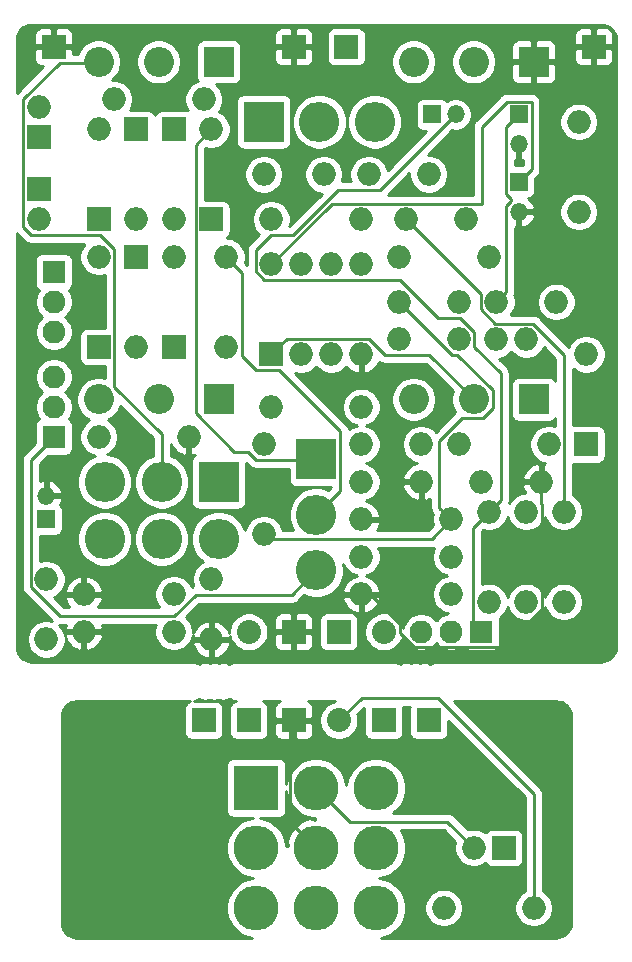
<source format=gbr>
G04 #@! TF.GenerationSoftware,KiCad,Pcbnew,(5.1.6-0-10_14)*
G04 #@! TF.CreationDate,2020-09-02T19:52:59+02:00*
G04 #@! TF.ProjectId,inglorious-bastard,696e676c-6f72-4696-9f75-732d62617374,rev?*
G04 #@! TF.SameCoordinates,Original*
G04 #@! TF.FileFunction,Copper,L2,Bot*
G04 #@! TF.FilePolarity,Positive*
%FSLAX46Y46*%
G04 Gerber Fmt 4.6, Leading zero omitted, Abs format (unit mm)*
G04 Created by KiCad (PCBNEW (5.1.6-0-10_14)) date 2020-09-02 19:52:59*
%MOMM*%
%LPD*%
G01*
G04 APERTURE LIST*
G04 #@! TA.AperFunction,ComponentPad*
%ADD10O,2.000000X2.000000*%
G04 #@! TD*
G04 #@! TA.AperFunction,ComponentPad*
%ADD11R,2.000000X2.000000*%
G04 #@! TD*
G04 #@! TA.AperFunction,ComponentPad*
%ADD12O,3.416000X3.416000*%
G04 #@! TD*
G04 #@! TA.AperFunction,ComponentPad*
%ADD13R,3.416000X3.416000*%
G04 #@! TD*
G04 #@! TA.AperFunction,ComponentPad*
%ADD14R,3.816000X3.816000*%
G04 #@! TD*
G04 #@! TA.AperFunction,ComponentPad*
%ADD15O,3.816000X3.816000*%
G04 #@! TD*
G04 #@! TA.AperFunction,ComponentPad*
%ADD16O,2.540000X2.540000*%
G04 #@! TD*
G04 #@! TA.AperFunction,ComponentPad*
%ADD17R,2.540000X2.540000*%
G04 #@! TD*
G04 #@! TA.AperFunction,ComponentPad*
%ADD18R,1.930400X1.930400*%
G04 #@! TD*
G04 #@! TA.AperFunction,ComponentPad*
%ADD19O,1.930400X1.930400*%
G04 #@! TD*
G04 #@! TA.AperFunction,ComponentPad*
%ADD20R,2.032000X2.032000*%
G04 #@! TD*
G04 #@! TA.AperFunction,ComponentPad*
%ADD21O,2.032000X2.032000*%
G04 #@! TD*
G04 #@! TA.AperFunction,ComponentPad*
%ADD22O,1.508000X1.508000*%
G04 #@! TD*
G04 #@! TA.AperFunction,ComponentPad*
%ADD23R,1.508000X1.508000*%
G04 #@! TD*
G04 #@! TA.AperFunction,Conductor*
%ADD24C,0.250000*%
G04 #@! TD*
G04 #@! TA.AperFunction,Conductor*
%ADD25C,0.254000*%
G04 #@! TD*
G04 APERTURE END LIST*
D10*
X97790000Y-146558000D03*
D11*
X100330000Y-146558000D03*
D10*
X80645000Y-97155000D03*
X83185000Y-97155000D03*
X85725000Y-97155000D03*
X88265000Y-97155000D03*
X88265000Y-104775000D03*
X85725000Y-104775000D03*
X83185000Y-104775000D03*
D11*
X80645000Y-104775000D03*
D12*
X84455000Y-123063000D03*
X84455000Y-118364000D03*
D13*
X84455000Y-113665000D03*
D12*
X89408000Y-85090000D03*
X84709000Y-85090000D03*
D13*
X80010000Y-85090000D03*
D12*
X66540000Y-120400000D03*
X71370000Y-120400000D03*
X76200000Y-120400000D03*
X66540000Y-115570000D03*
X71370000Y-115570000D03*
D13*
X76200000Y-115570000D03*
D14*
X79375000Y-141478000D03*
D15*
X79375000Y-146558000D03*
X79375000Y-151638000D03*
X84455000Y-141478000D03*
X84455000Y-146558000D03*
X84455000Y-151638000D03*
X89535000Y-141478000D03*
X89535000Y-146558000D03*
X89535000Y-151638000D03*
D16*
X92710000Y-80010000D03*
X97790000Y-80010000D03*
D17*
X102870000Y-80010000D03*
D16*
X66040000Y-80010000D03*
X71120000Y-80010000D03*
D17*
X76200000Y-80010000D03*
D16*
X66040000Y-108585000D03*
X71120000Y-108585000D03*
D17*
X76200000Y-108585000D03*
D16*
X92710000Y-108585000D03*
X97790000Y-108585000D03*
D17*
X102870000Y-108585000D03*
D10*
X88265000Y-118745000D03*
X95885000Y-118745000D03*
X88265000Y-121920000D03*
X95885000Y-121920000D03*
X95250000Y-151638000D03*
X102870000Y-151638000D03*
X73660000Y-111760000D03*
X66040000Y-111760000D03*
X64770000Y-125095000D03*
X72390000Y-125095000D03*
X67310000Y-83185000D03*
X74930000Y-83185000D03*
X88265000Y-93345000D03*
X80645000Y-93345000D03*
X80010000Y-120015000D03*
X80010000Y-112395000D03*
X64770000Y-128270000D03*
X72390000Y-128270000D03*
X88265000Y-125095000D03*
X95885000Y-125095000D03*
X99060000Y-125730000D03*
X99060000Y-118110000D03*
X105410000Y-118110000D03*
X105410000Y-125730000D03*
X106680000Y-85090000D03*
X106680000Y-92710000D03*
X91440000Y-96520000D03*
X99060000Y-96520000D03*
X96520000Y-112395000D03*
X104140000Y-112395000D03*
X76835000Y-96520000D03*
X76835000Y-104140000D03*
X102235000Y-118110000D03*
X102235000Y-125730000D03*
X88265000Y-109220000D03*
X80645000Y-109220000D03*
D18*
X62230000Y-111760000D03*
D19*
X62230000Y-109220000D03*
X62230000Y-106680000D03*
D18*
X62230000Y-97790000D03*
D19*
X62230000Y-100330000D03*
X62230000Y-102870000D03*
D18*
X98425000Y-128270000D03*
D19*
X95885000Y-128270000D03*
X93345000Y-128270000D03*
D20*
X82550000Y-128270000D03*
X86995000Y-78740000D03*
X86360000Y-128270000D03*
X93980000Y-135763000D03*
X62230000Y-78740000D03*
X90170000Y-135763000D03*
X82550000Y-135763000D03*
D21*
X86360000Y-135763000D03*
D20*
X74930000Y-135763000D03*
X78740000Y-135763000D03*
D21*
X78740000Y-128270000D03*
D20*
X82550000Y-78740000D03*
D21*
X90170000Y-128270000D03*
D20*
X107950000Y-78740000D03*
D11*
X107315000Y-112395000D03*
D10*
X107315000Y-104775000D03*
X60960000Y-83820000D03*
D11*
X60960000Y-86360000D03*
D10*
X60960000Y-93345000D03*
D11*
X60960000Y-90805000D03*
X66040000Y-104140000D03*
D10*
X66040000Y-96520000D03*
D11*
X75565000Y-93345000D03*
D10*
X75565000Y-85725000D03*
D11*
X72390000Y-85725000D03*
D10*
X72390000Y-93345000D03*
D11*
X69215000Y-85725000D03*
D10*
X69215000Y-93345000D03*
D11*
X66040000Y-93345000D03*
D10*
X66040000Y-85725000D03*
D11*
X72390000Y-104140000D03*
D10*
X72390000Y-96520000D03*
D11*
X69215000Y-96520000D03*
D10*
X69215000Y-104140000D03*
D22*
X101600000Y-86995000D03*
D23*
X101600000Y-84455000D03*
D22*
X101600000Y-92710000D03*
D23*
X101600000Y-90170000D03*
D10*
X103505000Y-115570000D03*
X98425000Y-115570000D03*
D22*
X61595000Y-116745000D03*
D23*
X61595000Y-118745000D03*
D10*
X75565000Y-128905000D03*
X75565000Y-123825000D03*
X88900000Y-89535000D03*
X93980000Y-89535000D03*
X61595000Y-128905000D03*
X61595000Y-123825000D03*
X99695000Y-100330000D03*
X104775000Y-100330000D03*
X91440000Y-100330000D03*
X96520000Y-100330000D03*
X80010000Y-89535000D03*
X85090000Y-89535000D03*
D22*
X96250000Y-84455000D03*
D23*
X94250000Y-84455000D03*
D10*
X97155000Y-93345000D03*
X92075000Y-93345000D03*
X91440000Y-103505000D03*
X96520000Y-103505000D03*
X102235000Y-103505000D03*
X99695000Y-103505000D03*
X88265000Y-112395000D03*
X93345000Y-112395000D03*
X93345000Y-115570000D03*
X88265000Y-115570000D03*
D24*
X88979682Y-125095000D02*
X88265000Y-125095000D01*
X91511001Y-128341001D02*
X91511001Y-127626319D01*
X92730201Y-129560201D02*
X91511001Y-128341001D01*
X100309799Y-129560201D02*
X92730201Y-129560201D01*
X103560001Y-126309999D02*
X100309799Y-129560201D01*
X103505000Y-117418998D02*
X103560001Y-117473999D01*
X91511001Y-127626319D02*
X88979682Y-125095000D01*
X103560001Y-117473999D02*
X103560001Y-126309999D01*
X103505000Y-115570000D02*
X103505000Y-117418998D01*
X90281003Y-104830001D02*
X88901001Y-103449999D01*
X81970001Y-103449999D02*
X80645000Y-104775000D01*
X94035001Y-104830001D02*
X90281003Y-104830001D01*
X88901001Y-103449999D02*
X81970001Y-103449999D01*
X97790000Y-108585000D02*
X94035001Y-104830001D01*
X105465001Y-104830001D02*
X105465001Y-118054999D01*
X105465001Y-118054999D02*
X105410000Y-118110000D01*
X102814999Y-102179999D02*
X105465001Y-104830001D01*
X99583997Y-102179999D02*
X102814999Y-102179999D01*
X98369999Y-100966001D02*
X99583997Y-102179999D01*
X98369999Y-99639999D02*
X98369999Y-100966001D01*
X92075000Y-93345000D02*
X98369999Y-99639999D01*
X97734999Y-119435001D02*
X99060000Y-118110000D01*
X97734999Y-127579999D02*
X97734999Y-119435001D01*
X98425000Y-128270000D02*
X97734999Y-127579999D01*
X91551003Y-98480001D02*
X80065001Y-98480001D01*
X94726003Y-101655001D02*
X91551003Y-98480001D01*
X96631003Y-101655001D02*
X94726003Y-101655001D01*
X97845001Y-102868999D02*
X96631003Y-101655001D01*
X88844999Y-90860001D02*
X89844999Y-90860001D01*
X97845001Y-104141001D02*
X97845001Y-102868999D01*
X80065001Y-98480001D02*
X79319999Y-97734999D01*
X100059999Y-106355999D02*
X97845001Y-104141001D01*
X100059999Y-117110001D02*
X100059999Y-106355999D01*
X99060000Y-118110000D02*
X100059999Y-117110001D01*
X89844999Y-90860001D02*
X90987500Y-89717500D01*
X86303589Y-90860001D02*
X89844999Y-90860001D01*
X82493589Y-94670001D02*
X86303589Y-90860001D01*
X80589999Y-94670001D02*
X82493589Y-94670001D01*
X79319999Y-95940001D02*
X80589999Y-94670001D01*
X79319999Y-97734999D02*
X79319999Y-95940001D01*
X90987500Y-89717500D02*
X96250000Y-84455000D01*
X78160001Y-97845001D02*
X76835000Y-96520000D01*
X79384999Y-106100001D02*
X78160001Y-104875003D01*
X81335001Y-106100001D02*
X79384999Y-106100001D01*
X78160001Y-104875003D02*
X78160001Y-97845001D01*
X86488001Y-111253001D02*
X81335001Y-106100001D01*
X86488001Y-116330999D02*
X86488001Y-111253001D01*
X84455000Y-118364000D02*
X86488001Y-116330999D01*
X100520999Y-92192079D02*
X100520999Y-99504001D01*
X100965000Y-91628002D02*
X100965000Y-91748078D01*
X100520999Y-91184001D02*
X100965000Y-91628002D01*
X100520999Y-99504001D02*
X99695000Y-100330000D01*
X100965000Y-91748078D02*
X100520999Y-92192079D01*
X100520999Y-85534001D02*
X100520999Y-91184001D01*
X101600000Y-84455000D02*
X100520999Y-85534001D01*
X95940001Y-104830001D02*
X91440000Y-100330000D01*
X96395603Y-104830001D02*
X95940001Y-104830001D01*
X99385001Y-107819399D02*
X96395603Y-104830001D01*
X99385001Y-109350601D02*
X99385001Y-107819399D01*
X98555601Y-110180001D02*
X99385001Y-109350601D01*
X94885001Y-117745001D02*
X94885001Y-112068997D01*
X96773997Y-110180001D02*
X98555601Y-110180001D01*
X94885001Y-112068997D02*
X96773997Y-110180001D01*
X95885000Y-118745000D02*
X94885001Y-117745001D01*
X95885000Y-118745000D02*
X94232999Y-120397001D01*
X80392001Y-120397001D02*
X80010000Y-120015000D01*
X94232999Y-120397001D02*
X80392001Y-120397001D01*
X102679001Y-89090999D02*
X101600000Y-90170000D01*
X102679001Y-83440999D02*
X102679001Y-89090999D01*
X100585999Y-83375999D02*
X102614001Y-83375999D01*
X102614001Y-83375999D02*
X102679001Y-83440999D01*
X98480001Y-85481997D02*
X100585999Y-83375999D01*
X85780001Y-92019999D02*
X98480001Y-92019999D01*
X98480001Y-92019999D02*
X98480001Y-85481997D01*
X80645000Y-97155000D02*
X85780001Y-92019999D01*
X84399999Y-113720001D02*
X84455000Y-113665000D01*
X75565000Y-85725000D02*
X74239999Y-87050001D01*
X74239999Y-87050001D02*
X74239999Y-109750001D01*
X74239999Y-109750001D02*
X77520999Y-113031001D01*
X77520999Y-113031001D02*
X78684999Y-113031001D01*
X78684999Y-113031001D02*
X79373999Y-113720001D01*
X79373999Y-113720001D02*
X84399999Y-113720001D01*
X87301999Y-144324999D02*
X84455000Y-141478000D01*
X95556999Y-144324999D02*
X87301999Y-144324999D01*
X97790000Y-146558000D02*
X95556999Y-144324999D01*
X82221999Y-144324999D02*
X84455000Y-146558000D01*
X82221999Y-136091001D02*
X82221999Y-144324999D01*
X82550000Y-135763000D02*
X82221999Y-136091001D01*
X60269999Y-113720001D02*
X62230000Y-111760000D01*
X60269999Y-124461001D02*
X60269999Y-113720001D01*
X62753997Y-126944999D02*
X60269999Y-124461001D01*
X72445001Y-126944999D02*
X62753997Y-126944999D01*
X74239999Y-125150001D02*
X72445001Y-126944999D01*
X82367999Y-125150001D02*
X74239999Y-125150001D01*
X84455000Y-123063000D02*
X82367999Y-125150001D01*
X62737997Y-80081001D02*
X65968999Y-80081001D01*
X59634999Y-83183999D02*
X62737997Y-80081001D01*
X65968999Y-80081001D02*
X66040000Y-80010000D01*
X60323999Y-94670001D02*
X59634999Y-93981001D01*
X66151003Y-94670001D02*
X60323999Y-94670001D01*
X67365001Y-107549399D02*
X67365001Y-95883999D01*
X59634999Y-93981001D02*
X59634999Y-83183999D01*
X71370000Y-111554398D02*
X67365001Y-107549399D01*
X67365001Y-95883999D02*
X66151003Y-94670001D01*
X71370000Y-115570000D02*
X71370000Y-111554398D01*
X88295990Y-133827010D02*
X94724022Y-133827010D01*
X86360000Y-135763000D02*
X88295990Y-133827010D01*
X102870000Y-141972988D02*
X102870000Y-151638000D01*
X94724022Y-133827010D02*
X102870000Y-141972988D01*
D25*
G36*
X108826204Y-76886815D02*
G01*
X109058226Y-76956867D01*
X109272222Y-77070650D01*
X109460041Y-77223832D01*
X109614530Y-77410577D01*
X109729801Y-77623769D01*
X109801472Y-77855300D01*
X109830000Y-78126725D01*
X109830001Y-129507712D01*
X109803185Y-129781205D01*
X109733133Y-130013226D01*
X109619350Y-130227222D01*
X109466169Y-130415039D01*
X109279424Y-130569529D01*
X109066231Y-130684802D01*
X108834701Y-130756472D01*
X108563276Y-130785000D01*
X94836581Y-130785000D01*
X94803593Y-130788249D01*
X94790409Y-130788249D01*
X94781244Y-130789212D01*
X94584192Y-130811315D01*
X94525699Y-130823749D01*
X94467003Y-130835370D01*
X94458200Y-130838096D01*
X94269193Y-130898052D01*
X94214249Y-130921600D01*
X94158900Y-130944414D01*
X94150794Y-130948797D01*
X94089594Y-130982442D01*
X94006205Y-130926723D01*
X93845145Y-130860010D01*
X93674165Y-130826000D01*
X93499835Y-130826000D01*
X93328855Y-130860010D01*
X93212000Y-130908413D01*
X93095145Y-130860010D01*
X92924165Y-130826000D01*
X92749835Y-130826000D01*
X92578855Y-130860010D01*
X92462000Y-130908413D01*
X92345145Y-130860010D01*
X92174165Y-130826000D01*
X91999835Y-130826000D01*
X91828855Y-130860010D01*
X91667795Y-130926723D01*
X91584173Y-130982598D01*
X91502020Y-130938916D01*
X91446725Y-130916125D01*
X91391730Y-130892554D01*
X91382927Y-130889829D01*
X91193100Y-130832518D01*
X91134420Y-130820900D01*
X91075913Y-130808463D01*
X91066748Y-130807500D01*
X90869406Y-130788150D01*
X90869402Y-130788150D01*
X90837419Y-130785000D01*
X77818581Y-130785000D01*
X77785593Y-130788249D01*
X77772409Y-130788249D01*
X77763244Y-130789212D01*
X77566192Y-130811315D01*
X77507699Y-130823749D01*
X77449003Y-130835370D01*
X77440200Y-130838096D01*
X77251193Y-130898052D01*
X77196249Y-130921600D01*
X77140900Y-130944414D01*
X77132794Y-130948797D01*
X77071594Y-130982442D01*
X76988205Y-130926723D01*
X76827145Y-130860010D01*
X76656165Y-130826000D01*
X76481835Y-130826000D01*
X76310855Y-130860010D01*
X76194000Y-130908413D01*
X76077145Y-130860010D01*
X75906165Y-130826000D01*
X75731835Y-130826000D01*
X75560855Y-130860010D01*
X75444000Y-130908413D01*
X75327145Y-130860010D01*
X75156165Y-130826000D01*
X74981835Y-130826000D01*
X74810855Y-130860010D01*
X74649795Y-130926723D01*
X74566173Y-130982598D01*
X74484020Y-130938916D01*
X74428725Y-130916125D01*
X74373730Y-130892554D01*
X74364927Y-130889829D01*
X74175100Y-130832518D01*
X74116420Y-130820900D01*
X74057913Y-130808463D01*
X74048748Y-130807500D01*
X73851406Y-130788150D01*
X73851402Y-130788150D01*
X73819419Y-130785000D01*
X60357277Y-130785000D01*
X60083795Y-130758185D01*
X59851774Y-130688133D01*
X59637778Y-130574350D01*
X59449961Y-130421169D01*
X59295471Y-130234424D01*
X59180198Y-130021231D01*
X59108528Y-129789701D01*
X59080000Y-129518276D01*
X59080000Y-96824800D01*
X60626728Y-96824800D01*
X60626728Y-98755200D01*
X60638988Y-98879682D01*
X60675298Y-98999380D01*
X60734263Y-99109694D01*
X60813615Y-99206385D01*
X60910306Y-99285737D01*
X60978761Y-99322327D01*
X60811921Y-99572021D01*
X60691294Y-99863239D01*
X60629800Y-100172394D01*
X60629800Y-100487606D01*
X60691294Y-100796761D01*
X60811921Y-101087979D01*
X60987043Y-101350068D01*
X61209932Y-101572957D01*
X61250405Y-101600000D01*
X61209932Y-101627043D01*
X60987043Y-101849932D01*
X60811921Y-102112021D01*
X60691294Y-102403239D01*
X60629800Y-102712394D01*
X60629800Y-103027606D01*
X60691294Y-103336761D01*
X60811921Y-103627979D01*
X60987043Y-103890068D01*
X61209932Y-104112957D01*
X61472021Y-104288079D01*
X61763239Y-104408706D01*
X62072394Y-104470200D01*
X62387606Y-104470200D01*
X62696761Y-104408706D01*
X62987979Y-104288079D01*
X63250068Y-104112957D01*
X63472957Y-103890068D01*
X63648079Y-103627979D01*
X63768706Y-103336761D01*
X63830200Y-103027606D01*
X63830200Y-102712394D01*
X63768706Y-102403239D01*
X63648079Y-102112021D01*
X63472957Y-101849932D01*
X63250068Y-101627043D01*
X63209595Y-101600000D01*
X63250068Y-101572957D01*
X63472957Y-101350068D01*
X63648079Y-101087979D01*
X63768706Y-100796761D01*
X63830200Y-100487606D01*
X63830200Y-100172394D01*
X63768706Y-99863239D01*
X63648079Y-99572021D01*
X63481239Y-99322327D01*
X63549694Y-99285737D01*
X63646385Y-99206385D01*
X63725737Y-99109694D01*
X63784702Y-98999380D01*
X63821012Y-98879682D01*
X63833272Y-98755200D01*
X63833272Y-96824800D01*
X63821012Y-96700318D01*
X63784702Y-96580620D01*
X63725737Y-96470306D01*
X63646385Y-96373615D01*
X63549694Y-96294263D01*
X63439380Y-96235298D01*
X63319682Y-96198988D01*
X63195200Y-96186728D01*
X61264800Y-96186728D01*
X61140318Y-96198988D01*
X61020620Y-96235298D01*
X60910306Y-96294263D01*
X60813615Y-96373615D01*
X60734263Y-96470306D01*
X60675298Y-96580620D01*
X60638988Y-96700318D01*
X60626728Y-96824800D01*
X59080000Y-96824800D01*
X59080000Y-94502727D01*
X59094998Y-94521002D01*
X59124001Y-94544804D01*
X59760200Y-95181003D01*
X59783998Y-95210002D01*
X59812996Y-95233800D01*
X59899722Y-95304975D01*
X60026978Y-95372995D01*
X60031752Y-95375547D01*
X60175013Y-95419004D01*
X60286666Y-95430001D01*
X60286675Y-95430001D01*
X60323998Y-95433677D01*
X60361321Y-95430001D01*
X64817760Y-95430001D01*
X64770013Y-95477748D01*
X64591082Y-95745537D01*
X64467832Y-96043088D01*
X64405000Y-96358967D01*
X64405000Y-96681033D01*
X64467832Y-96996912D01*
X64591082Y-97294463D01*
X64770013Y-97562252D01*
X64997748Y-97789987D01*
X65265537Y-97968918D01*
X65563088Y-98092168D01*
X65878967Y-98155000D01*
X66201033Y-98155000D01*
X66516912Y-98092168D01*
X66605002Y-98055680D01*
X66605001Y-102501928D01*
X65040000Y-102501928D01*
X64915518Y-102514188D01*
X64795820Y-102550498D01*
X64685506Y-102609463D01*
X64588815Y-102688815D01*
X64509463Y-102785506D01*
X64450498Y-102895820D01*
X64414188Y-103015518D01*
X64401928Y-103140000D01*
X64401928Y-105140000D01*
X64414188Y-105264482D01*
X64450498Y-105384180D01*
X64509463Y-105494494D01*
X64588815Y-105591185D01*
X64685506Y-105670537D01*
X64795820Y-105729502D01*
X64915518Y-105765812D01*
X65040000Y-105778072D01*
X66605001Y-105778072D01*
X66605001Y-106757075D01*
X66595668Y-106753209D01*
X66227626Y-106680000D01*
X65852374Y-106680000D01*
X65484332Y-106753209D01*
X65137644Y-106896811D01*
X64825634Y-107105290D01*
X64560290Y-107370634D01*
X64351811Y-107682644D01*
X64208209Y-108029332D01*
X64135000Y-108397374D01*
X64135000Y-108772626D01*
X64208209Y-109140668D01*
X64351811Y-109487356D01*
X64560290Y-109799366D01*
X64825634Y-110064710D01*
X65137644Y-110273189D01*
X65251603Y-110320392D01*
X64997748Y-110490013D01*
X64770013Y-110717748D01*
X64591082Y-110985537D01*
X64467832Y-111283088D01*
X64405000Y-111598967D01*
X64405000Y-111921033D01*
X64467832Y-112236912D01*
X64591082Y-112534463D01*
X64770013Y-112802252D01*
X64997748Y-113029987D01*
X65265537Y-113208918D01*
X65563088Y-113332168D01*
X65736685Y-113366699D01*
X65430173Y-113493660D01*
X65046424Y-113750073D01*
X64720073Y-114076424D01*
X64463660Y-114460173D01*
X64287040Y-114886572D01*
X64197000Y-115339235D01*
X64197000Y-115800765D01*
X64287040Y-116253428D01*
X64463660Y-116679827D01*
X64720073Y-117063576D01*
X65046424Y-117389927D01*
X65430173Y-117646340D01*
X65856572Y-117822960D01*
X66309235Y-117913000D01*
X66770765Y-117913000D01*
X67223428Y-117822960D01*
X67649827Y-117646340D01*
X68033576Y-117389927D01*
X68359927Y-117063576D01*
X68616340Y-116679827D01*
X68792960Y-116253428D01*
X68883000Y-115800765D01*
X68883000Y-115339235D01*
X68792960Y-114886572D01*
X68616340Y-114460173D01*
X68359927Y-114076424D01*
X68033576Y-113750073D01*
X67649827Y-113493660D01*
X67223428Y-113317040D01*
X66770795Y-113227006D01*
X66814463Y-113208918D01*
X67082252Y-113029987D01*
X67309987Y-112802252D01*
X67488918Y-112534463D01*
X67612168Y-112236912D01*
X67675000Y-111921033D01*
X67675000Y-111598967D01*
X67612168Y-111283088D01*
X67488918Y-110985537D01*
X67309987Y-110717748D01*
X67082252Y-110490013D01*
X66828397Y-110320392D01*
X66942356Y-110273189D01*
X67254366Y-110064710D01*
X67519710Y-109799366D01*
X67728189Y-109487356D01*
X67871791Y-109140668D01*
X67873397Y-109132596D01*
X70610001Y-111869201D01*
X70610001Y-113348757D01*
X70260173Y-113493660D01*
X69876424Y-113750073D01*
X69550073Y-114076424D01*
X69293660Y-114460173D01*
X69117040Y-114886572D01*
X69027000Y-115339235D01*
X69027000Y-115800765D01*
X69117040Y-116253428D01*
X69293660Y-116679827D01*
X69550073Y-117063576D01*
X69876424Y-117389927D01*
X70260173Y-117646340D01*
X70686572Y-117822960D01*
X71139235Y-117913000D01*
X71600765Y-117913000D01*
X72053428Y-117822960D01*
X72479827Y-117646340D01*
X72863576Y-117389927D01*
X73189927Y-117063576D01*
X73446340Y-116679827D01*
X73622960Y-116253428D01*
X73713000Y-115800765D01*
X73713000Y-115339235D01*
X73622960Y-114886572D01*
X73446340Y-114460173D01*
X73189927Y-114076424D01*
X72863576Y-113750073D01*
X72479827Y-113493660D01*
X72130000Y-113348757D01*
X72130000Y-112334313D01*
X72266601Y-112615382D01*
X72460252Y-112870785D01*
X72700008Y-113083501D01*
X72976656Y-113245356D01*
X73279565Y-113350129D01*
X73533000Y-113231315D01*
X73533000Y-111887000D01*
X73513000Y-111887000D01*
X73513000Y-111633000D01*
X73533000Y-111633000D01*
X73533000Y-111613000D01*
X73787000Y-111613000D01*
X73787000Y-111633000D01*
X73807000Y-111633000D01*
X73807000Y-111887000D01*
X73787000Y-111887000D01*
X73787000Y-113231315D01*
X74040435Y-113350129D01*
X74216549Y-113289213D01*
X74137506Y-113331463D01*
X74040815Y-113410815D01*
X73961463Y-113507506D01*
X73902498Y-113617820D01*
X73866188Y-113737518D01*
X73853928Y-113862000D01*
X73853928Y-117278000D01*
X73866188Y-117402482D01*
X73902498Y-117522180D01*
X73961463Y-117632494D01*
X74040815Y-117729185D01*
X74137506Y-117808537D01*
X74247820Y-117867502D01*
X74367518Y-117903812D01*
X74492000Y-117916072D01*
X77908000Y-117916072D01*
X78032482Y-117903812D01*
X78152180Y-117867502D01*
X78262494Y-117808537D01*
X78359185Y-117729185D01*
X78438537Y-117632494D01*
X78497502Y-117522180D01*
X78533812Y-117402482D01*
X78546072Y-117278000D01*
X78546072Y-113966876D01*
X78810200Y-114231003D01*
X78833998Y-114260002D01*
X78862996Y-114283800D01*
X78949722Y-114354975D01*
X79081752Y-114425547D01*
X79225013Y-114469004D01*
X79336666Y-114480001D01*
X79336675Y-114480001D01*
X79373998Y-114483677D01*
X79411321Y-114480001D01*
X82108928Y-114480001D01*
X82108928Y-115373000D01*
X82121188Y-115497482D01*
X82157498Y-115617180D01*
X82216463Y-115727494D01*
X82295815Y-115824185D01*
X82392506Y-115903537D01*
X82502820Y-115962502D01*
X82622518Y-115998812D01*
X82747000Y-116011072D01*
X85728001Y-116011072D01*
X85728001Y-116016197D01*
X85488255Y-116255943D01*
X85138428Y-116111040D01*
X84685765Y-116021000D01*
X84224235Y-116021000D01*
X83771572Y-116111040D01*
X83345173Y-116287660D01*
X82961424Y-116544073D01*
X82635073Y-116870424D01*
X82378660Y-117254173D01*
X82202040Y-117680572D01*
X82112000Y-118133235D01*
X82112000Y-118594765D01*
X82202040Y-119047428D01*
X82378660Y-119473827D01*
X82487689Y-119637001D01*
X81601843Y-119637001D01*
X81582168Y-119538088D01*
X81458918Y-119240537D01*
X81279987Y-118972748D01*
X81052252Y-118745013D01*
X80784463Y-118566082D01*
X80486912Y-118442832D01*
X80171033Y-118380000D01*
X79848967Y-118380000D01*
X79533088Y-118442832D01*
X79235537Y-118566082D01*
X78967748Y-118745013D01*
X78740013Y-118972748D01*
X78561082Y-119240537D01*
X78437832Y-119538088D01*
X78418755Y-119633994D01*
X78276340Y-119290173D01*
X78019927Y-118906424D01*
X77693576Y-118580073D01*
X77309827Y-118323660D01*
X76883428Y-118147040D01*
X76430765Y-118057000D01*
X75969235Y-118057000D01*
X75516572Y-118147040D01*
X75090173Y-118323660D01*
X74706424Y-118580073D01*
X74380073Y-118906424D01*
X74123660Y-119290173D01*
X73947040Y-119716572D01*
X73857000Y-120169235D01*
X73857000Y-120630765D01*
X73947040Y-121083428D01*
X74123660Y-121509827D01*
X74380073Y-121893576D01*
X74706424Y-122219927D01*
X74882881Y-122337832D01*
X74790537Y-122376082D01*
X74522748Y-122555013D01*
X74295013Y-122782748D01*
X74116082Y-123050537D01*
X73992832Y-123348088D01*
X73930000Y-123663967D01*
X73930000Y-123986033D01*
X73992832Y-124301912D01*
X74040253Y-124416396D01*
X73947752Y-124444455D01*
X73900671Y-124469621D01*
X73838918Y-124320537D01*
X73659987Y-124052748D01*
X73432252Y-123825013D01*
X73164463Y-123646082D01*
X72866912Y-123522832D01*
X72551033Y-123460000D01*
X72228967Y-123460000D01*
X71913088Y-123522832D01*
X71615537Y-123646082D01*
X71347748Y-123825013D01*
X71120013Y-124052748D01*
X70941082Y-124320537D01*
X70817832Y-124618088D01*
X70755000Y-124933967D01*
X70755000Y-125256033D01*
X70817832Y-125571912D01*
X70941082Y-125869463D01*
X71120013Y-126137252D01*
X71167760Y-126184999D01*
X65985508Y-126184999D01*
X66163399Y-125950382D01*
X66303502Y-125662107D01*
X66360124Y-125475434D01*
X66240777Y-125222000D01*
X64897000Y-125222000D01*
X64897000Y-125242000D01*
X64643000Y-125242000D01*
X64643000Y-125222000D01*
X63299223Y-125222000D01*
X63179876Y-125475434D01*
X63236498Y-125662107D01*
X63376601Y-125950382D01*
X63554492Y-126184999D01*
X63068799Y-126184999D01*
X62219736Y-125335937D01*
X62369463Y-125273918D01*
X62637252Y-125094987D01*
X62864987Y-124867252D01*
X62967008Y-124714566D01*
X63179876Y-124714566D01*
X63299223Y-124968000D01*
X64643000Y-124968000D01*
X64643000Y-123623685D01*
X64897000Y-123623685D01*
X64897000Y-124968000D01*
X66240777Y-124968000D01*
X66360124Y-124714566D01*
X66303502Y-124527893D01*
X66163399Y-124239618D01*
X65969748Y-123984215D01*
X65729992Y-123771499D01*
X65453344Y-123609644D01*
X65150435Y-123504871D01*
X64897000Y-123623685D01*
X64643000Y-123623685D01*
X64389565Y-123504871D01*
X64086656Y-123609644D01*
X63810008Y-123771499D01*
X63570252Y-123984215D01*
X63376601Y-124239618D01*
X63236498Y-124527893D01*
X63179876Y-124714566D01*
X62967008Y-124714566D01*
X63043918Y-124599463D01*
X63167168Y-124301912D01*
X63230000Y-123986033D01*
X63230000Y-123663967D01*
X63167168Y-123348088D01*
X63043918Y-123050537D01*
X62864987Y-122782748D01*
X62637252Y-122555013D01*
X62369463Y-122376082D01*
X62071912Y-122252832D01*
X61756033Y-122190000D01*
X61433967Y-122190000D01*
X61118088Y-122252832D01*
X61029999Y-122289320D01*
X61029999Y-120169235D01*
X64197000Y-120169235D01*
X64197000Y-120630765D01*
X64287040Y-121083428D01*
X64463660Y-121509827D01*
X64720073Y-121893576D01*
X65046424Y-122219927D01*
X65430173Y-122476340D01*
X65856572Y-122652960D01*
X66309235Y-122743000D01*
X66770765Y-122743000D01*
X67223428Y-122652960D01*
X67649827Y-122476340D01*
X68033576Y-122219927D01*
X68359927Y-121893576D01*
X68616340Y-121509827D01*
X68792960Y-121083428D01*
X68883000Y-120630765D01*
X68883000Y-120169235D01*
X69027000Y-120169235D01*
X69027000Y-120630765D01*
X69117040Y-121083428D01*
X69293660Y-121509827D01*
X69550073Y-121893576D01*
X69876424Y-122219927D01*
X70260173Y-122476340D01*
X70686572Y-122652960D01*
X71139235Y-122743000D01*
X71600765Y-122743000D01*
X72053428Y-122652960D01*
X72479827Y-122476340D01*
X72863576Y-122219927D01*
X73189927Y-121893576D01*
X73446340Y-121509827D01*
X73622960Y-121083428D01*
X73713000Y-120630765D01*
X73713000Y-120169235D01*
X73622960Y-119716572D01*
X73446340Y-119290173D01*
X73189927Y-118906424D01*
X72863576Y-118580073D01*
X72479827Y-118323660D01*
X72053428Y-118147040D01*
X71600765Y-118057000D01*
X71139235Y-118057000D01*
X70686572Y-118147040D01*
X70260173Y-118323660D01*
X69876424Y-118580073D01*
X69550073Y-118906424D01*
X69293660Y-119290173D01*
X69117040Y-119716572D01*
X69027000Y-120169235D01*
X68883000Y-120169235D01*
X68792960Y-119716572D01*
X68616340Y-119290173D01*
X68359927Y-118906424D01*
X68033576Y-118580073D01*
X67649827Y-118323660D01*
X67223428Y-118147040D01*
X66770765Y-118057000D01*
X66309235Y-118057000D01*
X65856572Y-118147040D01*
X65430173Y-118323660D01*
X65046424Y-118580073D01*
X64720073Y-118906424D01*
X64463660Y-119290173D01*
X64287040Y-119716572D01*
X64197000Y-120169235D01*
X61029999Y-120169235D01*
X61029999Y-120137072D01*
X62349000Y-120137072D01*
X62473482Y-120124812D01*
X62593180Y-120088502D01*
X62703494Y-120029537D01*
X62800185Y-119950185D01*
X62879537Y-119853494D01*
X62938502Y-119743180D01*
X62974812Y-119623482D01*
X62987072Y-119499000D01*
X62987072Y-117991000D01*
X62974812Y-117866518D01*
X62938502Y-117746820D01*
X62879537Y-117636506D01*
X62800185Y-117539815D01*
X62753152Y-117501216D01*
X62848737Y-117342895D01*
X62941290Y-117086815D01*
X62819437Y-116872000D01*
X61722000Y-116872000D01*
X61722000Y-116892000D01*
X61468000Y-116892000D01*
X61468000Y-116872000D01*
X61448000Y-116872000D01*
X61448000Y-116618000D01*
X61468000Y-116618000D01*
X61468000Y-115521323D01*
X61722000Y-115521323D01*
X61722000Y-116618000D01*
X62819437Y-116618000D01*
X62941290Y-116403185D01*
X62848737Y-116147105D01*
X62708003Y-115914001D01*
X62524497Y-115712832D01*
X62305271Y-115551329D01*
X62058750Y-115435698D01*
X61936814Y-115398714D01*
X61722000Y-115521323D01*
X61468000Y-115521323D01*
X61253186Y-115398714D01*
X61131250Y-115435698D01*
X61029999Y-115483190D01*
X61029999Y-114034802D01*
X61701529Y-113363272D01*
X63195200Y-113363272D01*
X63319682Y-113351012D01*
X63439380Y-113314702D01*
X63549694Y-113255737D01*
X63646385Y-113176385D01*
X63725737Y-113079694D01*
X63784702Y-112969380D01*
X63821012Y-112849682D01*
X63833272Y-112725200D01*
X63833272Y-110794800D01*
X63821012Y-110670318D01*
X63784702Y-110550620D01*
X63725737Y-110440306D01*
X63646385Y-110343615D01*
X63549694Y-110264263D01*
X63481239Y-110227673D01*
X63648079Y-109977979D01*
X63768706Y-109686761D01*
X63830200Y-109377606D01*
X63830200Y-109062394D01*
X63768706Y-108753239D01*
X63648079Y-108462021D01*
X63472957Y-108199932D01*
X63250068Y-107977043D01*
X63209595Y-107950000D01*
X63250068Y-107922957D01*
X63472957Y-107700068D01*
X63648079Y-107437979D01*
X63768706Y-107146761D01*
X63830200Y-106837606D01*
X63830200Y-106522394D01*
X63768706Y-106213239D01*
X63648079Y-105922021D01*
X63472957Y-105659932D01*
X63250068Y-105437043D01*
X62987979Y-105261921D01*
X62696761Y-105141294D01*
X62387606Y-105079800D01*
X62072394Y-105079800D01*
X61763239Y-105141294D01*
X61472021Y-105261921D01*
X61209932Y-105437043D01*
X60987043Y-105659932D01*
X60811921Y-105922021D01*
X60691294Y-106213239D01*
X60629800Y-106522394D01*
X60629800Y-106837606D01*
X60691294Y-107146761D01*
X60811921Y-107437979D01*
X60987043Y-107700068D01*
X61209932Y-107922957D01*
X61250405Y-107950000D01*
X61209932Y-107977043D01*
X60987043Y-108199932D01*
X60811921Y-108462021D01*
X60691294Y-108753239D01*
X60629800Y-109062394D01*
X60629800Y-109377606D01*
X60691294Y-109686761D01*
X60811921Y-109977979D01*
X60978761Y-110227673D01*
X60910306Y-110264263D01*
X60813615Y-110343615D01*
X60734263Y-110440306D01*
X60675298Y-110550620D01*
X60638988Y-110670318D01*
X60626728Y-110794800D01*
X60626728Y-112288471D01*
X59758997Y-113156202D01*
X59729999Y-113180000D01*
X59706201Y-113208998D01*
X59706200Y-113208999D01*
X59635025Y-113295725D01*
X59564453Y-113427755D01*
X59556105Y-113455277D01*
X59520997Y-113571015D01*
X59511740Y-113665001D01*
X59506323Y-113720001D01*
X59510000Y-113757333D01*
X59509999Y-124423679D01*
X59506323Y-124461001D01*
X59509999Y-124498323D01*
X59509999Y-124498333D01*
X59520996Y-124609986D01*
X59564453Y-124753247D01*
X59635025Y-124885277D01*
X59674870Y-124933827D01*
X59729998Y-125001002D01*
X59759002Y-125024805D01*
X62065815Y-127331619D01*
X61756033Y-127270000D01*
X61433967Y-127270000D01*
X61118088Y-127332832D01*
X60820537Y-127456082D01*
X60552748Y-127635013D01*
X60325013Y-127862748D01*
X60146082Y-128130537D01*
X60022832Y-128428088D01*
X59960000Y-128743967D01*
X59960000Y-129066033D01*
X60022832Y-129381912D01*
X60146082Y-129679463D01*
X60325013Y-129947252D01*
X60552748Y-130174987D01*
X60820537Y-130353918D01*
X61118088Y-130477168D01*
X61433967Y-130540000D01*
X61756033Y-130540000D01*
X62071912Y-130477168D01*
X62369463Y-130353918D01*
X62637252Y-130174987D01*
X62864987Y-129947252D01*
X63043918Y-129679463D01*
X63167168Y-129381912D01*
X63230000Y-129066033D01*
X63230000Y-128815684D01*
X63236498Y-128837107D01*
X63376601Y-129125382D01*
X63570252Y-129380785D01*
X63810008Y-129593501D01*
X64086656Y-129755356D01*
X64389565Y-129860129D01*
X64643000Y-129741315D01*
X64643000Y-128397000D01*
X64897000Y-128397000D01*
X64897000Y-129741315D01*
X65150435Y-129860129D01*
X65453344Y-129755356D01*
X65729992Y-129593501D01*
X65969748Y-129380785D01*
X66163399Y-129125382D01*
X66303502Y-128837107D01*
X66360124Y-128650434D01*
X66240777Y-128397000D01*
X64897000Y-128397000D01*
X64643000Y-128397000D01*
X63299223Y-128397000D01*
X63202035Y-128603379D01*
X63167168Y-128428088D01*
X63043918Y-128130537D01*
X62864987Y-127862748D01*
X62706208Y-127703969D01*
X62716664Y-127704999D01*
X62716672Y-127704999D01*
X62753997Y-127708675D01*
X62791322Y-127704999D01*
X63235859Y-127704999D01*
X63179876Y-127889566D01*
X63299223Y-128143000D01*
X64643000Y-128143000D01*
X64643000Y-128123000D01*
X64897000Y-128123000D01*
X64897000Y-128143000D01*
X66240777Y-128143000D01*
X66360124Y-127889566D01*
X66304141Y-127704999D01*
X70854320Y-127704999D01*
X70817832Y-127793088D01*
X70755000Y-128108967D01*
X70755000Y-128431033D01*
X70817832Y-128746912D01*
X70941082Y-129044463D01*
X71120013Y-129312252D01*
X71347748Y-129539987D01*
X71615537Y-129718918D01*
X71913088Y-129842168D01*
X72228967Y-129905000D01*
X72551033Y-129905000D01*
X72866912Y-129842168D01*
X73164463Y-129718918D01*
X73432252Y-129539987D01*
X73659987Y-129312252D01*
X73677905Y-129285435D01*
X73974871Y-129285435D01*
X74079644Y-129588344D01*
X74241499Y-129864992D01*
X74454215Y-130104748D01*
X74709618Y-130298399D01*
X74997893Y-130438502D01*
X75184566Y-130495124D01*
X75438000Y-130375777D01*
X75438000Y-129032000D01*
X75692000Y-129032000D01*
X75692000Y-130375777D01*
X75945434Y-130495124D01*
X76132107Y-130438502D01*
X76420382Y-130298399D01*
X76675785Y-130104748D01*
X76888501Y-129864992D01*
X77050356Y-129588344D01*
X77155129Y-129285435D01*
X77036315Y-129032000D01*
X75692000Y-129032000D01*
X75438000Y-129032000D01*
X74093685Y-129032000D01*
X73974871Y-129285435D01*
X73677905Y-129285435D01*
X73838918Y-129044463D01*
X73962168Y-128746912D01*
X73997004Y-128571777D01*
X74093685Y-128778000D01*
X75438000Y-128778000D01*
X75438000Y-127434223D01*
X75692000Y-127434223D01*
X75692000Y-128778000D01*
X77036315Y-128778000D01*
X77121542Y-128596208D01*
X77152447Y-128751579D01*
X77276903Y-129052042D01*
X77457585Y-129322451D01*
X77687549Y-129552415D01*
X77957958Y-129733097D01*
X78258421Y-129857553D01*
X78577391Y-129921000D01*
X78902609Y-129921000D01*
X79221579Y-129857553D01*
X79522042Y-129733097D01*
X79792451Y-129552415D01*
X80022415Y-129322451D01*
X80046770Y-129286000D01*
X80895928Y-129286000D01*
X80908188Y-129410482D01*
X80944498Y-129530180D01*
X81003463Y-129640494D01*
X81082815Y-129737185D01*
X81179506Y-129816537D01*
X81289820Y-129875502D01*
X81409518Y-129911812D01*
X81534000Y-129924072D01*
X82264250Y-129921000D01*
X82423000Y-129762250D01*
X82423000Y-128397000D01*
X82677000Y-128397000D01*
X82677000Y-129762250D01*
X82835750Y-129921000D01*
X83566000Y-129924072D01*
X83690482Y-129911812D01*
X83810180Y-129875502D01*
X83920494Y-129816537D01*
X84017185Y-129737185D01*
X84096537Y-129640494D01*
X84155502Y-129530180D01*
X84191812Y-129410482D01*
X84204072Y-129286000D01*
X84201000Y-128555750D01*
X84042250Y-128397000D01*
X82677000Y-128397000D01*
X82423000Y-128397000D01*
X81057750Y-128397000D01*
X80899000Y-128555750D01*
X80895928Y-129286000D01*
X80046770Y-129286000D01*
X80203097Y-129052042D01*
X80327553Y-128751579D01*
X80391000Y-128432609D01*
X80391000Y-128107391D01*
X80327553Y-127788421D01*
X80203097Y-127487958D01*
X80046771Y-127254000D01*
X80895928Y-127254000D01*
X80899000Y-127984250D01*
X81057750Y-128143000D01*
X82423000Y-128143000D01*
X82423000Y-126777750D01*
X82677000Y-126777750D01*
X82677000Y-128143000D01*
X84042250Y-128143000D01*
X84201000Y-127984250D01*
X84204072Y-127254000D01*
X84705928Y-127254000D01*
X84705928Y-129286000D01*
X84718188Y-129410482D01*
X84754498Y-129530180D01*
X84813463Y-129640494D01*
X84892815Y-129737185D01*
X84989506Y-129816537D01*
X85099820Y-129875502D01*
X85219518Y-129911812D01*
X85344000Y-129924072D01*
X87376000Y-129924072D01*
X87500482Y-129911812D01*
X87620180Y-129875502D01*
X87730494Y-129816537D01*
X87827185Y-129737185D01*
X87906537Y-129640494D01*
X87965502Y-129530180D01*
X88001812Y-129410482D01*
X88014072Y-129286000D01*
X88014072Y-127254000D01*
X88001812Y-127129518D01*
X87965502Y-127009820D01*
X87906537Y-126899506D01*
X87827185Y-126802815D01*
X87730494Y-126723463D01*
X87620180Y-126664498D01*
X87500482Y-126628188D01*
X87376000Y-126615928D01*
X85344000Y-126615928D01*
X85219518Y-126628188D01*
X85099820Y-126664498D01*
X84989506Y-126723463D01*
X84892815Y-126802815D01*
X84813463Y-126899506D01*
X84754498Y-127009820D01*
X84718188Y-127129518D01*
X84705928Y-127254000D01*
X84204072Y-127254000D01*
X84191812Y-127129518D01*
X84155502Y-127009820D01*
X84096537Y-126899506D01*
X84017185Y-126802815D01*
X83920494Y-126723463D01*
X83810180Y-126664498D01*
X83690482Y-126628188D01*
X83566000Y-126615928D01*
X82835750Y-126619000D01*
X82677000Y-126777750D01*
X82423000Y-126777750D01*
X82264250Y-126619000D01*
X81534000Y-126615928D01*
X81409518Y-126628188D01*
X81289820Y-126664498D01*
X81179506Y-126723463D01*
X81082815Y-126802815D01*
X81003463Y-126899506D01*
X80944498Y-127009820D01*
X80908188Y-127129518D01*
X80895928Y-127254000D01*
X80046771Y-127254000D01*
X80022415Y-127217549D01*
X79792451Y-126987585D01*
X79522042Y-126806903D01*
X79221579Y-126682447D01*
X78902609Y-126619000D01*
X78577391Y-126619000D01*
X78258421Y-126682447D01*
X77957958Y-126806903D01*
X77687549Y-126987585D01*
X77457585Y-127217549D01*
X77276903Y-127487958D01*
X77152447Y-127788421D01*
X77089000Y-128107391D01*
X77089000Y-128333380D01*
X77050356Y-128221656D01*
X76888501Y-127945008D01*
X76675785Y-127705252D01*
X76420382Y-127511601D01*
X76132107Y-127371498D01*
X75945434Y-127314876D01*
X75692000Y-127434223D01*
X75438000Y-127434223D01*
X75184566Y-127314876D01*
X74997893Y-127371498D01*
X74709618Y-127511601D01*
X74454215Y-127705252D01*
X74241499Y-127945008D01*
X74079644Y-128221656D01*
X74025000Y-128379637D01*
X74025000Y-128108967D01*
X73962168Y-127793088D01*
X73838918Y-127495537D01*
X73659987Y-127227748D01*
X73448520Y-127016281D01*
X74554801Y-125910001D01*
X82330677Y-125910001D01*
X82367999Y-125913677D01*
X82405321Y-125910001D01*
X82405332Y-125910001D01*
X82516985Y-125899004D01*
X82660246Y-125855547D01*
X82792275Y-125784975D01*
X82908000Y-125690002D01*
X82931803Y-125660998D01*
X83117367Y-125475434D01*
X86674876Y-125475434D01*
X86731498Y-125662107D01*
X86871601Y-125950382D01*
X87065252Y-126205785D01*
X87305008Y-126418501D01*
X87581656Y-126580356D01*
X87884565Y-126685129D01*
X88138000Y-126566315D01*
X88138000Y-125222000D01*
X88392000Y-125222000D01*
X88392000Y-126566315D01*
X88645435Y-126685129D01*
X88948344Y-126580356D01*
X89224992Y-126418501D01*
X89464748Y-126205785D01*
X89658399Y-125950382D01*
X89798502Y-125662107D01*
X89855124Y-125475434D01*
X89735777Y-125222000D01*
X88392000Y-125222000D01*
X88138000Y-125222000D01*
X86794223Y-125222000D01*
X86674876Y-125475434D01*
X83117367Y-125475434D01*
X83421744Y-125171057D01*
X83771572Y-125315960D01*
X84224235Y-125406000D01*
X84685765Y-125406000D01*
X85138428Y-125315960D01*
X85564827Y-125139340D01*
X85948576Y-124882927D01*
X86274927Y-124556576D01*
X86531340Y-124172827D01*
X86707960Y-123746428D01*
X86798000Y-123293765D01*
X86798000Y-122832235D01*
X86728572Y-122483196D01*
X86816082Y-122694463D01*
X86995013Y-122962252D01*
X87222748Y-123189987D01*
X87490537Y-123368918D01*
X87788088Y-123492168D01*
X87872657Y-123508990D01*
X87581656Y-123609644D01*
X87305008Y-123771499D01*
X87065252Y-123984215D01*
X86871601Y-124239618D01*
X86731498Y-124527893D01*
X86674876Y-124714566D01*
X86794223Y-124968000D01*
X88138000Y-124968000D01*
X88138000Y-124948000D01*
X88392000Y-124948000D01*
X88392000Y-124968000D01*
X89735777Y-124968000D01*
X89855124Y-124714566D01*
X89798502Y-124527893D01*
X89658399Y-124239618D01*
X89464748Y-123984215D01*
X89224992Y-123771499D01*
X88948344Y-123609644D01*
X88657343Y-123508990D01*
X88741912Y-123492168D01*
X89039463Y-123368918D01*
X89307252Y-123189987D01*
X89534987Y-122962252D01*
X89713918Y-122694463D01*
X89837168Y-122396912D01*
X89900000Y-122081033D01*
X89900000Y-121758967D01*
X89837168Y-121443088D01*
X89718667Y-121157001D01*
X94195677Y-121157001D01*
X94232999Y-121160677D01*
X94270321Y-121157001D01*
X94270332Y-121157001D01*
X94381985Y-121146004D01*
X94449443Y-121125541D01*
X94436082Y-121145537D01*
X94312832Y-121443088D01*
X94250000Y-121758967D01*
X94250000Y-122081033D01*
X94312832Y-122396912D01*
X94436082Y-122694463D01*
X94615013Y-122962252D01*
X94842748Y-123189987D01*
X95110537Y-123368918D01*
X95408088Y-123492168D01*
X95485167Y-123507500D01*
X95408088Y-123522832D01*
X95110537Y-123646082D01*
X94842748Y-123825013D01*
X94615013Y-124052748D01*
X94436082Y-124320537D01*
X94312832Y-124618088D01*
X94250000Y-124933967D01*
X94250000Y-125256033D01*
X94312832Y-125571912D01*
X94436082Y-125869463D01*
X94615013Y-126137252D01*
X94842748Y-126364987D01*
X95110537Y-126543918D01*
X95408088Y-126667168D01*
X95574356Y-126700241D01*
X95418239Y-126731294D01*
X95127021Y-126851921D01*
X94864932Y-127027043D01*
X94642043Y-127249932D01*
X94615000Y-127290405D01*
X94587957Y-127249932D01*
X94365068Y-127027043D01*
X94102979Y-126851921D01*
X93811761Y-126731294D01*
X93502606Y-126669800D01*
X93187394Y-126669800D01*
X92878239Y-126731294D01*
X92587021Y-126851921D01*
X92324932Y-127027043D01*
X92102043Y-127249932D01*
X91926921Y-127512021D01*
X91806294Y-127803239D01*
X91783397Y-127918350D01*
X91757553Y-127788421D01*
X91633097Y-127487958D01*
X91452415Y-127217549D01*
X91222451Y-126987585D01*
X90952042Y-126806903D01*
X90651579Y-126682447D01*
X90332609Y-126619000D01*
X90007391Y-126619000D01*
X89688421Y-126682447D01*
X89387958Y-126806903D01*
X89117549Y-126987585D01*
X88887585Y-127217549D01*
X88706903Y-127487958D01*
X88582447Y-127788421D01*
X88519000Y-128107391D01*
X88519000Y-128432609D01*
X88582447Y-128751579D01*
X88706903Y-129052042D01*
X88887585Y-129322451D01*
X89117549Y-129552415D01*
X89387958Y-129733097D01*
X89688421Y-129857553D01*
X90007391Y-129921000D01*
X90332609Y-129921000D01*
X90651579Y-129857553D01*
X90952042Y-129733097D01*
X91222451Y-129552415D01*
X91452415Y-129322451D01*
X91633097Y-129052042D01*
X91757553Y-128751579D01*
X91783397Y-128621650D01*
X91806294Y-128736761D01*
X91926921Y-129027979D01*
X92102043Y-129290068D01*
X92324932Y-129512957D01*
X92587021Y-129688079D01*
X92878239Y-129808706D01*
X93187394Y-129870200D01*
X93502606Y-129870200D01*
X93811761Y-129808706D01*
X94102979Y-129688079D01*
X94365068Y-129512957D01*
X94587957Y-129290068D01*
X94615000Y-129249595D01*
X94642043Y-129290068D01*
X94864932Y-129512957D01*
X95127021Y-129688079D01*
X95418239Y-129808706D01*
X95727394Y-129870200D01*
X96042606Y-129870200D01*
X96351761Y-129808706D01*
X96642979Y-129688079D01*
X96892673Y-129521239D01*
X96929263Y-129589694D01*
X97008615Y-129686385D01*
X97105306Y-129765737D01*
X97215620Y-129824702D01*
X97335318Y-129861012D01*
X97459800Y-129873272D01*
X99390200Y-129873272D01*
X99514682Y-129861012D01*
X99634380Y-129824702D01*
X99744694Y-129765737D01*
X99841385Y-129686385D01*
X99920737Y-129589694D01*
X99979702Y-129479380D01*
X100016012Y-129359682D01*
X100028272Y-129235200D01*
X100028272Y-127304800D01*
X100016012Y-127180318D01*
X99985062Y-127078291D01*
X100102252Y-126999987D01*
X100329987Y-126772252D01*
X100508918Y-126504463D01*
X100632168Y-126206912D01*
X100647500Y-126129833D01*
X100662832Y-126206912D01*
X100786082Y-126504463D01*
X100965013Y-126772252D01*
X101192748Y-126999987D01*
X101460537Y-127178918D01*
X101758088Y-127302168D01*
X102073967Y-127365000D01*
X102396033Y-127365000D01*
X102711912Y-127302168D01*
X103009463Y-127178918D01*
X103277252Y-126999987D01*
X103504987Y-126772252D01*
X103683918Y-126504463D01*
X103807168Y-126206912D01*
X103822500Y-126129833D01*
X103837832Y-126206912D01*
X103961082Y-126504463D01*
X104140013Y-126772252D01*
X104367748Y-126999987D01*
X104635537Y-127178918D01*
X104933088Y-127302168D01*
X105248967Y-127365000D01*
X105571033Y-127365000D01*
X105886912Y-127302168D01*
X106184463Y-127178918D01*
X106452252Y-126999987D01*
X106679987Y-126772252D01*
X106858918Y-126504463D01*
X106982168Y-126206912D01*
X107045000Y-125891033D01*
X107045000Y-125568967D01*
X106982168Y-125253088D01*
X106858918Y-124955537D01*
X106679987Y-124687748D01*
X106452252Y-124460013D01*
X106184463Y-124281082D01*
X105886912Y-124157832D01*
X105571033Y-124095000D01*
X105248967Y-124095000D01*
X104933088Y-124157832D01*
X104635537Y-124281082D01*
X104367748Y-124460013D01*
X104140013Y-124687748D01*
X103961082Y-124955537D01*
X103837832Y-125253088D01*
X103822500Y-125330167D01*
X103807168Y-125253088D01*
X103683918Y-124955537D01*
X103504987Y-124687748D01*
X103277252Y-124460013D01*
X103009463Y-124281082D01*
X102711912Y-124157832D01*
X102396033Y-124095000D01*
X102073967Y-124095000D01*
X101758088Y-124157832D01*
X101460537Y-124281082D01*
X101192748Y-124460013D01*
X100965013Y-124687748D01*
X100786082Y-124955537D01*
X100662832Y-125253088D01*
X100647500Y-125330167D01*
X100632168Y-125253088D01*
X100508918Y-124955537D01*
X100329987Y-124687748D01*
X100102252Y-124460013D01*
X99834463Y-124281082D01*
X99536912Y-124157832D01*
X99221033Y-124095000D01*
X98898967Y-124095000D01*
X98583088Y-124157832D01*
X98494999Y-124194320D01*
X98494999Y-119749802D01*
X98568624Y-119676177D01*
X98583088Y-119682168D01*
X98898967Y-119745000D01*
X99221033Y-119745000D01*
X99536912Y-119682168D01*
X99834463Y-119558918D01*
X100102252Y-119379987D01*
X100329987Y-119152252D01*
X100508918Y-118884463D01*
X100632168Y-118586912D01*
X100647500Y-118509833D01*
X100662832Y-118586912D01*
X100786082Y-118884463D01*
X100965013Y-119152252D01*
X101192748Y-119379987D01*
X101460537Y-119558918D01*
X101758088Y-119682168D01*
X102073967Y-119745000D01*
X102396033Y-119745000D01*
X102711912Y-119682168D01*
X103009463Y-119558918D01*
X103277252Y-119379987D01*
X103504987Y-119152252D01*
X103683918Y-118884463D01*
X103807168Y-118586912D01*
X103822500Y-118509833D01*
X103837832Y-118586912D01*
X103961082Y-118884463D01*
X104140013Y-119152252D01*
X104367748Y-119379987D01*
X104635537Y-119558918D01*
X104933088Y-119682168D01*
X105248967Y-119745000D01*
X105571033Y-119745000D01*
X105886912Y-119682168D01*
X106184463Y-119558918D01*
X106452252Y-119379987D01*
X106679987Y-119152252D01*
X106858918Y-118884463D01*
X106982168Y-118586912D01*
X107045000Y-118271033D01*
X107045000Y-117948967D01*
X106982168Y-117633088D01*
X106858918Y-117335537D01*
X106679987Y-117067748D01*
X106452252Y-116840013D01*
X106225001Y-116688169D01*
X106225001Y-114024208D01*
X106315000Y-114033072D01*
X108315000Y-114033072D01*
X108439482Y-114020812D01*
X108559180Y-113984502D01*
X108669494Y-113925537D01*
X108766185Y-113846185D01*
X108845537Y-113749494D01*
X108904502Y-113639180D01*
X108940812Y-113519482D01*
X108953072Y-113395000D01*
X108953072Y-111395000D01*
X108940812Y-111270518D01*
X108904502Y-111150820D01*
X108845537Y-111040506D01*
X108766185Y-110943815D01*
X108669494Y-110864463D01*
X108559180Y-110805498D01*
X108439482Y-110769188D01*
X108315000Y-110756928D01*
X106315000Y-110756928D01*
X106225001Y-110765792D01*
X106225001Y-105997240D01*
X106272748Y-106044987D01*
X106540537Y-106223918D01*
X106838088Y-106347168D01*
X107153967Y-106410000D01*
X107476033Y-106410000D01*
X107791912Y-106347168D01*
X108089463Y-106223918D01*
X108357252Y-106044987D01*
X108584987Y-105817252D01*
X108763918Y-105549463D01*
X108887168Y-105251912D01*
X108950000Y-104936033D01*
X108950000Y-104613967D01*
X108887168Y-104298088D01*
X108763918Y-104000537D01*
X108584987Y-103732748D01*
X108357252Y-103505013D01*
X108089463Y-103326082D01*
X107791912Y-103202832D01*
X107476033Y-103140000D01*
X107153967Y-103140000D01*
X106838088Y-103202832D01*
X106540537Y-103326082D01*
X106272748Y-103505013D01*
X106045013Y-103732748D01*
X105866082Y-104000537D01*
X105820466Y-104110664D01*
X103378803Y-101669002D01*
X103355000Y-101639998D01*
X103239275Y-101545025D01*
X103107246Y-101474453D01*
X102963985Y-101430996D01*
X102852332Y-101419999D01*
X102852321Y-101419999D01*
X102814999Y-101416323D01*
X102777677Y-101419999D01*
X100917240Y-101419999D01*
X100964987Y-101372252D01*
X101143918Y-101104463D01*
X101267168Y-100806912D01*
X101330000Y-100491033D01*
X101330000Y-100168967D01*
X103140000Y-100168967D01*
X103140000Y-100491033D01*
X103202832Y-100806912D01*
X103326082Y-101104463D01*
X103505013Y-101372252D01*
X103732748Y-101599987D01*
X104000537Y-101778918D01*
X104298088Y-101902168D01*
X104613967Y-101965000D01*
X104936033Y-101965000D01*
X105251912Y-101902168D01*
X105549463Y-101778918D01*
X105817252Y-101599987D01*
X106044987Y-101372252D01*
X106223918Y-101104463D01*
X106347168Y-100806912D01*
X106410000Y-100491033D01*
X106410000Y-100168967D01*
X106347168Y-99853088D01*
X106223918Y-99555537D01*
X106044987Y-99287748D01*
X105817252Y-99060013D01*
X105549463Y-98881082D01*
X105251912Y-98757832D01*
X104936033Y-98695000D01*
X104613967Y-98695000D01*
X104298088Y-98757832D01*
X104000537Y-98881082D01*
X103732748Y-99060013D01*
X103505013Y-99287748D01*
X103326082Y-99555537D01*
X103202832Y-99853088D01*
X103140000Y-100168967D01*
X101330000Y-100168967D01*
X101267168Y-99853088D01*
X101233765Y-99772446D01*
X101270002Y-99652987D01*
X101280999Y-99541334D01*
X101280999Y-99541324D01*
X101284675Y-99504001D01*
X101280999Y-99466679D01*
X101280999Y-94043265D01*
X101473000Y-93933677D01*
X101473000Y-92837000D01*
X101727000Y-92837000D01*
X101727000Y-93933677D01*
X101941814Y-94056286D01*
X102063750Y-94019302D01*
X102310271Y-93903671D01*
X102529497Y-93742168D01*
X102713003Y-93540999D01*
X102853737Y-93307895D01*
X102946290Y-93051815D01*
X102824437Y-92837000D01*
X101727000Y-92837000D01*
X101473000Y-92837000D01*
X101453000Y-92837000D01*
X101453000Y-92583000D01*
X101473000Y-92583000D01*
X101473000Y-92563000D01*
X101727000Y-92563000D01*
X101727000Y-92583000D01*
X102824437Y-92583000D01*
X102843742Y-92548967D01*
X105045000Y-92548967D01*
X105045000Y-92871033D01*
X105107832Y-93186912D01*
X105231082Y-93484463D01*
X105410013Y-93752252D01*
X105637748Y-93979987D01*
X105905537Y-94158918D01*
X106203088Y-94282168D01*
X106518967Y-94345000D01*
X106841033Y-94345000D01*
X107156912Y-94282168D01*
X107454463Y-94158918D01*
X107722252Y-93979987D01*
X107949987Y-93752252D01*
X108128918Y-93484463D01*
X108252168Y-93186912D01*
X108315000Y-92871033D01*
X108315000Y-92548967D01*
X108252168Y-92233088D01*
X108128918Y-91935537D01*
X107949987Y-91667748D01*
X107722252Y-91440013D01*
X107454463Y-91261082D01*
X107156912Y-91137832D01*
X106841033Y-91075000D01*
X106518967Y-91075000D01*
X106203088Y-91137832D01*
X105905537Y-91261082D01*
X105637748Y-91440013D01*
X105410013Y-91667748D01*
X105231082Y-91935537D01*
X105107832Y-92233088D01*
X105045000Y-92548967D01*
X102843742Y-92548967D01*
X102946290Y-92368185D01*
X102853737Y-92112105D01*
X102713003Y-91879001D01*
X102529497Y-91677832D01*
X102370198Y-91560477D01*
X102478482Y-91549812D01*
X102598180Y-91513502D01*
X102708494Y-91454537D01*
X102805185Y-91375185D01*
X102884537Y-91278494D01*
X102943502Y-91168180D01*
X102979812Y-91048482D01*
X102992072Y-90924000D01*
X102992072Y-89852730D01*
X103190004Y-89654798D01*
X103219002Y-89631000D01*
X103313975Y-89515275D01*
X103384547Y-89383246D01*
X103428004Y-89239985D01*
X103439001Y-89128332D01*
X103439001Y-89128322D01*
X103442677Y-89090999D01*
X103439001Y-89053676D01*
X103439001Y-84928967D01*
X105045000Y-84928967D01*
X105045000Y-85251033D01*
X105107832Y-85566912D01*
X105231082Y-85864463D01*
X105410013Y-86132252D01*
X105637748Y-86359987D01*
X105905537Y-86538918D01*
X106203088Y-86662168D01*
X106518967Y-86725000D01*
X106841033Y-86725000D01*
X107156912Y-86662168D01*
X107454463Y-86538918D01*
X107722252Y-86359987D01*
X107949987Y-86132252D01*
X108128918Y-85864463D01*
X108252168Y-85566912D01*
X108315000Y-85251033D01*
X108315000Y-84928967D01*
X108252168Y-84613088D01*
X108128918Y-84315537D01*
X107949987Y-84047748D01*
X107722252Y-83820013D01*
X107454463Y-83641082D01*
X107156912Y-83517832D01*
X106841033Y-83455000D01*
X106518967Y-83455000D01*
X106203088Y-83517832D01*
X105905537Y-83641082D01*
X105637748Y-83820013D01*
X105410013Y-84047748D01*
X105231082Y-84315537D01*
X105107832Y-84613088D01*
X105045000Y-84928967D01*
X103439001Y-84928967D01*
X103439001Y-83478322D01*
X103442677Y-83440999D01*
X103439001Y-83403677D01*
X103439001Y-83403666D01*
X103428004Y-83292013D01*
X103384547Y-83148752D01*
X103313975Y-83016723D01*
X103219002Y-82900998D01*
X103189999Y-82877196D01*
X103177805Y-82865002D01*
X103154002Y-82835998D01*
X103038277Y-82741025D01*
X102906248Y-82670453D01*
X102762987Y-82626996D01*
X102651334Y-82615999D01*
X102651323Y-82615999D01*
X102614001Y-82612323D01*
X102576679Y-82615999D01*
X100623322Y-82615999D01*
X100585999Y-82612323D01*
X100548676Y-82615999D01*
X100548666Y-82615999D01*
X100437013Y-82626996D01*
X100293752Y-82670453D01*
X100161722Y-82741025D01*
X100099003Y-82792498D01*
X100045998Y-82835998D01*
X100022200Y-82864996D01*
X97968999Y-84918198D01*
X97940001Y-84941996D01*
X97916203Y-84970994D01*
X97916202Y-84970995D01*
X97845027Y-85057721D01*
X97774455Y-85189751D01*
X97755866Y-85251033D01*
X97730999Y-85333011D01*
X97721175Y-85432754D01*
X97716325Y-85481997D01*
X97720002Y-85519329D01*
X97720001Y-91259999D01*
X90519802Y-91259999D01*
X91551299Y-90228504D01*
X91551308Y-90228493D01*
X92345000Y-89434801D01*
X92345000Y-89696033D01*
X92407832Y-90011912D01*
X92531082Y-90309463D01*
X92710013Y-90577252D01*
X92937748Y-90804987D01*
X93205537Y-90983918D01*
X93503088Y-91107168D01*
X93818967Y-91170000D01*
X94141033Y-91170000D01*
X94456912Y-91107168D01*
X94754463Y-90983918D01*
X95022252Y-90804987D01*
X95249987Y-90577252D01*
X95428918Y-90309463D01*
X95552168Y-90011912D01*
X95615000Y-89696033D01*
X95615000Y-89373967D01*
X95552168Y-89058088D01*
X95428918Y-88760537D01*
X95249987Y-88492748D01*
X95022252Y-88265013D01*
X94754463Y-88086082D01*
X94456912Y-87962832D01*
X94141033Y-87900000D01*
X93879801Y-87900000D01*
X95965233Y-85814569D01*
X96113195Y-85844000D01*
X96386805Y-85844000D01*
X96655156Y-85790622D01*
X96907938Y-85685916D01*
X97135436Y-85533907D01*
X97328907Y-85340436D01*
X97480916Y-85112938D01*
X97585622Y-84860156D01*
X97639000Y-84591805D01*
X97639000Y-84318195D01*
X97585622Y-84049844D01*
X97480916Y-83797062D01*
X97328907Y-83569564D01*
X97135436Y-83376093D01*
X96907938Y-83224084D01*
X96655156Y-83119378D01*
X96386805Y-83066000D01*
X96113195Y-83066000D01*
X95844844Y-83119378D01*
X95592062Y-83224084D01*
X95490022Y-83292265D01*
X95455185Y-83249815D01*
X95358494Y-83170463D01*
X95248180Y-83111498D01*
X95128482Y-83075188D01*
X95004000Y-83062928D01*
X93496000Y-83062928D01*
X93371518Y-83075188D01*
X93251820Y-83111498D01*
X93141506Y-83170463D01*
X93044815Y-83249815D01*
X92965463Y-83346506D01*
X92906498Y-83456820D01*
X92870188Y-83576518D01*
X92857928Y-83701000D01*
X92857928Y-85209000D01*
X92870188Y-85333482D01*
X92906498Y-85453180D01*
X92965463Y-85563494D01*
X93044815Y-85660185D01*
X93141506Y-85739537D01*
X93251820Y-85798502D01*
X93371518Y-85834812D01*
X93496000Y-85847072D01*
X93783126Y-85847072D01*
X90488750Y-89141449D01*
X90472168Y-89058088D01*
X90348918Y-88760537D01*
X90169987Y-88492748D01*
X89942252Y-88265013D01*
X89674463Y-88086082D01*
X89376912Y-87962832D01*
X89061033Y-87900000D01*
X88738967Y-87900000D01*
X88423088Y-87962832D01*
X88125537Y-88086082D01*
X87857748Y-88265013D01*
X87630013Y-88492748D01*
X87451082Y-88760537D01*
X87327832Y-89058088D01*
X87265000Y-89373967D01*
X87265000Y-89696033D01*
X87327832Y-90011912D01*
X87364320Y-90100001D01*
X86625680Y-90100001D01*
X86662168Y-90011912D01*
X86725000Y-89696033D01*
X86725000Y-89373967D01*
X86662168Y-89058088D01*
X86538918Y-88760537D01*
X86359987Y-88492748D01*
X86132252Y-88265013D01*
X85864463Y-88086082D01*
X85566912Y-87962832D01*
X85251033Y-87900000D01*
X84928967Y-87900000D01*
X84613088Y-87962832D01*
X84315537Y-88086082D01*
X84047748Y-88265013D01*
X83820013Y-88492748D01*
X83641082Y-88760537D01*
X83517832Y-89058088D01*
X83455000Y-89373967D01*
X83455000Y-89696033D01*
X83517832Y-90011912D01*
X83641082Y-90309463D01*
X83820013Y-90577252D01*
X84047748Y-90804987D01*
X84315537Y-90983918D01*
X84613088Y-91107168D01*
X84920477Y-91168311D01*
X82182018Y-93906771D01*
X82217168Y-93821912D01*
X82280000Y-93506033D01*
X82280000Y-93183967D01*
X82217168Y-92868088D01*
X82093918Y-92570537D01*
X81914987Y-92302748D01*
X81687252Y-92075013D01*
X81419463Y-91896082D01*
X81121912Y-91772832D01*
X80806033Y-91710000D01*
X80483967Y-91710000D01*
X80168088Y-91772832D01*
X79870537Y-91896082D01*
X79602748Y-92075013D01*
X79375013Y-92302748D01*
X79196082Y-92570537D01*
X79072832Y-92868088D01*
X79010000Y-93183967D01*
X79010000Y-93506033D01*
X79072832Y-93821912D01*
X79196082Y-94119463D01*
X79375013Y-94387252D01*
X79586480Y-94598719D01*
X78808997Y-95376202D01*
X78779999Y-95400000D01*
X78756201Y-95428998D01*
X78756200Y-95428999D01*
X78685025Y-95515725D01*
X78614453Y-95647755D01*
X78587985Y-95735012D01*
X78570997Y-95791015D01*
X78565516Y-95846666D01*
X78556323Y-95940001D01*
X78560000Y-95977333D01*
X78559999Y-97170197D01*
X78401177Y-97011375D01*
X78407168Y-96996912D01*
X78470000Y-96681033D01*
X78470000Y-96358967D01*
X78407168Y-96043088D01*
X78283918Y-95745537D01*
X78104987Y-95477748D01*
X77877252Y-95250013D01*
X77609463Y-95071082D01*
X77311912Y-94947832D01*
X76996033Y-94885000D01*
X76901790Y-94885000D01*
X76919494Y-94875537D01*
X77016185Y-94796185D01*
X77095537Y-94699494D01*
X77154502Y-94589180D01*
X77190812Y-94469482D01*
X77203072Y-94345000D01*
X77203072Y-92345000D01*
X77190812Y-92220518D01*
X77154502Y-92100820D01*
X77095537Y-91990506D01*
X77016185Y-91893815D01*
X76919494Y-91814463D01*
X76809180Y-91755498D01*
X76689482Y-91719188D01*
X76565000Y-91706928D01*
X74999999Y-91706928D01*
X74999999Y-89373967D01*
X78375000Y-89373967D01*
X78375000Y-89696033D01*
X78437832Y-90011912D01*
X78561082Y-90309463D01*
X78740013Y-90577252D01*
X78967748Y-90804987D01*
X79235537Y-90983918D01*
X79533088Y-91107168D01*
X79848967Y-91170000D01*
X80171033Y-91170000D01*
X80486912Y-91107168D01*
X80784463Y-90983918D01*
X81052252Y-90804987D01*
X81279987Y-90577252D01*
X81458918Y-90309463D01*
X81582168Y-90011912D01*
X81645000Y-89696033D01*
X81645000Y-89373967D01*
X81582168Y-89058088D01*
X81458918Y-88760537D01*
X81279987Y-88492748D01*
X81052252Y-88265013D01*
X80784463Y-88086082D01*
X80486912Y-87962832D01*
X80171033Y-87900000D01*
X79848967Y-87900000D01*
X79533088Y-87962832D01*
X79235537Y-88086082D01*
X78967748Y-88265013D01*
X78740013Y-88492748D01*
X78561082Y-88760537D01*
X78437832Y-89058088D01*
X78375000Y-89373967D01*
X74999999Y-89373967D01*
X74999999Y-87364802D01*
X75073624Y-87291177D01*
X75088088Y-87297168D01*
X75403967Y-87360000D01*
X75726033Y-87360000D01*
X76041912Y-87297168D01*
X76339463Y-87173918D01*
X76607252Y-86994987D01*
X76834987Y-86767252D01*
X77013918Y-86499463D01*
X77137168Y-86201912D01*
X77200000Y-85886033D01*
X77200000Y-85563967D01*
X77137168Y-85248088D01*
X77013918Y-84950537D01*
X76834987Y-84682748D01*
X76607252Y-84455013D01*
X76339463Y-84276082D01*
X76204667Y-84220248D01*
X76378918Y-83959463D01*
X76502168Y-83661912D01*
X76557845Y-83382000D01*
X77663928Y-83382000D01*
X77663928Y-86798000D01*
X77676188Y-86922482D01*
X77712498Y-87042180D01*
X77771463Y-87152494D01*
X77850815Y-87249185D01*
X77947506Y-87328537D01*
X78057820Y-87387502D01*
X78177518Y-87423812D01*
X78302000Y-87436072D01*
X81718000Y-87436072D01*
X81842482Y-87423812D01*
X81962180Y-87387502D01*
X82072494Y-87328537D01*
X82169185Y-87249185D01*
X82248537Y-87152494D01*
X82307502Y-87042180D01*
X82343812Y-86922482D01*
X82356072Y-86798000D01*
X82356072Y-84859235D01*
X82366000Y-84859235D01*
X82366000Y-85320765D01*
X82456040Y-85773428D01*
X82632660Y-86199827D01*
X82889073Y-86583576D01*
X83215424Y-86909927D01*
X83599173Y-87166340D01*
X84025572Y-87342960D01*
X84478235Y-87433000D01*
X84939765Y-87433000D01*
X85392428Y-87342960D01*
X85818827Y-87166340D01*
X86202576Y-86909927D01*
X86528927Y-86583576D01*
X86785340Y-86199827D01*
X86961960Y-85773428D01*
X87052000Y-85320765D01*
X87052000Y-84859235D01*
X87065000Y-84859235D01*
X87065000Y-85320765D01*
X87155040Y-85773428D01*
X87331660Y-86199827D01*
X87588073Y-86583576D01*
X87914424Y-86909927D01*
X88298173Y-87166340D01*
X88724572Y-87342960D01*
X89177235Y-87433000D01*
X89638765Y-87433000D01*
X90091428Y-87342960D01*
X90517827Y-87166340D01*
X90901576Y-86909927D01*
X91227927Y-86583576D01*
X91484340Y-86199827D01*
X91660960Y-85773428D01*
X91751000Y-85320765D01*
X91751000Y-84859235D01*
X91660960Y-84406572D01*
X91484340Y-83980173D01*
X91227927Y-83596424D01*
X90901576Y-83270073D01*
X90517827Y-83013660D01*
X90091428Y-82837040D01*
X89638765Y-82747000D01*
X89177235Y-82747000D01*
X88724572Y-82837040D01*
X88298173Y-83013660D01*
X87914424Y-83270073D01*
X87588073Y-83596424D01*
X87331660Y-83980173D01*
X87155040Y-84406572D01*
X87065000Y-84859235D01*
X87052000Y-84859235D01*
X86961960Y-84406572D01*
X86785340Y-83980173D01*
X86528927Y-83596424D01*
X86202576Y-83270073D01*
X85818827Y-83013660D01*
X85392428Y-82837040D01*
X84939765Y-82747000D01*
X84478235Y-82747000D01*
X84025572Y-82837040D01*
X83599173Y-83013660D01*
X83215424Y-83270073D01*
X82889073Y-83596424D01*
X82632660Y-83980173D01*
X82456040Y-84406572D01*
X82366000Y-84859235D01*
X82356072Y-84859235D01*
X82356072Y-83382000D01*
X82343812Y-83257518D01*
X82307502Y-83137820D01*
X82248537Y-83027506D01*
X82169185Y-82930815D01*
X82072494Y-82851463D01*
X81962180Y-82792498D01*
X81842482Y-82756188D01*
X81718000Y-82743928D01*
X78302000Y-82743928D01*
X78177518Y-82756188D01*
X78057820Y-82792498D01*
X77947506Y-82851463D01*
X77850815Y-82930815D01*
X77771463Y-83027506D01*
X77712498Y-83137820D01*
X77676188Y-83257518D01*
X77663928Y-83382000D01*
X76557845Y-83382000D01*
X76565000Y-83346033D01*
X76565000Y-83023967D01*
X76502168Y-82708088D01*
X76378918Y-82410537D01*
X76199987Y-82142748D01*
X75975311Y-81918072D01*
X77470000Y-81918072D01*
X77594482Y-81905812D01*
X77714180Y-81869502D01*
X77824494Y-81810537D01*
X77921185Y-81731185D01*
X78000537Y-81634494D01*
X78059502Y-81524180D01*
X78095812Y-81404482D01*
X78108072Y-81280000D01*
X78108072Y-79756000D01*
X80895928Y-79756000D01*
X80908188Y-79880482D01*
X80944498Y-80000180D01*
X81003463Y-80110494D01*
X81082815Y-80207185D01*
X81179506Y-80286537D01*
X81289820Y-80345502D01*
X81409518Y-80381812D01*
X81534000Y-80394072D01*
X82264250Y-80391000D01*
X82423000Y-80232250D01*
X82423000Y-78867000D01*
X82677000Y-78867000D01*
X82677000Y-80232250D01*
X82835750Y-80391000D01*
X83566000Y-80394072D01*
X83690482Y-80381812D01*
X83810180Y-80345502D01*
X83920494Y-80286537D01*
X84017185Y-80207185D01*
X84096537Y-80110494D01*
X84155502Y-80000180D01*
X84191812Y-79880482D01*
X84204072Y-79756000D01*
X84201000Y-79025750D01*
X84042250Y-78867000D01*
X82677000Y-78867000D01*
X82423000Y-78867000D01*
X81057750Y-78867000D01*
X80899000Y-79025750D01*
X80895928Y-79756000D01*
X78108072Y-79756000D01*
X78108072Y-78740000D01*
X78095812Y-78615518D01*
X78059502Y-78495820D01*
X78000537Y-78385506D01*
X77921185Y-78288815D01*
X77824494Y-78209463D01*
X77714180Y-78150498D01*
X77594482Y-78114188D01*
X77470000Y-78101928D01*
X74930000Y-78101928D01*
X74805518Y-78114188D01*
X74685820Y-78150498D01*
X74575506Y-78209463D01*
X74478815Y-78288815D01*
X74399463Y-78385506D01*
X74340498Y-78495820D01*
X74304188Y-78615518D01*
X74291928Y-78740000D01*
X74291928Y-81280000D01*
X74304188Y-81404482D01*
X74340498Y-81524180D01*
X74399463Y-81634494D01*
X74399800Y-81634905D01*
X74155537Y-81736082D01*
X73887748Y-81915013D01*
X73660013Y-82142748D01*
X73481082Y-82410537D01*
X73357832Y-82708088D01*
X73295000Y-83023967D01*
X73295000Y-83346033D01*
X73357832Y-83661912D01*
X73481082Y-83959463D01*
X73589687Y-84122001D01*
X73514482Y-84099188D01*
X73390000Y-84086928D01*
X71390000Y-84086928D01*
X71265518Y-84099188D01*
X71145820Y-84135498D01*
X71035506Y-84194463D01*
X70938815Y-84273815D01*
X70859463Y-84370506D01*
X70802500Y-84477075D01*
X70745537Y-84370506D01*
X70666185Y-84273815D01*
X70569494Y-84194463D01*
X70459180Y-84135498D01*
X70339482Y-84099188D01*
X70215000Y-84086928D01*
X68673749Y-84086928D01*
X68758918Y-83959463D01*
X68882168Y-83661912D01*
X68945000Y-83346033D01*
X68945000Y-83023967D01*
X68882168Y-82708088D01*
X68758918Y-82410537D01*
X68579987Y-82142748D01*
X68352252Y-81915013D01*
X68084463Y-81736082D01*
X67786912Y-81612832D01*
X67471033Y-81550000D01*
X67164136Y-81550000D01*
X67254366Y-81489710D01*
X67519710Y-81224366D01*
X67728189Y-80912356D01*
X67871791Y-80565668D01*
X67945000Y-80197626D01*
X67945000Y-79822374D01*
X69215000Y-79822374D01*
X69215000Y-80197626D01*
X69288209Y-80565668D01*
X69431811Y-80912356D01*
X69640290Y-81224366D01*
X69905634Y-81489710D01*
X70217644Y-81698189D01*
X70564332Y-81841791D01*
X70932374Y-81915000D01*
X71307626Y-81915000D01*
X71675668Y-81841791D01*
X72022356Y-81698189D01*
X72334366Y-81489710D01*
X72599710Y-81224366D01*
X72808189Y-80912356D01*
X72951791Y-80565668D01*
X73025000Y-80197626D01*
X73025000Y-79822374D01*
X72951791Y-79454332D01*
X72808189Y-79107644D01*
X72599710Y-78795634D01*
X72334366Y-78530290D01*
X72022356Y-78321811D01*
X71675668Y-78178209D01*
X71307626Y-78105000D01*
X70932374Y-78105000D01*
X70564332Y-78178209D01*
X70217644Y-78321811D01*
X69905634Y-78530290D01*
X69640290Y-78795634D01*
X69431811Y-79107644D01*
X69288209Y-79454332D01*
X69215000Y-79822374D01*
X67945000Y-79822374D01*
X67871791Y-79454332D01*
X67728189Y-79107644D01*
X67519710Y-78795634D01*
X67254366Y-78530290D01*
X66942356Y-78321811D01*
X66595668Y-78178209D01*
X66227626Y-78105000D01*
X65852374Y-78105000D01*
X65484332Y-78178209D01*
X65137644Y-78321811D01*
X64825634Y-78530290D01*
X64560290Y-78795634D01*
X64351811Y-79107644D01*
X64263436Y-79321001D01*
X63882242Y-79321001D01*
X63881000Y-79025750D01*
X63722250Y-78867000D01*
X62357000Y-78867000D01*
X62357000Y-78887000D01*
X62103000Y-78887000D01*
X62103000Y-78867000D01*
X60737750Y-78867000D01*
X60579000Y-79025750D01*
X60575928Y-79756000D01*
X60588188Y-79880482D01*
X60624498Y-80000180D01*
X60683463Y-80110494D01*
X60762815Y-80207185D01*
X60859506Y-80286537D01*
X60969820Y-80345502D01*
X61089518Y-80381812D01*
X61214000Y-80394072D01*
X61350699Y-80393497D01*
X59123997Y-82620200D01*
X59094999Y-82643998D01*
X59080000Y-82662274D01*
X59080000Y-78137277D01*
X59106815Y-77863796D01*
X59149022Y-77724000D01*
X60575928Y-77724000D01*
X60579000Y-78454250D01*
X60737750Y-78613000D01*
X62103000Y-78613000D01*
X62103000Y-77247750D01*
X62357000Y-77247750D01*
X62357000Y-78613000D01*
X63722250Y-78613000D01*
X63881000Y-78454250D01*
X63884072Y-77724000D01*
X80895928Y-77724000D01*
X80899000Y-78454250D01*
X81057750Y-78613000D01*
X82423000Y-78613000D01*
X82423000Y-77247750D01*
X82677000Y-77247750D01*
X82677000Y-78613000D01*
X84042250Y-78613000D01*
X84201000Y-78454250D01*
X84204072Y-77724000D01*
X85340928Y-77724000D01*
X85340928Y-79756000D01*
X85353188Y-79880482D01*
X85389498Y-80000180D01*
X85448463Y-80110494D01*
X85527815Y-80207185D01*
X85624506Y-80286537D01*
X85734820Y-80345502D01*
X85854518Y-80381812D01*
X85979000Y-80394072D01*
X88011000Y-80394072D01*
X88135482Y-80381812D01*
X88255180Y-80345502D01*
X88365494Y-80286537D01*
X88462185Y-80207185D01*
X88541537Y-80110494D01*
X88600502Y-80000180D01*
X88636812Y-79880482D01*
X88642534Y-79822374D01*
X90805000Y-79822374D01*
X90805000Y-80197626D01*
X90878209Y-80565668D01*
X91021811Y-80912356D01*
X91230290Y-81224366D01*
X91495634Y-81489710D01*
X91807644Y-81698189D01*
X92154332Y-81841791D01*
X92522374Y-81915000D01*
X92897626Y-81915000D01*
X93265668Y-81841791D01*
X93612356Y-81698189D01*
X93924366Y-81489710D01*
X94189710Y-81224366D01*
X94398189Y-80912356D01*
X94541791Y-80565668D01*
X94615000Y-80197626D01*
X94615000Y-79822374D01*
X95885000Y-79822374D01*
X95885000Y-80197626D01*
X95958209Y-80565668D01*
X96101811Y-80912356D01*
X96310290Y-81224366D01*
X96575634Y-81489710D01*
X96887644Y-81698189D01*
X97234332Y-81841791D01*
X97602374Y-81915000D01*
X97977626Y-81915000D01*
X98345668Y-81841791D01*
X98692356Y-81698189D01*
X99004366Y-81489710D01*
X99214076Y-81280000D01*
X100961928Y-81280000D01*
X100974188Y-81404482D01*
X101010498Y-81524180D01*
X101069463Y-81634494D01*
X101148815Y-81731185D01*
X101245506Y-81810537D01*
X101355820Y-81869502D01*
X101475518Y-81905812D01*
X101600000Y-81918072D01*
X102584250Y-81915000D01*
X102743000Y-81756250D01*
X102743000Y-80137000D01*
X102997000Y-80137000D01*
X102997000Y-81756250D01*
X103155750Y-81915000D01*
X104140000Y-81918072D01*
X104264482Y-81905812D01*
X104384180Y-81869502D01*
X104494494Y-81810537D01*
X104591185Y-81731185D01*
X104670537Y-81634494D01*
X104729502Y-81524180D01*
X104765812Y-81404482D01*
X104778072Y-81280000D01*
X104775000Y-80295750D01*
X104616250Y-80137000D01*
X102997000Y-80137000D01*
X102743000Y-80137000D01*
X101123750Y-80137000D01*
X100965000Y-80295750D01*
X100961928Y-81280000D01*
X99214076Y-81280000D01*
X99269710Y-81224366D01*
X99478189Y-80912356D01*
X99621791Y-80565668D01*
X99695000Y-80197626D01*
X99695000Y-79822374D01*
X99621791Y-79454332D01*
X99478189Y-79107644D01*
X99269710Y-78795634D01*
X99214076Y-78740000D01*
X100961928Y-78740000D01*
X100965000Y-79724250D01*
X101123750Y-79883000D01*
X102743000Y-79883000D01*
X102743000Y-78263750D01*
X102997000Y-78263750D01*
X102997000Y-79883000D01*
X104616250Y-79883000D01*
X104743250Y-79756000D01*
X106295928Y-79756000D01*
X106308188Y-79880482D01*
X106344498Y-80000180D01*
X106403463Y-80110494D01*
X106482815Y-80207185D01*
X106579506Y-80286537D01*
X106689820Y-80345502D01*
X106809518Y-80381812D01*
X106934000Y-80394072D01*
X107664250Y-80391000D01*
X107823000Y-80232250D01*
X107823000Y-78867000D01*
X108077000Y-78867000D01*
X108077000Y-80232250D01*
X108235750Y-80391000D01*
X108966000Y-80394072D01*
X109090482Y-80381812D01*
X109210180Y-80345502D01*
X109320494Y-80286537D01*
X109417185Y-80207185D01*
X109496537Y-80110494D01*
X109555502Y-80000180D01*
X109591812Y-79880482D01*
X109604072Y-79756000D01*
X109601000Y-79025750D01*
X109442250Y-78867000D01*
X108077000Y-78867000D01*
X107823000Y-78867000D01*
X106457750Y-78867000D01*
X106299000Y-79025750D01*
X106295928Y-79756000D01*
X104743250Y-79756000D01*
X104775000Y-79724250D01*
X104778072Y-78740000D01*
X104765812Y-78615518D01*
X104729502Y-78495820D01*
X104670537Y-78385506D01*
X104591185Y-78288815D01*
X104494494Y-78209463D01*
X104384180Y-78150498D01*
X104264482Y-78114188D01*
X104140000Y-78101928D01*
X103155750Y-78105000D01*
X102997000Y-78263750D01*
X102743000Y-78263750D01*
X102584250Y-78105000D01*
X101600000Y-78101928D01*
X101475518Y-78114188D01*
X101355820Y-78150498D01*
X101245506Y-78209463D01*
X101148815Y-78288815D01*
X101069463Y-78385506D01*
X101010498Y-78495820D01*
X100974188Y-78615518D01*
X100961928Y-78740000D01*
X99214076Y-78740000D01*
X99004366Y-78530290D01*
X98692356Y-78321811D01*
X98345668Y-78178209D01*
X97977626Y-78105000D01*
X97602374Y-78105000D01*
X97234332Y-78178209D01*
X96887644Y-78321811D01*
X96575634Y-78530290D01*
X96310290Y-78795634D01*
X96101811Y-79107644D01*
X95958209Y-79454332D01*
X95885000Y-79822374D01*
X94615000Y-79822374D01*
X94541791Y-79454332D01*
X94398189Y-79107644D01*
X94189710Y-78795634D01*
X93924366Y-78530290D01*
X93612356Y-78321811D01*
X93265668Y-78178209D01*
X92897626Y-78105000D01*
X92522374Y-78105000D01*
X92154332Y-78178209D01*
X91807644Y-78321811D01*
X91495634Y-78530290D01*
X91230290Y-78795634D01*
X91021811Y-79107644D01*
X90878209Y-79454332D01*
X90805000Y-79822374D01*
X88642534Y-79822374D01*
X88649072Y-79756000D01*
X88649072Y-77724000D01*
X106295928Y-77724000D01*
X106299000Y-78454250D01*
X106457750Y-78613000D01*
X107823000Y-78613000D01*
X107823000Y-77247750D01*
X108077000Y-77247750D01*
X108077000Y-78613000D01*
X109442250Y-78613000D01*
X109601000Y-78454250D01*
X109604072Y-77724000D01*
X109591812Y-77599518D01*
X109555502Y-77479820D01*
X109496537Y-77369506D01*
X109417185Y-77272815D01*
X109320494Y-77193463D01*
X109210180Y-77134498D01*
X109090482Y-77098188D01*
X108966000Y-77085928D01*
X108235750Y-77089000D01*
X108077000Y-77247750D01*
X107823000Y-77247750D01*
X107664250Y-77089000D01*
X106934000Y-77085928D01*
X106809518Y-77098188D01*
X106689820Y-77134498D01*
X106579506Y-77193463D01*
X106482815Y-77272815D01*
X106403463Y-77369506D01*
X106344498Y-77479820D01*
X106308188Y-77599518D01*
X106295928Y-77724000D01*
X88649072Y-77724000D01*
X88636812Y-77599518D01*
X88600502Y-77479820D01*
X88541537Y-77369506D01*
X88462185Y-77272815D01*
X88365494Y-77193463D01*
X88255180Y-77134498D01*
X88135482Y-77098188D01*
X88011000Y-77085928D01*
X85979000Y-77085928D01*
X85854518Y-77098188D01*
X85734820Y-77134498D01*
X85624506Y-77193463D01*
X85527815Y-77272815D01*
X85448463Y-77369506D01*
X85389498Y-77479820D01*
X85353188Y-77599518D01*
X85340928Y-77724000D01*
X84204072Y-77724000D01*
X84191812Y-77599518D01*
X84155502Y-77479820D01*
X84096537Y-77369506D01*
X84017185Y-77272815D01*
X83920494Y-77193463D01*
X83810180Y-77134498D01*
X83690482Y-77098188D01*
X83566000Y-77085928D01*
X82835750Y-77089000D01*
X82677000Y-77247750D01*
X82423000Y-77247750D01*
X82264250Y-77089000D01*
X81534000Y-77085928D01*
X81409518Y-77098188D01*
X81289820Y-77134498D01*
X81179506Y-77193463D01*
X81082815Y-77272815D01*
X81003463Y-77369506D01*
X80944498Y-77479820D01*
X80908188Y-77599518D01*
X80895928Y-77724000D01*
X63884072Y-77724000D01*
X63871812Y-77599518D01*
X63835502Y-77479820D01*
X63776537Y-77369506D01*
X63697185Y-77272815D01*
X63600494Y-77193463D01*
X63490180Y-77134498D01*
X63370482Y-77098188D01*
X63246000Y-77085928D01*
X62515750Y-77089000D01*
X62357000Y-77247750D01*
X62103000Y-77247750D01*
X61944250Y-77089000D01*
X61214000Y-77085928D01*
X61089518Y-77098188D01*
X60969820Y-77134498D01*
X60859506Y-77193463D01*
X60762815Y-77272815D01*
X60683463Y-77369506D01*
X60624498Y-77479820D01*
X60588188Y-77599518D01*
X60575928Y-77724000D01*
X59149022Y-77724000D01*
X59176867Y-77631774D01*
X59290650Y-77417778D01*
X59443832Y-77229959D01*
X59630577Y-77075470D01*
X59843769Y-76960199D01*
X60075300Y-76888528D01*
X60346725Y-76860000D01*
X108552723Y-76860000D01*
X108826204Y-76886815D01*
G37*
X108826204Y-76886815D02*
X109058226Y-76956867D01*
X109272222Y-77070650D01*
X109460041Y-77223832D01*
X109614530Y-77410577D01*
X109729801Y-77623769D01*
X109801472Y-77855300D01*
X109830000Y-78126725D01*
X109830001Y-129507712D01*
X109803185Y-129781205D01*
X109733133Y-130013226D01*
X109619350Y-130227222D01*
X109466169Y-130415039D01*
X109279424Y-130569529D01*
X109066231Y-130684802D01*
X108834701Y-130756472D01*
X108563276Y-130785000D01*
X94836581Y-130785000D01*
X94803593Y-130788249D01*
X94790409Y-130788249D01*
X94781244Y-130789212D01*
X94584192Y-130811315D01*
X94525699Y-130823749D01*
X94467003Y-130835370D01*
X94458200Y-130838096D01*
X94269193Y-130898052D01*
X94214249Y-130921600D01*
X94158900Y-130944414D01*
X94150794Y-130948797D01*
X94089594Y-130982442D01*
X94006205Y-130926723D01*
X93845145Y-130860010D01*
X93674165Y-130826000D01*
X93499835Y-130826000D01*
X93328855Y-130860010D01*
X93212000Y-130908413D01*
X93095145Y-130860010D01*
X92924165Y-130826000D01*
X92749835Y-130826000D01*
X92578855Y-130860010D01*
X92462000Y-130908413D01*
X92345145Y-130860010D01*
X92174165Y-130826000D01*
X91999835Y-130826000D01*
X91828855Y-130860010D01*
X91667795Y-130926723D01*
X91584173Y-130982598D01*
X91502020Y-130938916D01*
X91446725Y-130916125D01*
X91391730Y-130892554D01*
X91382927Y-130889829D01*
X91193100Y-130832518D01*
X91134420Y-130820900D01*
X91075913Y-130808463D01*
X91066748Y-130807500D01*
X90869406Y-130788150D01*
X90869402Y-130788150D01*
X90837419Y-130785000D01*
X77818581Y-130785000D01*
X77785593Y-130788249D01*
X77772409Y-130788249D01*
X77763244Y-130789212D01*
X77566192Y-130811315D01*
X77507699Y-130823749D01*
X77449003Y-130835370D01*
X77440200Y-130838096D01*
X77251193Y-130898052D01*
X77196249Y-130921600D01*
X77140900Y-130944414D01*
X77132794Y-130948797D01*
X77071594Y-130982442D01*
X76988205Y-130926723D01*
X76827145Y-130860010D01*
X76656165Y-130826000D01*
X76481835Y-130826000D01*
X76310855Y-130860010D01*
X76194000Y-130908413D01*
X76077145Y-130860010D01*
X75906165Y-130826000D01*
X75731835Y-130826000D01*
X75560855Y-130860010D01*
X75444000Y-130908413D01*
X75327145Y-130860010D01*
X75156165Y-130826000D01*
X74981835Y-130826000D01*
X74810855Y-130860010D01*
X74649795Y-130926723D01*
X74566173Y-130982598D01*
X74484020Y-130938916D01*
X74428725Y-130916125D01*
X74373730Y-130892554D01*
X74364927Y-130889829D01*
X74175100Y-130832518D01*
X74116420Y-130820900D01*
X74057913Y-130808463D01*
X74048748Y-130807500D01*
X73851406Y-130788150D01*
X73851402Y-130788150D01*
X73819419Y-130785000D01*
X60357277Y-130785000D01*
X60083795Y-130758185D01*
X59851774Y-130688133D01*
X59637778Y-130574350D01*
X59449961Y-130421169D01*
X59295471Y-130234424D01*
X59180198Y-130021231D01*
X59108528Y-129789701D01*
X59080000Y-129518276D01*
X59080000Y-96824800D01*
X60626728Y-96824800D01*
X60626728Y-98755200D01*
X60638988Y-98879682D01*
X60675298Y-98999380D01*
X60734263Y-99109694D01*
X60813615Y-99206385D01*
X60910306Y-99285737D01*
X60978761Y-99322327D01*
X60811921Y-99572021D01*
X60691294Y-99863239D01*
X60629800Y-100172394D01*
X60629800Y-100487606D01*
X60691294Y-100796761D01*
X60811921Y-101087979D01*
X60987043Y-101350068D01*
X61209932Y-101572957D01*
X61250405Y-101600000D01*
X61209932Y-101627043D01*
X60987043Y-101849932D01*
X60811921Y-102112021D01*
X60691294Y-102403239D01*
X60629800Y-102712394D01*
X60629800Y-103027606D01*
X60691294Y-103336761D01*
X60811921Y-103627979D01*
X60987043Y-103890068D01*
X61209932Y-104112957D01*
X61472021Y-104288079D01*
X61763239Y-104408706D01*
X62072394Y-104470200D01*
X62387606Y-104470200D01*
X62696761Y-104408706D01*
X62987979Y-104288079D01*
X63250068Y-104112957D01*
X63472957Y-103890068D01*
X63648079Y-103627979D01*
X63768706Y-103336761D01*
X63830200Y-103027606D01*
X63830200Y-102712394D01*
X63768706Y-102403239D01*
X63648079Y-102112021D01*
X63472957Y-101849932D01*
X63250068Y-101627043D01*
X63209595Y-101600000D01*
X63250068Y-101572957D01*
X63472957Y-101350068D01*
X63648079Y-101087979D01*
X63768706Y-100796761D01*
X63830200Y-100487606D01*
X63830200Y-100172394D01*
X63768706Y-99863239D01*
X63648079Y-99572021D01*
X63481239Y-99322327D01*
X63549694Y-99285737D01*
X63646385Y-99206385D01*
X63725737Y-99109694D01*
X63784702Y-98999380D01*
X63821012Y-98879682D01*
X63833272Y-98755200D01*
X63833272Y-96824800D01*
X63821012Y-96700318D01*
X63784702Y-96580620D01*
X63725737Y-96470306D01*
X63646385Y-96373615D01*
X63549694Y-96294263D01*
X63439380Y-96235298D01*
X63319682Y-96198988D01*
X63195200Y-96186728D01*
X61264800Y-96186728D01*
X61140318Y-96198988D01*
X61020620Y-96235298D01*
X60910306Y-96294263D01*
X60813615Y-96373615D01*
X60734263Y-96470306D01*
X60675298Y-96580620D01*
X60638988Y-96700318D01*
X60626728Y-96824800D01*
X59080000Y-96824800D01*
X59080000Y-94502727D01*
X59094998Y-94521002D01*
X59124001Y-94544804D01*
X59760200Y-95181003D01*
X59783998Y-95210002D01*
X59812996Y-95233800D01*
X59899722Y-95304975D01*
X60026978Y-95372995D01*
X60031752Y-95375547D01*
X60175013Y-95419004D01*
X60286666Y-95430001D01*
X60286675Y-95430001D01*
X60323998Y-95433677D01*
X60361321Y-95430001D01*
X64817760Y-95430001D01*
X64770013Y-95477748D01*
X64591082Y-95745537D01*
X64467832Y-96043088D01*
X64405000Y-96358967D01*
X64405000Y-96681033D01*
X64467832Y-96996912D01*
X64591082Y-97294463D01*
X64770013Y-97562252D01*
X64997748Y-97789987D01*
X65265537Y-97968918D01*
X65563088Y-98092168D01*
X65878967Y-98155000D01*
X66201033Y-98155000D01*
X66516912Y-98092168D01*
X66605002Y-98055680D01*
X66605001Y-102501928D01*
X65040000Y-102501928D01*
X64915518Y-102514188D01*
X64795820Y-102550498D01*
X64685506Y-102609463D01*
X64588815Y-102688815D01*
X64509463Y-102785506D01*
X64450498Y-102895820D01*
X64414188Y-103015518D01*
X64401928Y-103140000D01*
X64401928Y-105140000D01*
X64414188Y-105264482D01*
X64450498Y-105384180D01*
X64509463Y-105494494D01*
X64588815Y-105591185D01*
X64685506Y-105670537D01*
X64795820Y-105729502D01*
X64915518Y-105765812D01*
X65040000Y-105778072D01*
X66605001Y-105778072D01*
X66605001Y-106757075D01*
X66595668Y-106753209D01*
X66227626Y-106680000D01*
X65852374Y-106680000D01*
X65484332Y-106753209D01*
X65137644Y-106896811D01*
X64825634Y-107105290D01*
X64560290Y-107370634D01*
X64351811Y-107682644D01*
X64208209Y-108029332D01*
X64135000Y-108397374D01*
X64135000Y-108772626D01*
X64208209Y-109140668D01*
X64351811Y-109487356D01*
X64560290Y-109799366D01*
X64825634Y-110064710D01*
X65137644Y-110273189D01*
X65251603Y-110320392D01*
X64997748Y-110490013D01*
X64770013Y-110717748D01*
X64591082Y-110985537D01*
X64467832Y-111283088D01*
X64405000Y-111598967D01*
X64405000Y-111921033D01*
X64467832Y-112236912D01*
X64591082Y-112534463D01*
X64770013Y-112802252D01*
X64997748Y-113029987D01*
X65265537Y-113208918D01*
X65563088Y-113332168D01*
X65736685Y-113366699D01*
X65430173Y-113493660D01*
X65046424Y-113750073D01*
X64720073Y-114076424D01*
X64463660Y-114460173D01*
X64287040Y-114886572D01*
X64197000Y-115339235D01*
X64197000Y-115800765D01*
X64287040Y-116253428D01*
X64463660Y-116679827D01*
X64720073Y-117063576D01*
X65046424Y-117389927D01*
X65430173Y-117646340D01*
X65856572Y-117822960D01*
X66309235Y-117913000D01*
X66770765Y-117913000D01*
X67223428Y-117822960D01*
X67649827Y-117646340D01*
X68033576Y-117389927D01*
X68359927Y-117063576D01*
X68616340Y-116679827D01*
X68792960Y-116253428D01*
X68883000Y-115800765D01*
X68883000Y-115339235D01*
X68792960Y-114886572D01*
X68616340Y-114460173D01*
X68359927Y-114076424D01*
X68033576Y-113750073D01*
X67649827Y-113493660D01*
X67223428Y-113317040D01*
X66770795Y-113227006D01*
X66814463Y-113208918D01*
X67082252Y-113029987D01*
X67309987Y-112802252D01*
X67488918Y-112534463D01*
X67612168Y-112236912D01*
X67675000Y-111921033D01*
X67675000Y-111598967D01*
X67612168Y-111283088D01*
X67488918Y-110985537D01*
X67309987Y-110717748D01*
X67082252Y-110490013D01*
X66828397Y-110320392D01*
X66942356Y-110273189D01*
X67254366Y-110064710D01*
X67519710Y-109799366D01*
X67728189Y-109487356D01*
X67871791Y-109140668D01*
X67873397Y-109132596D01*
X70610001Y-111869201D01*
X70610001Y-113348757D01*
X70260173Y-113493660D01*
X69876424Y-113750073D01*
X69550073Y-114076424D01*
X69293660Y-114460173D01*
X69117040Y-114886572D01*
X69027000Y-115339235D01*
X69027000Y-115800765D01*
X69117040Y-116253428D01*
X69293660Y-116679827D01*
X69550073Y-117063576D01*
X69876424Y-117389927D01*
X70260173Y-117646340D01*
X70686572Y-117822960D01*
X71139235Y-117913000D01*
X71600765Y-117913000D01*
X72053428Y-117822960D01*
X72479827Y-117646340D01*
X72863576Y-117389927D01*
X73189927Y-117063576D01*
X73446340Y-116679827D01*
X73622960Y-116253428D01*
X73713000Y-115800765D01*
X73713000Y-115339235D01*
X73622960Y-114886572D01*
X73446340Y-114460173D01*
X73189927Y-114076424D01*
X72863576Y-113750073D01*
X72479827Y-113493660D01*
X72130000Y-113348757D01*
X72130000Y-112334313D01*
X72266601Y-112615382D01*
X72460252Y-112870785D01*
X72700008Y-113083501D01*
X72976656Y-113245356D01*
X73279565Y-113350129D01*
X73533000Y-113231315D01*
X73533000Y-111887000D01*
X73513000Y-111887000D01*
X73513000Y-111633000D01*
X73533000Y-111633000D01*
X73533000Y-111613000D01*
X73787000Y-111613000D01*
X73787000Y-111633000D01*
X73807000Y-111633000D01*
X73807000Y-111887000D01*
X73787000Y-111887000D01*
X73787000Y-113231315D01*
X74040435Y-113350129D01*
X74216549Y-113289213D01*
X74137506Y-113331463D01*
X74040815Y-113410815D01*
X73961463Y-113507506D01*
X73902498Y-113617820D01*
X73866188Y-113737518D01*
X73853928Y-113862000D01*
X73853928Y-117278000D01*
X73866188Y-117402482D01*
X73902498Y-117522180D01*
X73961463Y-117632494D01*
X74040815Y-117729185D01*
X74137506Y-117808537D01*
X74247820Y-117867502D01*
X74367518Y-117903812D01*
X74492000Y-117916072D01*
X77908000Y-117916072D01*
X78032482Y-117903812D01*
X78152180Y-117867502D01*
X78262494Y-117808537D01*
X78359185Y-117729185D01*
X78438537Y-117632494D01*
X78497502Y-117522180D01*
X78533812Y-117402482D01*
X78546072Y-117278000D01*
X78546072Y-113966876D01*
X78810200Y-114231003D01*
X78833998Y-114260002D01*
X78862996Y-114283800D01*
X78949722Y-114354975D01*
X79081752Y-114425547D01*
X79225013Y-114469004D01*
X79336666Y-114480001D01*
X79336675Y-114480001D01*
X79373998Y-114483677D01*
X79411321Y-114480001D01*
X82108928Y-114480001D01*
X82108928Y-115373000D01*
X82121188Y-115497482D01*
X82157498Y-115617180D01*
X82216463Y-115727494D01*
X82295815Y-115824185D01*
X82392506Y-115903537D01*
X82502820Y-115962502D01*
X82622518Y-115998812D01*
X82747000Y-116011072D01*
X85728001Y-116011072D01*
X85728001Y-116016197D01*
X85488255Y-116255943D01*
X85138428Y-116111040D01*
X84685765Y-116021000D01*
X84224235Y-116021000D01*
X83771572Y-116111040D01*
X83345173Y-116287660D01*
X82961424Y-116544073D01*
X82635073Y-116870424D01*
X82378660Y-117254173D01*
X82202040Y-117680572D01*
X82112000Y-118133235D01*
X82112000Y-118594765D01*
X82202040Y-119047428D01*
X82378660Y-119473827D01*
X82487689Y-119637001D01*
X81601843Y-119637001D01*
X81582168Y-119538088D01*
X81458918Y-119240537D01*
X81279987Y-118972748D01*
X81052252Y-118745013D01*
X80784463Y-118566082D01*
X80486912Y-118442832D01*
X80171033Y-118380000D01*
X79848967Y-118380000D01*
X79533088Y-118442832D01*
X79235537Y-118566082D01*
X78967748Y-118745013D01*
X78740013Y-118972748D01*
X78561082Y-119240537D01*
X78437832Y-119538088D01*
X78418755Y-119633994D01*
X78276340Y-119290173D01*
X78019927Y-118906424D01*
X77693576Y-118580073D01*
X77309827Y-118323660D01*
X76883428Y-118147040D01*
X76430765Y-118057000D01*
X75969235Y-118057000D01*
X75516572Y-118147040D01*
X75090173Y-118323660D01*
X74706424Y-118580073D01*
X74380073Y-118906424D01*
X74123660Y-119290173D01*
X73947040Y-119716572D01*
X73857000Y-120169235D01*
X73857000Y-120630765D01*
X73947040Y-121083428D01*
X74123660Y-121509827D01*
X74380073Y-121893576D01*
X74706424Y-122219927D01*
X74882881Y-122337832D01*
X74790537Y-122376082D01*
X74522748Y-122555013D01*
X74295013Y-122782748D01*
X74116082Y-123050537D01*
X73992832Y-123348088D01*
X73930000Y-123663967D01*
X73930000Y-123986033D01*
X73992832Y-124301912D01*
X74040253Y-124416396D01*
X73947752Y-124444455D01*
X73900671Y-124469621D01*
X73838918Y-124320537D01*
X73659987Y-124052748D01*
X73432252Y-123825013D01*
X73164463Y-123646082D01*
X72866912Y-123522832D01*
X72551033Y-123460000D01*
X72228967Y-123460000D01*
X71913088Y-123522832D01*
X71615537Y-123646082D01*
X71347748Y-123825013D01*
X71120013Y-124052748D01*
X70941082Y-124320537D01*
X70817832Y-124618088D01*
X70755000Y-124933967D01*
X70755000Y-125256033D01*
X70817832Y-125571912D01*
X70941082Y-125869463D01*
X71120013Y-126137252D01*
X71167760Y-126184999D01*
X65985508Y-126184999D01*
X66163399Y-125950382D01*
X66303502Y-125662107D01*
X66360124Y-125475434D01*
X66240777Y-125222000D01*
X64897000Y-125222000D01*
X64897000Y-125242000D01*
X64643000Y-125242000D01*
X64643000Y-125222000D01*
X63299223Y-125222000D01*
X63179876Y-125475434D01*
X63236498Y-125662107D01*
X63376601Y-125950382D01*
X63554492Y-126184999D01*
X63068799Y-126184999D01*
X62219736Y-125335937D01*
X62369463Y-125273918D01*
X62637252Y-125094987D01*
X62864987Y-124867252D01*
X62967008Y-124714566D01*
X63179876Y-124714566D01*
X63299223Y-124968000D01*
X64643000Y-124968000D01*
X64643000Y-123623685D01*
X64897000Y-123623685D01*
X64897000Y-124968000D01*
X66240777Y-124968000D01*
X66360124Y-124714566D01*
X66303502Y-124527893D01*
X66163399Y-124239618D01*
X65969748Y-123984215D01*
X65729992Y-123771499D01*
X65453344Y-123609644D01*
X65150435Y-123504871D01*
X64897000Y-123623685D01*
X64643000Y-123623685D01*
X64389565Y-123504871D01*
X64086656Y-123609644D01*
X63810008Y-123771499D01*
X63570252Y-123984215D01*
X63376601Y-124239618D01*
X63236498Y-124527893D01*
X63179876Y-124714566D01*
X62967008Y-124714566D01*
X63043918Y-124599463D01*
X63167168Y-124301912D01*
X63230000Y-123986033D01*
X63230000Y-123663967D01*
X63167168Y-123348088D01*
X63043918Y-123050537D01*
X62864987Y-122782748D01*
X62637252Y-122555013D01*
X62369463Y-122376082D01*
X62071912Y-122252832D01*
X61756033Y-122190000D01*
X61433967Y-122190000D01*
X61118088Y-122252832D01*
X61029999Y-122289320D01*
X61029999Y-120169235D01*
X64197000Y-120169235D01*
X64197000Y-120630765D01*
X64287040Y-121083428D01*
X64463660Y-121509827D01*
X64720073Y-121893576D01*
X65046424Y-122219927D01*
X65430173Y-122476340D01*
X65856572Y-122652960D01*
X66309235Y-122743000D01*
X66770765Y-122743000D01*
X67223428Y-122652960D01*
X67649827Y-122476340D01*
X68033576Y-122219927D01*
X68359927Y-121893576D01*
X68616340Y-121509827D01*
X68792960Y-121083428D01*
X68883000Y-120630765D01*
X68883000Y-120169235D01*
X69027000Y-120169235D01*
X69027000Y-120630765D01*
X69117040Y-121083428D01*
X69293660Y-121509827D01*
X69550073Y-121893576D01*
X69876424Y-122219927D01*
X70260173Y-122476340D01*
X70686572Y-122652960D01*
X71139235Y-122743000D01*
X71600765Y-122743000D01*
X72053428Y-122652960D01*
X72479827Y-122476340D01*
X72863576Y-122219927D01*
X73189927Y-121893576D01*
X73446340Y-121509827D01*
X73622960Y-121083428D01*
X73713000Y-120630765D01*
X73713000Y-120169235D01*
X73622960Y-119716572D01*
X73446340Y-119290173D01*
X73189927Y-118906424D01*
X72863576Y-118580073D01*
X72479827Y-118323660D01*
X72053428Y-118147040D01*
X71600765Y-118057000D01*
X71139235Y-118057000D01*
X70686572Y-118147040D01*
X70260173Y-118323660D01*
X69876424Y-118580073D01*
X69550073Y-118906424D01*
X69293660Y-119290173D01*
X69117040Y-119716572D01*
X69027000Y-120169235D01*
X68883000Y-120169235D01*
X68792960Y-119716572D01*
X68616340Y-119290173D01*
X68359927Y-118906424D01*
X68033576Y-118580073D01*
X67649827Y-118323660D01*
X67223428Y-118147040D01*
X66770765Y-118057000D01*
X66309235Y-118057000D01*
X65856572Y-118147040D01*
X65430173Y-118323660D01*
X65046424Y-118580073D01*
X64720073Y-118906424D01*
X64463660Y-119290173D01*
X64287040Y-119716572D01*
X64197000Y-120169235D01*
X61029999Y-120169235D01*
X61029999Y-120137072D01*
X62349000Y-120137072D01*
X62473482Y-120124812D01*
X62593180Y-120088502D01*
X62703494Y-120029537D01*
X62800185Y-119950185D01*
X62879537Y-119853494D01*
X62938502Y-119743180D01*
X62974812Y-119623482D01*
X62987072Y-119499000D01*
X62987072Y-117991000D01*
X62974812Y-117866518D01*
X62938502Y-117746820D01*
X62879537Y-117636506D01*
X62800185Y-117539815D01*
X62753152Y-117501216D01*
X62848737Y-117342895D01*
X62941290Y-117086815D01*
X62819437Y-116872000D01*
X61722000Y-116872000D01*
X61722000Y-116892000D01*
X61468000Y-116892000D01*
X61468000Y-116872000D01*
X61448000Y-116872000D01*
X61448000Y-116618000D01*
X61468000Y-116618000D01*
X61468000Y-115521323D01*
X61722000Y-115521323D01*
X61722000Y-116618000D01*
X62819437Y-116618000D01*
X62941290Y-116403185D01*
X62848737Y-116147105D01*
X62708003Y-115914001D01*
X62524497Y-115712832D01*
X62305271Y-115551329D01*
X62058750Y-115435698D01*
X61936814Y-115398714D01*
X61722000Y-115521323D01*
X61468000Y-115521323D01*
X61253186Y-115398714D01*
X61131250Y-115435698D01*
X61029999Y-115483190D01*
X61029999Y-114034802D01*
X61701529Y-113363272D01*
X63195200Y-113363272D01*
X63319682Y-113351012D01*
X63439380Y-113314702D01*
X63549694Y-113255737D01*
X63646385Y-113176385D01*
X63725737Y-113079694D01*
X63784702Y-112969380D01*
X63821012Y-112849682D01*
X63833272Y-112725200D01*
X63833272Y-110794800D01*
X63821012Y-110670318D01*
X63784702Y-110550620D01*
X63725737Y-110440306D01*
X63646385Y-110343615D01*
X63549694Y-110264263D01*
X63481239Y-110227673D01*
X63648079Y-109977979D01*
X63768706Y-109686761D01*
X63830200Y-109377606D01*
X63830200Y-109062394D01*
X63768706Y-108753239D01*
X63648079Y-108462021D01*
X63472957Y-108199932D01*
X63250068Y-107977043D01*
X63209595Y-107950000D01*
X63250068Y-107922957D01*
X63472957Y-107700068D01*
X63648079Y-107437979D01*
X63768706Y-107146761D01*
X63830200Y-106837606D01*
X63830200Y-106522394D01*
X63768706Y-106213239D01*
X63648079Y-105922021D01*
X63472957Y-105659932D01*
X63250068Y-105437043D01*
X62987979Y-105261921D01*
X62696761Y-105141294D01*
X62387606Y-105079800D01*
X62072394Y-105079800D01*
X61763239Y-105141294D01*
X61472021Y-105261921D01*
X61209932Y-105437043D01*
X60987043Y-105659932D01*
X60811921Y-105922021D01*
X60691294Y-106213239D01*
X60629800Y-106522394D01*
X60629800Y-106837606D01*
X60691294Y-107146761D01*
X60811921Y-107437979D01*
X60987043Y-107700068D01*
X61209932Y-107922957D01*
X61250405Y-107950000D01*
X61209932Y-107977043D01*
X60987043Y-108199932D01*
X60811921Y-108462021D01*
X60691294Y-108753239D01*
X60629800Y-109062394D01*
X60629800Y-109377606D01*
X60691294Y-109686761D01*
X60811921Y-109977979D01*
X60978761Y-110227673D01*
X60910306Y-110264263D01*
X60813615Y-110343615D01*
X60734263Y-110440306D01*
X60675298Y-110550620D01*
X60638988Y-110670318D01*
X60626728Y-110794800D01*
X60626728Y-112288471D01*
X59758997Y-113156202D01*
X59729999Y-113180000D01*
X59706201Y-113208998D01*
X59706200Y-113208999D01*
X59635025Y-113295725D01*
X59564453Y-113427755D01*
X59556105Y-113455277D01*
X59520997Y-113571015D01*
X59511740Y-113665001D01*
X59506323Y-113720001D01*
X59510000Y-113757333D01*
X59509999Y-124423679D01*
X59506323Y-124461001D01*
X59509999Y-124498323D01*
X59509999Y-124498333D01*
X59520996Y-124609986D01*
X59564453Y-124753247D01*
X59635025Y-124885277D01*
X59674870Y-124933827D01*
X59729998Y-125001002D01*
X59759002Y-125024805D01*
X62065815Y-127331619D01*
X61756033Y-127270000D01*
X61433967Y-127270000D01*
X61118088Y-127332832D01*
X60820537Y-127456082D01*
X60552748Y-127635013D01*
X60325013Y-127862748D01*
X60146082Y-128130537D01*
X60022832Y-128428088D01*
X59960000Y-128743967D01*
X59960000Y-129066033D01*
X60022832Y-129381912D01*
X60146082Y-129679463D01*
X60325013Y-129947252D01*
X60552748Y-130174987D01*
X60820537Y-130353918D01*
X61118088Y-130477168D01*
X61433967Y-130540000D01*
X61756033Y-130540000D01*
X62071912Y-130477168D01*
X62369463Y-130353918D01*
X62637252Y-130174987D01*
X62864987Y-129947252D01*
X63043918Y-129679463D01*
X63167168Y-129381912D01*
X63230000Y-129066033D01*
X63230000Y-128815684D01*
X63236498Y-128837107D01*
X63376601Y-129125382D01*
X63570252Y-129380785D01*
X63810008Y-129593501D01*
X64086656Y-129755356D01*
X64389565Y-129860129D01*
X64643000Y-129741315D01*
X64643000Y-128397000D01*
X64897000Y-128397000D01*
X64897000Y-129741315D01*
X65150435Y-129860129D01*
X65453344Y-129755356D01*
X65729992Y-129593501D01*
X65969748Y-129380785D01*
X66163399Y-129125382D01*
X66303502Y-128837107D01*
X66360124Y-128650434D01*
X66240777Y-128397000D01*
X64897000Y-128397000D01*
X64643000Y-128397000D01*
X63299223Y-128397000D01*
X63202035Y-128603379D01*
X63167168Y-128428088D01*
X63043918Y-128130537D01*
X62864987Y-127862748D01*
X62706208Y-127703969D01*
X62716664Y-127704999D01*
X62716672Y-127704999D01*
X62753997Y-127708675D01*
X62791322Y-127704999D01*
X63235859Y-127704999D01*
X63179876Y-127889566D01*
X63299223Y-128143000D01*
X64643000Y-128143000D01*
X64643000Y-128123000D01*
X64897000Y-128123000D01*
X64897000Y-128143000D01*
X66240777Y-128143000D01*
X66360124Y-127889566D01*
X66304141Y-127704999D01*
X70854320Y-127704999D01*
X70817832Y-127793088D01*
X70755000Y-128108967D01*
X70755000Y-128431033D01*
X70817832Y-128746912D01*
X70941082Y-129044463D01*
X71120013Y-129312252D01*
X71347748Y-129539987D01*
X71615537Y-129718918D01*
X71913088Y-129842168D01*
X72228967Y-129905000D01*
X72551033Y-129905000D01*
X72866912Y-129842168D01*
X73164463Y-129718918D01*
X73432252Y-129539987D01*
X73659987Y-129312252D01*
X73677905Y-129285435D01*
X73974871Y-129285435D01*
X74079644Y-129588344D01*
X74241499Y-129864992D01*
X74454215Y-130104748D01*
X74709618Y-130298399D01*
X74997893Y-130438502D01*
X75184566Y-130495124D01*
X75438000Y-130375777D01*
X75438000Y-129032000D01*
X75692000Y-129032000D01*
X75692000Y-130375777D01*
X75945434Y-130495124D01*
X76132107Y-130438502D01*
X76420382Y-130298399D01*
X76675785Y-130104748D01*
X76888501Y-129864992D01*
X77050356Y-129588344D01*
X77155129Y-129285435D01*
X77036315Y-129032000D01*
X75692000Y-129032000D01*
X75438000Y-129032000D01*
X74093685Y-129032000D01*
X73974871Y-129285435D01*
X73677905Y-129285435D01*
X73838918Y-129044463D01*
X73962168Y-128746912D01*
X73997004Y-128571777D01*
X74093685Y-128778000D01*
X75438000Y-128778000D01*
X75438000Y-127434223D01*
X75692000Y-127434223D01*
X75692000Y-128778000D01*
X77036315Y-128778000D01*
X77121542Y-128596208D01*
X77152447Y-128751579D01*
X77276903Y-129052042D01*
X77457585Y-129322451D01*
X77687549Y-129552415D01*
X77957958Y-129733097D01*
X78258421Y-129857553D01*
X78577391Y-129921000D01*
X78902609Y-129921000D01*
X79221579Y-129857553D01*
X79522042Y-129733097D01*
X79792451Y-129552415D01*
X80022415Y-129322451D01*
X80046770Y-129286000D01*
X80895928Y-129286000D01*
X80908188Y-129410482D01*
X80944498Y-129530180D01*
X81003463Y-129640494D01*
X81082815Y-129737185D01*
X81179506Y-129816537D01*
X81289820Y-129875502D01*
X81409518Y-129911812D01*
X81534000Y-129924072D01*
X82264250Y-129921000D01*
X82423000Y-129762250D01*
X82423000Y-128397000D01*
X82677000Y-128397000D01*
X82677000Y-129762250D01*
X82835750Y-129921000D01*
X83566000Y-129924072D01*
X83690482Y-129911812D01*
X83810180Y-129875502D01*
X83920494Y-129816537D01*
X84017185Y-129737185D01*
X84096537Y-129640494D01*
X84155502Y-129530180D01*
X84191812Y-129410482D01*
X84204072Y-129286000D01*
X84201000Y-128555750D01*
X84042250Y-128397000D01*
X82677000Y-128397000D01*
X82423000Y-128397000D01*
X81057750Y-128397000D01*
X80899000Y-128555750D01*
X80895928Y-129286000D01*
X80046770Y-129286000D01*
X80203097Y-129052042D01*
X80327553Y-128751579D01*
X80391000Y-128432609D01*
X80391000Y-128107391D01*
X80327553Y-127788421D01*
X80203097Y-127487958D01*
X80046771Y-127254000D01*
X80895928Y-127254000D01*
X80899000Y-127984250D01*
X81057750Y-128143000D01*
X82423000Y-128143000D01*
X82423000Y-126777750D01*
X82677000Y-126777750D01*
X82677000Y-128143000D01*
X84042250Y-128143000D01*
X84201000Y-127984250D01*
X84204072Y-127254000D01*
X84705928Y-127254000D01*
X84705928Y-129286000D01*
X84718188Y-129410482D01*
X84754498Y-129530180D01*
X84813463Y-129640494D01*
X84892815Y-129737185D01*
X84989506Y-129816537D01*
X85099820Y-129875502D01*
X85219518Y-129911812D01*
X85344000Y-129924072D01*
X87376000Y-129924072D01*
X87500482Y-129911812D01*
X87620180Y-129875502D01*
X87730494Y-129816537D01*
X87827185Y-129737185D01*
X87906537Y-129640494D01*
X87965502Y-129530180D01*
X88001812Y-129410482D01*
X88014072Y-129286000D01*
X88014072Y-127254000D01*
X88001812Y-127129518D01*
X87965502Y-127009820D01*
X87906537Y-126899506D01*
X87827185Y-126802815D01*
X87730494Y-126723463D01*
X87620180Y-126664498D01*
X87500482Y-126628188D01*
X87376000Y-126615928D01*
X85344000Y-126615928D01*
X85219518Y-126628188D01*
X85099820Y-126664498D01*
X84989506Y-126723463D01*
X84892815Y-126802815D01*
X84813463Y-126899506D01*
X84754498Y-127009820D01*
X84718188Y-127129518D01*
X84705928Y-127254000D01*
X84204072Y-127254000D01*
X84191812Y-127129518D01*
X84155502Y-127009820D01*
X84096537Y-126899506D01*
X84017185Y-126802815D01*
X83920494Y-126723463D01*
X83810180Y-126664498D01*
X83690482Y-126628188D01*
X83566000Y-126615928D01*
X82835750Y-126619000D01*
X82677000Y-126777750D01*
X82423000Y-126777750D01*
X82264250Y-126619000D01*
X81534000Y-126615928D01*
X81409518Y-126628188D01*
X81289820Y-126664498D01*
X81179506Y-126723463D01*
X81082815Y-126802815D01*
X81003463Y-126899506D01*
X80944498Y-127009820D01*
X80908188Y-127129518D01*
X80895928Y-127254000D01*
X80046771Y-127254000D01*
X80022415Y-127217549D01*
X79792451Y-126987585D01*
X79522042Y-126806903D01*
X79221579Y-126682447D01*
X78902609Y-126619000D01*
X78577391Y-126619000D01*
X78258421Y-126682447D01*
X77957958Y-126806903D01*
X77687549Y-126987585D01*
X77457585Y-127217549D01*
X77276903Y-127487958D01*
X77152447Y-127788421D01*
X77089000Y-128107391D01*
X77089000Y-128333380D01*
X77050356Y-128221656D01*
X76888501Y-127945008D01*
X76675785Y-127705252D01*
X76420382Y-127511601D01*
X76132107Y-127371498D01*
X75945434Y-127314876D01*
X75692000Y-127434223D01*
X75438000Y-127434223D01*
X75184566Y-127314876D01*
X74997893Y-127371498D01*
X74709618Y-127511601D01*
X74454215Y-127705252D01*
X74241499Y-127945008D01*
X74079644Y-128221656D01*
X74025000Y-128379637D01*
X74025000Y-128108967D01*
X73962168Y-127793088D01*
X73838918Y-127495537D01*
X73659987Y-127227748D01*
X73448520Y-127016281D01*
X74554801Y-125910001D01*
X82330677Y-125910001D01*
X82367999Y-125913677D01*
X82405321Y-125910001D01*
X82405332Y-125910001D01*
X82516985Y-125899004D01*
X82660246Y-125855547D01*
X82792275Y-125784975D01*
X82908000Y-125690002D01*
X82931803Y-125660998D01*
X83117367Y-125475434D01*
X86674876Y-125475434D01*
X86731498Y-125662107D01*
X86871601Y-125950382D01*
X87065252Y-126205785D01*
X87305008Y-126418501D01*
X87581656Y-126580356D01*
X87884565Y-126685129D01*
X88138000Y-126566315D01*
X88138000Y-125222000D01*
X88392000Y-125222000D01*
X88392000Y-126566315D01*
X88645435Y-126685129D01*
X88948344Y-126580356D01*
X89224992Y-126418501D01*
X89464748Y-126205785D01*
X89658399Y-125950382D01*
X89798502Y-125662107D01*
X89855124Y-125475434D01*
X89735777Y-125222000D01*
X88392000Y-125222000D01*
X88138000Y-125222000D01*
X86794223Y-125222000D01*
X86674876Y-125475434D01*
X83117367Y-125475434D01*
X83421744Y-125171057D01*
X83771572Y-125315960D01*
X84224235Y-125406000D01*
X84685765Y-125406000D01*
X85138428Y-125315960D01*
X85564827Y-125139340D01*
X85948576Y-124882927D01*
X86274927Y-124556576D01*
X86531340Y-124172827D01*
X86707960Y-123746428D01*
X86798000Y-123293765D01*
X86798000Y-122832235D01*
X86728572Y-122483196D01*
X86816082Y-122694463D01*
X86995013Y-122962252D01*
X87222748Y-123189987D01*
X87490537Y-123368918D01*
X87788088Y-123492168D01*
X87872657Y-123508990D01*
X87581656Y-123609644D01*
X87305008Y-123771499D01*
X87065252Y-123984215D01*
X86871601Y-124239618D01*
X86731498Y-124527893D01*
X86674876Y-124714566D01*
X86794223Y-124968000D01*
X88138000Y-124968000D01*
X88138000Y-124948000D01*
X88392000Y-124948000D01*
X88392000Y-124968000D01*
X89735777Y-124968000D01*
X89855124Y-124714566D01*
X89798502Y-124527893D01*
X89658399Y-124239618D01*
X89464748Y-123984215D01*
X89224992Y-123771499D01*
X88948344Y-123609644D01*
X88657343Y-123508990D01*
X88741912Y-123492168D01*
X89039463Y-123368918D01*
X89307252Y-123189987D01*
X89534987Y-122962252D01*
X89713918Y-122694463D01*
X89837168Y-122396912D01*
X89900000Y-122081033D01*
X89900000Y-121758967D01*
X89837168Y-121443088D01*
X89718667Y-121157001D01*
X94195677Y-121157001D01*
X94232999Y-121160677D01*
X94270321Y-121157001D01*
X94270332Y-121157001D01*
X94381985Y-121146004D01*
X94449443Y-121125541D01*
X94436082Y-121145537D01*
X94312832Y-121443088D01*
X94250000Y-121758967D01*
X94250000Y-122081033D01*
X94312832Y-122396912D01*
X94436082Y-122694463D01*
X94615013Y-122962252D01*
X94842748Y-123189987D01*
X95110537Y-123368918D01*
X95408088Y-123492168D01*
X95485167Y-123507500D01*
X95408088Y-123522832D01*
X95110537Y-123646082D01*
X94842748Y-123825013D01*
X94615013Y-124052748D01*
X94436082Y-124320537D01*
X94312832Y-124618088D01*
X94250000Y-124933967D01*
X94250000Y-125256033D01*
X94312832Y-125571912D01*
X94436082Y-125869463D01*
X94615013Y-126137252D01*
X94842748Y-126364987D01*
X95110537Y-126543918D01*
X95408088Y-126667168D01*
X95574356Y-126700241D01*
X95418239Y-126731294D01*
X95127021Y-126851921D01*
X94864932Y-127027043D01*
X94642043Y-127249932D01*
X94615000Y-127290405D01*
X94587957Y-127249932D01*
X94365068Y-127027043D01*
X94102979Y-126851921D01*
X93811761Y-126731294D01*
X93502606Y-126669800D01*
X93187394Y-126669800D01*
X92878239Y-126731294D01*
X92587021Y-126851921D01*
X92324932Y-127027043D01*
X92102043Y-127249932D01*
X91926921Y-127512021D01*
X91806294Y-127803239D01*
X91783397Y-127918350D01*
X91757553Y-127788421D01*
X91633097Y-127487958D01*
X91452415Y-127217549D01*
X91222451Y-126987585D01*
X90952042Y-126806903D01*
X90651579Y-126682447D01*
X90332609Y-126619000D01*
X90007391Y-126619000D01*
X89688421Y-126682447D01*
X89387958Y-126806903D01*
X89117549Y-126987585D01*
X88887585Y-127217549D01*
X88706903Y-127487958D01*
X88582447Y-127788421D01*
X88519000Y-128107391D01*
X88519000Y-128432609D01*
X88582447Y-128751579D01*
X88706903Y-129052042D01*
X88887585Y-129322451D01*
X89117549Y-129552415D01*
X89387958Y-129733097D01*
X89688421Y-129857553D01*
X90007391Y-129921000D01*
X90332609Y-129921000D01*
X90651579Y-129857553D01*
X90952042Y-129733097D01*
X91222451Y-129552415D01*
X91452415Y-129322451D01*
X91633097Y-129052042D01*
X91757553Y-128751579D01*
X91783397Y-128621650D01*
X91806294Y-128736761D01*
X91926921Y-129027979D01*
X92102043Y-129290068D01*
X92324932Y-129512957D01*
X92587021Y-129688079D01*
X92878239Y-129808706D01*
X93187394Y-129870200D01*
X93502606Y-129870200D01*
X93811761Y-129808706D01*
X94102979Y-129688079D01*
X94365068Y-129512957D01*
X94587957Y-129290068D01*
X94615000Y-129249595D01*
X94642043Y-129290068D01*
X94864932Y-129512957D01*
X95127021Y-129688079D01*
X95418239Y-129808706D01*
X95727394Y-129870200D01*
X96042606Y-129870200D01*
X96351761Y-129808706D01*
X96642979Y-129688079D01*
X96892673Y-129521239D01*
X96929263Y-129589694D01*
X97008615Y-129686385D01*
X97105306Y-129765737D01*
X97215620Y-129824702D01*
X97335318Y-129861012D01*
X97459800Y-129873272D01*
X99390200Y-129873272D01*
X99514682Y-129861012D01*
X99634380Y-129824702D01*
X99744694Y-129765737D01*
X99841385Y-129686385D01*
X99920737Y-129589694D01*
X99979702Y-129479380D01*
X100016012Y-129359682D01*
X100028272Y-129235200D01*
X100028272Y-127304800D01*
X100016012Y-127180318D01*
X99985062Y-127078291D01*
X100102252Y-126999987D01*
X100329987Y-126772252D01*
X100508918Y-126504463D01*
X100632168Y-126206912D01*
X100647500Y-126129833D01*
X100662832Y-126206912D01*
X100786082Y-126504463D01*
X100965013Y-126772252D01*
X101192748Y-126999987D01*
X101460537Y-127178918D01*
X101758088Y-127302168D01*
X102073967Y-127365000D01*
X102396033Y-127365000D01*
X102711912Y-127302168D01*
X103009463Y-127178918D01*
X103277252Y-126999987D01*
X103504987Y-126772252D01*
X103683918Y-126504463D01*
X103807168Y-126206912D01*
X103822500Y-126129833D01*
X103837832Y-126206912D01*
X103961082Y-126504463D01*
X104140013Y-126772252D01*
X104367748Y-126999987D01*
X104635537Y-127178918D01*
X104933088Y-127302168D01*
X105248967Y-127365000D01*
X105571033Y-127365000D01*
X105886912Y-127302168D01*
X106184463Y-127178918D01*
X106452252Y-126999987D01*
X106679987Y-126772252D01*
X106858918Y-126504463D01*
X106982168Y-126206912D01*
X107045000Y-125891033D01*
X107045000Y-125568967D01*
X106982168Y-125253088D01*
X106858918Y-124955537D01*
X106679987Y-124687748D01*
X106452252Y-124460013D01*
X106184463Y-124281082D01*
X105886912Y-124157832D01*
X105571033Y-124095000D01*
X105248967Y-124095000D01*
X104933088Y-124157832D01*
X104635537Y-124281082D01*
X104367748Y-124460013D01*
X104140013Y-124687748D01*
X103961082Y-124955537D01*
X103837832Y-125253088D01*
X103822500Y-125330167D01*
X103807168Y-125253088D01*
X103683918Y-124955537D01*
X103504987Y-124687748D01*
X103277252Y-124460013D01*
X103009463Y-124281082D01*
X102711912Y-124157832D01*
X102396033Y-124095000D01*
X102073967Y-124095000D01*
X101758088Y-124157832D01*
X101460537Y-124281082D01*
X101192748Y-124460013D01*
X100965013Y-124687748D01*
X100786082Y-124955537D01*
X100662832Y-125253088D01*
X100647500Y-125330167D01*
X100632168Y-125253088D01*
X100508918Y-124955537D01*
X100329987Y-124687748D01*
X100102252Y-124460013D01*
X99834463Y-124281082D01*
X99536912Y-124157832D01*
X99221033Y-124095000D01*
X98898967Y-124095000D01*
X98583088Y-124157832D01*
X98494999Y-124194320D01*
X98494999Y-119749802D01*
X98568624Y-119676177D01*
X98583088Y-119682168D01*
X98898967Y-119745000D01*
X99221033Y-119745000D01*
X99536912Y-119682168D01*
X99834463Y-119558918D01*
X100102252Y-119379987D01*
X100329987Y-119152252D01*
X100508918Y-118884463D01*
X100632168Y-118586912D01*
X100647500Y-118509833D01*
X100662832Y-118586912D01*
X100786082Y-118884463D01*
X100965013Y-119152252D01*
X101192748Y-119379987D01*
X101460537Y-119558918D01*
X101758088Y-119682168D01*
X102073967Y-119745000D01*
X102396033Y-119745000D01*
X102711912Y-119682168D01*
X103009463Y-119558918D01*
X103277252Y-119379987D01*
X103504987Y-119152252D01*
X103683918Y-118884463D01*
X103807168Y-118586912D01*
X103822500Y-118509833D01*
X103837832Y-118586912D01*
X103961082Y-118884463D01*
X104140013Y-119152252D01*
X104367748Y-119379987D01*
X104635537Y-119558918D01*
X104933088Y-119682168D01*
X105248967Y-119745000D01*
X105571033Y-119745000D01*
X105886912Y-119682168D01*
X106184463Y-119558918D01*
X106452252Y-119379987D01*
X106679987Y-119152252D01*
X106858918Y-118884463D01*
X106982168Y-118586912D01*
X107045000Y-118271033D01*
X107045000Y-117948967D01*
X106982168Y-117633088D01*
X106858918Y-117335537D01*
X106679987Y-117067748D01*
X106452252Y-116840013D01*
X106225001Y-116688169D01*
X106225001Y-114024208D01*
X106315000Y-114033072D01*
X108315000Y-114033072D01*
X108439482Y-114020812D01*
X108559180Y-113984502D01*
X108669494Y-113925537D01*
X108766185Y-113846185D01*
X108845537Y-113749494D01*
X108904502Y-113639180D01*
X108940812Y-113519482D01*
X108953072Y-113395000D01*
X108953072Y-111395000D01*
X108940812Y-111270518D01*
X108904502Y-111150820D01*
X108845537Y-111040506D01*
X108766185Y-110943815D01*
X108669494Y-110864463D01*
X108559180Y-110805498D01*
X108439482Y-110769188D01*
X108315000Y-110756928D01*
X106315000Y-110756928D01*
X106225001Y-110765792D01*
X106225001Y-105997240D01*
X106272748Y-106044987D01*
X106540537Y-106223918D01*
X106838088Y-106347168D01*
X107153967Y-106410000D01*
X107476033Y-106410000D01*
X107791912Y-106347168D01*
X108089463Y-106223918D01*
X108357252Y-106044987D01*
X108584987Y-105817252D01*
X108763918Y-105549463D01*
X108887168Y-105251912D01*
X108950000Y-104936033D01*
X108950000Y-104613967D01*
X108887168Y-104298088D01*
X108763918Y-104000537D01*
X108584987Y-103732748D01*
X108357252Y-103505013D01*
X108089463Y-103326082D01*
X107791912Y-103202832D01*
X107476033Y-103140000D01*
X107153967Y-103140000D01*
X106838088Y-103202832D01*
X106540537Y-103326082D01*
X106272748Y-103505013D01*
X106045013Y-103732748D01*
X105866082Y-104000537D01*
X105820466Y-104110664D01*
X103378803Y-101669002D01*
X103355000Y-101639998D01*
X103239275Y-101545025D01*
X103107246Y-101474453D01*
X102963985Y-101430996D01*
X102852332Y-101419999D01*
X102852321Y-101419999D01*
X102814999Y-101416323D01*
X102777677Y-101419999D01*
X100917240Y-101419999D01*
X100964987Y-101372252D01*
X101143918Y-101104463D01*
X101267168Y-100806912D01*
X101330000Y-100491033D01*
X101330000Y-100168967D01*
X103140000Y-100168967D01*
X103140000Y-100491033D01*
X103202832Y-100806912D01*
X103326082Y-101104463D01*
X103505013Y-101372252D01*
X103732748Y-101599987D01*
X104000537Y-101778918D01*
X104298088Y-101902168D01*
X104613967Y-101965000D01*
X104936033Y-101965000D01*
X105251912Y-101902168D01*
X105549463Y-101778918D01*
X105817252Y-101599987D01*
X106044987Y-101372252D01*
X106223918Y-101104463D01*
X106347168Y-100806912D01*
X106410000Y-100491033D01*
X106410000Y-100168967D01*
X106347168Y-99853088D01*
X106223918Y-99555537D01*
X106044987Y-99287748D01*
X105817252Y-99060013D01*
X105549463Y-98881082D01*
X105251912Y-98757832D01*
X104936033Y-98695000D01*
X104613967Y-98695000D01*
X104298088Y-98757832D01*
X104000537Y-98881082D01*
X103732748Y-99060013D01*
X103505013Y-99287748D01*
X103326082Y-99555537D01*
X103202832Y-99853088D01*
X103140000Y-100168967D01*
X101330000Y-100168967D01*
X101267168Y-99853088D01*
X101233765Y-99772446D01*
X101270002Y-99652987D01*
X101280999Y-99541334D01*
X101280999Y-99541324D01*
X101284675Y-99504001D01*
X101280999Y-99466679D01*
X101280999Y-94043265D01*
X101473000Y-93933677D01*
X101473000Y-92837000D01*
X101727000Y-92837000D01*
X101727000Y-93933677D01*
X101941814Y-94056286D01*
X102063750Y-94019302D01*
X102310271Y-93903671D01*
X102529497Y-93742168D01*
X102713003Y-93540999D01*
X102853737Y-93307895D01*
X102946290Y-93051815D01*
X102824437Y-92837000D01*
X101727000Y-92837000D01*
X101473000Y-92837000D01*
X101453000Y-92837000D01*
X101453000Y-92583000D01*
X101473000Y-92583000D01*
X101473000Y-92563000D01*
X101727000Y-92563000D01*
X101727000Y-92583000D01*
X102824437Y-92583000D01*
X102843742Y-92548967D01*
X105045000Y-92548967D01*
X105045000Y-92871033D01*
X105107832Y-93186912D01*
X105231082Y-93484463D01*
X105410013Y-93752252D01*
X105637748Y-93979987D01*
X105905537Y-94158918D01*
X106203088Y-94282168D01*
X106518967Y-94345000D01*
X106841033Y-94345000D01*
X107156912Y-94282168D01*
X107454463Y-94158918D01*
X107722252Y-93979987D01*
X107949987Y-93752252D01*
X108128918Y-93484463D01*
X108252168Y-93186912D01*
X108315000Y-92871033D01*
X108315000Y-92548967D01*
X108252168Y-92233088D01*
X108128918Y-91935537D01*
X107949987Y-91667748D01*
X107722252Y-91440013D01*
X107454463Y-91261082D01*
X107156912Y-91137832D01*
X106841033Y-91075000D01*
X106518967Y-91075000D01*
X106203088Y-91137832D01*
X105905537Y-91261082D01*
X105637748Y-91440013D01*
X105410013Y-91667748D01*
X105231082Y-91935537D01*
X105107832Y-92233088D01*
X105045000Y-92548967D01*
X102843742Y-92548967D01*
X102946290Y-92368185D01*
X102853737Y-92112105D01*
X102713003Y-91879001D01*
X102529497Y-91677832D01*
X102370198Y-91560477D01*
X102478482Y-91549812D01*
X102598180Y-91513502D01*
X102708494Y-91454537D01*
X102805185Y-91375185D01*
X102884537Y-91278494D01*
X102943502Y-91168180D01*
X102979812Y-91048482D01*
X102992072Y-90924000D01*
X102992072Y-89852730D01*
X103190004Y-89654798D01*
X103219002Y-89631000D01*
X103313975Y-89515275D01*
X103384547Y-89383246D01*
X103428004Y-89239985D01*
X103439001Y-89128332D01*
X103439001Y-89128322D01*
X103442677Y-89090999D01*
X103439001Y-89053676D01*
X103439001Y-84928967D01*
X105045000Y-84928967D01*
X105045000Y-85251033D01*
X105107832Y-85566912D01*
X105231082Y-85864463D01*
X105410013Y-86132252D01*
X105637748Y-86359987D01*
X105905537Y-86538918D01*
X106203088Y-86662168D01*
X106518967Y-86725000D01*
X106841033Y-86725000D01*
X107156912Y-86662168D01*
X107454463Y-86538918D01*
X107722252Y-86359987D01*
X107949987Y-86132252D01*
X108128918Y-85864463D01*
X108252168Y-85566912D01*
X108315000Y-85251033D01*
X108315000Y-84928967D01*
X108252168Y-84613088D01*
X108128918Y-84315537D01*
X107949987Y-84047748D01*
X107722252Y-83820013D01*
X107454463Y-83641082D01*
X107156912Y-83517832D01*
X106841033Y-83455000D01*
X106518967Y-83455000D01*
X106203088Y-83517832D01*
X105905537Y-83641082D01*
X105637748Y-83820013D01*
X105410013Y-84047748D01*
X105231082Y-84315537D01*
X105107832Y-84613088D01*
X105045000Y-84928967D01*
X103439001Y-84928967D01*
X103439001Y-83478322D01*
X103442677Y-83440999D01*
X103439001Y-83403677D01*
X103439001Y-83403666D01*
X103428004Y-83292013D01*
X103384547Y-83148752D01*
X103313975Y-83016723D01*
X103219002Y-82900998D01*
X103189999Y-82877196D01*
X103177805Y-82865002D01*
X103154002Y-82835998D01*
X103038277Y-82741025D01*
X102906248Y-82670453D01*
X102762987Y-82626996D01*
X102651334Y-82615999D01*
X102651323Y-82615999D01*
X102614001Y-82612323D01*
X102576679Y-82615999D01*
X100623322Y-82615999D01*
X100585999Y-82612323D01*
X100548676Y-82615999D01*
X100548666Y-82615999D01*
X100437013Y-82626996D01*
X100293752Y-82670453D01*
X100161722Y-82741025D01*
X100099003Y-82792498D01*
X100045998Y-82835998D01*
X100022200Y-82864996D01*
X97968999Y-84918198D01*
X97940001Y-84941996D01*
X97916203Y-84970994D01*
X97916202Y-84970995D01*
X97845027Y-85057721D01*
X97774455Y-85189751D01*
X97755866Y-85251033D01*
X97730999Y-85333011D01*
X97721175Y-85432754D01*
X97716325Y-85481997D01*
X97720002Y-85519329D01*
X97720001Y-91259999D01*
X90519802Y-91259999D01*
X91551299Y-90228504D01*
X91551308Y-90228493D01*
X92345000Y-89434801D01*
X92345000Y-89696033D01*
X92407832Y-90011912D01*
X92531082Y-90309463D01*
X92710013Y-90577252D01*
X92937748Y-90804987D01*
X93205537Y-90983918D01*
X93503088Y-91107168D01*
X93818967Y-91170000D01*
X94141033Y-91170000D01*
X94456912Y-91107168D01*
X94754463Y-90983918D01*
X95022252Y-90804987D01*
X95249987Y-90577252D01*
X95428918Y-90309463D01*
X95552168Y-90011912D01*
X95615000Y-89696033D01*
X95615000Y-89373967D01*
X95552168Y-89058088D01*
X95428918Y-88760537D01*
X95249987Y-88492748D01*
X95022252Y-88265013D01*
X94754463Y-88086082D01*
X94456912Y-87962832D01*
X94141033Y-87900000D01*
X93879801Y-87900000D01*
X95965233Y-85814569D01*
X96113195Y-85844000D01*
X96386805Y-85844000D01*
X96655156Y-85790622D01*
X96907938Y-85685916D01*
X97135436Y-85533907D01*
X97328907Y-85340436D01*
X97480916Y-85112938D01*
X97585622Y-84860156D01*
X97639000Y-84591805D01*
X97639000Y-84318195D01*
X97585622Y-84049844D01*
X97480916Y-83797062D01*
X97328907Y-83569564D01*
X97135436Y-83376093D01*
X96907938Y-83224084D01*
X96655156Y-83119378D01*
X96386805Y-83066000D01*
X96113195Y-83066000D01*
X95844844Y-83119378D01*
X95592062Y-83224084D01*
X95490022Y-83292265D01*
X95455185Y-83249815D01*
X95358494Y-83170463D01*
X95248180Y-83111498D01*
X95128482Y-83075188D01*
X95004000Y-83062928D01*
X93496000Y-83062928D01*
X93371518Y-83075188D01*
X93251820Y-83111498D01*
X93141506Y-83170463D01*
X93044815Y-83249815D01*
X92965463Y-83346506D01*
X92906498Y-83456820D01*
X92870188Y-83576518D01*
X92857928Y-83701000D01*
X92857928Y-85209000D01*
X92870188Y-85333482D01*
X92906498Y-85453180D01*
X92965463Y-85563494D01*
X93044815Y-85660185D01*
X93141506Y-85739537D01*
X93251820Y-85798502D01*
X93371518Y-85834812D01*
X93496000Y-85847072D01*
X93783126Y-85847072D01*
X90488750Y-89141449D01*
X90472168Y-89058088D01*
X90348918Y-88760537D01*
X90169987Y-88492748D01*
X89942252Y-88265013D01*
X89674463Y-88086082D01*
X89376912Y-87962832D01*
X89061033Y-87900000D01*
X88738967Y-87900000D01*
X88423088Y-87962832D01*
X88125537Y-88086082D01*
X87857748Y-88265013D01*
X87630013Y-88492748D01*
X87451082Y-88760537D01*
X87327832Y-89058088D01*
X87265000Y-89373967D01*
X87265000Y-89696033D01*
X87327832Y-90011912D01*
X87364320Y-90100001D01*
X86625680Y-90100001D01*
X86662168Y-90011912D01*
X86725000Y-89696033D01*
X86725000Y-89373967D01*
X86662168Y-89058088D01*
X86538918Y-88760537D01*
X86359987Y-88492748D01*
X86132252Y-88265013D01*
X85864463Y-88086082D01*
X85566912Y-87962832D01*
X85251033Y-87900000D01*
X84928967Y-87900000D01*
X84613088Y-87962832D01*
X84315537Y-88086082D01*
X84047748Y-88265013D01*
X83820013Y-88492748D01*
X83641082Y-88760537D01*
X83517832Y-89058088D01*
X83455000Y-89373967D01*
X83455000Y-89696033D01*
X83517832Y-90011912D01*
X83641082Y-90309463D01*
X83820013Y-90577252D01*
X84047748Y-90804987D01*
X84315537Y-90983918D01*
X84613088Y-91107168D01*
X84920477Y-91168311D01*
X82182018Y-93906771D01*
X82217168Y-93821912D01*
X82280000Y-93506033D01*
X82280000Y-93183967D01*
X82217168Y-92868088D01*
X82093918Y-92570537D01*
X81914987Y-92302748D01*
X81687252Y-92075013D01*
X81419463Y-91896082D01*
X81121912Y-91772832D01*
X80806033Y-91710000D01*
X80483967Y-91710000D01*
X80168088Y-91772832D01*
X79870537Y-91896082D01*
X79602748Y-92075013D01*
X79375013Y-92302748D01*
X79196082Y-92570537D01*
X79072832Y-92868088D01*
X79010000Y-93183967D01*
X79010000Y-93506033D01*
X79072832Y-93821912D01*
X79196082Y-94119463D01*
X79375013Y-94387252D01*
X79586480Y-94598719D01*
X78808997Y-95376202D01*
X78779999Y-95400000D01*
X78756201Y-95428998D01*
X78756200Y-95428999D01*
X78685025Y-95515725D01*
X78614453Y-95647755D01*
X78587985Y-95735012D01*
X78570997Y-95791015D01*
X78565516Y-95846666D01*
X78556323Y-95940001D01*
X78560000Y-95977333D01*
X78559999Y-97170197D01*
X78401177Y-97011375D01*
X78407168Y-96996912D01*
X78470000Y-96681033D01*
X78470000Y-96358967D01*
X78407168Y-96043088D01*
X78283918Y-95745537D01*
X78104987Y-95477748D01*
X77877252Y-95250013D01*
X77609463Y-95071082D01*
X77311912Y-94947832D01*
X76996033Y-94885000D01*
X76901790Y-94885000D01*
X76919494Y-94875537D01*
X77016185Y-94796185D01*
X77095537Y-94699494D01*
X77154502Y-94589180D01*
X77190812Y-94469482D01*
X77203072Y-94345000D01*
X77203072Y-92345000D01*
X77190812Y-92220518D01*
X77154502Y-92100820D01*
X77095537Y-91990506D01*
X77016185Y-91893815D01*
X76919494Y-91814463D01*
X76809180Y-91755498D01*
X76689482Y-91719188D01*
X76565000Y-91706928D01*
X74999999Y-91706928D01*
X74999999Y-89373967D01*
X78375000Y-89373967D01*
X78375000Y-89696033D01*
X78437832Y-90011912D01*
X78561082Y-90309463D01*
X78740013Y-90577252D01*
X78967748Y-90804987D01*
X79235537Y-90983918D01*
X79533088Y-91107168D01*
X79848967Y-91170000D01*
X80171033Y-91170000D01*
X80486912Y-91107168D01*
X80784463Y-90983918D01*
X81052252Y-90804987D01*
X81279987Y-90577252D01*
X81458918Y-90309463D01*
X81582168Y-90011912D01*
X81645000Y-89696033D01*
X81645000Y-89373967D01*
X81582168Y-89058088D01*
X81458918Y-88760537D01*
X81279987Y-88492748D01*
X81052252Y-88265013D01*
X80784463Y-88086082D01*
X80486912Y-87962832D01*
X80171033Y-87900000D01*
X79848967Y-87900000D01*
X79533088Y-87962832D01*
X79235537Y-88086082D01*
X78967748Y-88265013D01*
X78740013Y-88492748D01*
X78561082Y-88760537D01*
X78437832Y-89058088D01*
X78375000Y-89373967D01*
X74999999Y-89373967D01*
X74999999Y-87364802D01*
X75073624Y-87291177D01*
X75088088Y-87297168D01*
X75403967Y-87360000D01*
X75726033Y-87360000D01*
X76041912Y-87297168D01*
X76339463Y-87173918D01*
X76607252Y-86994987D01*
X76834987Y-86767252D01*
X77013918Y-86499463D01*
X77137168Y-86201912D01*
X77200000Y-85886033D01*
X77200000Y-85563967D01*
X77137168Y-85248088D01*
X77013918Y-84950537D01*
X76834987Y-84682748D01*
X76607252Y-84455013D01*
X76339463Y-84276082D01*
X76204667Y-84220248D01*
X76378918Y-83959463D01*
X76502168Y-83661912D01*
X76557845Y-83382000D01*
X77663928Y-83382000D01*
X77663928Y-86798000D01*
X77676188Y-86922482D01*
X77712498Y-87042180D01*
X77771463Y-87152494D01*
X77850815Y-87249185D01*
X77947506Y-87328537D01*
X78057820Y-87387502D01*
X78177518Y-87423812D01*
X78302000Y-87436072D01*
X81718000Y-87436072D01*
X81842482Y-87423812D01*
X81962180Y-87387502D01*
X82072494Y-87328537D01*
X82169185Y-87249185D01*
X82248537Y-87152494D01*
X82307502Y-87042180D01*
X82343812Y-86922482D01*
X82356072Y-86798000D01*
X82356072Y-84859235D01*
X82366000Y-84859235D01*
X82366000Y-85320765D01*
X82456040Y-85773428D01*
X82632660Y-86199827D01*
X82889073Y-86583576D01*
X83215424Y-86909927D01*
X83599173Y-87166340D01*
X84025572Y-87342960D01*
X84478235Y-87433000D01*
X84939765Y-87433000D01*
X85392428Y-87342960D01*
X85818827Y-87166340D01*
X86202576Y-86909927D01*
X86528927Y-86583576D01*
X86785340Y-86199827D01*
X86961960Y-85773428D01*
X87052000Y-85320765D01*
X87052000Y-84859235D01*
X87065000Y-84859235D01*
X87065000Y-85320765D01*
X87155040Y-85773428D01*
X87331660Y-86199827D01*
X87588073Y-86583576D01*
X87914424Y-86909927D01*
X88298173Y-87166340D01*
X88724572Y-87342960D01*
X89177235Y-87433000D01*
X89638765Y-87433000D01*
X90091428Y-87342960D01*
X90517827Y-87166340D01*
X90901576Y-86909927D01*
X91227927Y-86583576D01*
X91484340Y-86199827D01*
X91660960Y-85773428D01*
X91751000Y-85320765D01*
X91751000Y-84859235D01*
X91660960Y-84406572D01*
X91484340Y-83980173D01*
X91227927Y-83596424D01*
X90901576Y-83270073D01*
X90517827Y-83013660D01*
X90091428Y-82837040D01*
X89638765Y-82747000D01*
X89177235Y-82747000D01*
X88724572Y-82837040D01*
X88298173Y-83013660D01*
X87914424Y-83270073D01*
X87588073Y-83596424D01*
X87331660Y-83980173D01*
X87155040Y-84406572D01*
X87065000Y-84859235D01*
X87052000Y-84859235D01*
X86961960Y-84406572D01*
X86785340Y-83980173D01*
X86528927Y-83596424D01*
X86202576Y-83270073D01*
X85818827Y-83013660D01*
X85392428Y-82837040D01*
X84939765Y-82747000D01*
X84478235Y-82747000D01*
X84025572Y-82837040D01*
X83599173Y-83013660D01*
X83215424Y-83270073D01*
X82889073Y-83596424D01*
X82632660Y-83980173D01*
X82456040Y-84406572D01*
X82366000Y-84859235D01*
X82356072Y-84859235D01*
X82356072Y-83382000D01*
X82343812Y-83257518D01*
X82307502Y-83137820D01*
X82248537Y-83027506D01*
X82169185Y-82930815D01*
X82072494Y-82851463D01*
X81962180Y-82792498D01*
X81842482Y-82756188D01*
X81718000Y-82743928D01*
X78302000Y-82743928D01*
X78177518Y-82756188D01*
X78057820Y-82792498D01*
X77947506Y-82851463D01*
X77850815Y-82930815D01*
X77771463Y-83027506D01*
X77712498Y-83137820D01*
X77676188Y-83257518D01*
X77663928Y-83382000D01*
X76557845Y-83382000D01*
X76565000Y-83346033D01*
X76565000Y-83023967D01*
X76502168Y-82708088D01*
X76378918Y-82410537D01*
X76199987Y-82142748D01*
X75975311Y-81918072D01*
X77470000Y-81918072D01*
X77594482Y-81905812D01*
X77714180Y-81869502D01*
X77824494Y-81810537D01*
X77921185Y-81731185D01*
X78000537Y-81634494D01*
X78059502Y-81524180D01*
X78095812Y-81404482D01*
X78108072Y-81280000D01*
X78108072Y-79756000D01*
X80895928Y-79756000D01*
X80908188Y-79880482D01*
X80944498Y-80000180D01*
X81003463Y-80110494D01*
X81082815Y-80207185D01*
X81179506Y-80286537D01*
X81289820Y-80345502D01*
X81409518Y-80381812D01*
X81534000Y-80394072D01*
X82264250Y-80391000D01*
X82423000Y-80232250D01*
X82423000Y-78867000D01*
X82677000Y-78867000D01*
X82677000Y-80232250D01*
X82835750Y-80391000D01*
X83566000Y-80394072D01*
X83690482Y-80381812D01*
X83810180Y-80345502D01*
X83920494Y-80286537D01*
X84017185Y-80207185D01*
X84096537Y-80110494D01*
X84155502Y-80000180D01*
X84191812Y-79880482D01*
X84204072Y-79756000D01*
X84201000Y-79025750D01*
X84042250Y-78867000D01*
X82677000Y-78867000D01*
X82423000Y-78867000D01*
X81057750Y-78867000D01*
X80899000Y-79025750D01*
X80895928Y-79756000D01*
X78108072Y-79756000D01*
X78108072Y-78740000D01*
X78095812Y-78615518D01*
X78059502Y-78495820D01*
X78000537Y-78385506D01*
X77921185Y-78288815D01*
X77824494Y-78209463D01*
X77714180Y-78150498D01*
X77594482Y-78114188D01*
X77470000Y-78101928D01*
X74930000Y-78101928D01*
X74805518Y-78114188D01*
X74685820Y-78150498D01*
X74575506Y-78209463D01*
X74478815Y-78288815D01*
X74399463Y-78385506D01*
X74340498Y-78495820D01*
X74304188Y-78615518D01*
X74291928Y-78740000D01*
X74291928Y-81280000D01*
X74304188Y-81404482D01*
X74340498Y-81524180D01*
X74399463Y-81634494D01*
X74399800Y-81634905D01*
X74155537Y-81736082D01*
X73887748Y-81915013D01*
X73660013Y-82142748D01*
X73481082Y-82410537D01*
X73357832Y-82708088D01*
X73295000Y-83023967D01*
X73295000Y-83346033D01*
X73357832Y-83661912D01*
X73481082Y-83959463D01*
X73589687Y-84122001D01*
X73514482Y-84099188D01*
X73390000Y-84086928D01*
X71390000Y-84086928D01*
X71265518Y-84099188D01*
X71145820Y-84135498D01*
X71035506Y-84194463D01*
X70938815Y-84273815D01*
X70859463Y-84370506D01*
X70802500Y-84477075D01*
X70745537Y-84370506D01*
X70666185Y-84273815D01*
X70569494Y-84194463D01*
X70459180Y-84135498D01*
X70339482Y-84099188D01*
X70215000Y-84086928D01*
X68673749Y-84086928D01*
X68758918Y-83959463D01*
X68882168Y-83661912D01*
X68945000Y-83346033D01*
X68945000Y-83023967D01*
X68882168Y-82708088D01*
X68758918Y-82410537D01*
X68579987Y-82142748D01*
X68352252Y-81915013D01*
X68084463Y-81736082D01*
X67786912Y-81612832D01*
X67471033Y-81550000D01*
X67164136Y-81550000D01*
X67254366Y-81489710D01*
X67519710Y-81224366D01*
X67728189Y-80912356D01*
X67871791Y-80565668D01*
X67945000Y-80197626D01*
X67945000Y-79822374D01*
X69215000Y-79822374D01*
X69215000Y-80197626D01*
X69288209Y-80565668D01*
X69431811Y-80912356D01*
X69640290Y-81224366D01*
X69905634Y-81489710D01*
X70217644Y-81698189D01*
X70564332Y-81841791D01*
X70932374Y-81915000D01*
X71307626Y-81915000D01*
X71675668Y-81841791D01*
X72022356Y-81698189D01*
X72334366Y-81489710D01*
X72599710Y-81224366D01*
X72808189Y-80912356D01*
X72951791Y-80565668D01*
X73025000Y-80197626D01*
X73025000Y-79822374D01*
X72951791Y-79454332D01*
X72808189Y-79107644D01*
X72599710Y-78795634D01*
X72334366Y-78530290D01*
X72022356Y-78321811D01*
X71675668Y-78178209D01*
X71307626Y-78105000D01*
X70932374Y-78105000D01*
X70564332Y-78178209D01*
X70217644Y-78321811D01*
X69905634Y-78530290D01*
X69640290Y-78795634D01*
X69431811Y-79107644D01*
X69288209Y-79454332D01*
X69215000Y-79822374D01*
X67945000Y-79822374D01*
X67871791Y-79454332D01*
X67728189Y-79107644D01*
X67519710Y-78795634D01*
X67254366Y-78530290D01*
X66942356Y-78321811D01*
X66595668Y-78178209D01*
X66227626Y-78105000D01*
X65852374Y-78105000D01*
X65484332Y-78178209D01*
X65137644Y-78321811D01*
X64825634Y-78530290D01*
X64560290Y-78795634D01*
X64351811Y-79107644D01*
X64263436Y-79321001D01*
X63882242Y-79321001D01*
X63881000Y-79025750D01*
X63722250Y-78867000D01*
X62357000Y-78867000D01*
X62357000Y-78887000D01*
X62103000Y-78887000D01*
X62103000Y-78867000D01*
X60737750Y-78867000D01*
X60579000Y-79025750D01*
X60575928Y-79756000D01*
X60588188Y-79880482D01*
X60624498Y-80000180D01*
X60683463Y-80110494D01*
X60762815Y-80207185D01*
X60859506Y-80286537D01*
X60969820Y-80345502D01*
X61089518Y-80381812D01*
X61214000Y-80394072D01*
X61350699Y-80393497D01*
X59123997Y-82620200D01*
X59094999Y-82643998D01*
X59080000Y-82662274D01*
X59080000Y-78137277D01*
X59106815Y-77863796D01*
X59149022Y-77724000D01*
X60575928Y-77724000D01*
X60579000Y-78454250D01*
X60737750Y-78613000D01*
X62103000Y-78613000D01*
X62103000Y-77247750D01*
X62357000Y-77247750D01*
X62357000Y-78613000D01*
X63722250Y-78613000D01*
X63881000Y-78454250D01*
X63884072Y-77724000D01*
X80895928Y-77724000D01*
X80899000Y-78454250D01*
X81057750Y-78613000D01*
X82423000Y-78613000D01*
X82423000Y-77247750D01*
X82677000Y-77247750D01*
X82677000Y-78613000D01*
X84042250Y-78613000D01*
X84201000Y-78454250D01*
X84204072Y-77724000D01*
X85340928Y-77724000D01*
X85340928Y-79756000D01*
X85353188Y-79880482D01*
X85389498Y-80000180D01*
X85448463Y-80110494D01*
X85527815Y-80207185D01*
X85624506Y-80286537D01*
X85734820Y-80345502D01*
X85854518Y-80381812D01*
X85979000Y-80394072D01*
X88011000Y-80394072D01*
X88135482Y-80381812D01*
X88255180Y-80345502D01*
X88365494Y-80286537D01*
X88462185Y-80207185D01*
X88541537Y-80110494D01*
X88600502Y-80000180D01*
X88636812Y-79880482D01*
X88642534Y-79822374D01*
X90805000Y-79822374D01*
X90805000Y-80197626D01*
X90878209Y-80565668D01*
X91021811Y-80912356D01*
X91230290Y-81224366D01*
X91495634Y-81489710D01*
X91807644Y-81698189D01*
X92154332Y-81841791D01*
X92522374Y-81915000D01*
X92897626Y-81915000D01*
X93265668Y-81841791D01*
X93612356Y-81698189D01*
X93924366Y-81489710D01*
X94189710Y-81224366D01*
X94398189Y-80912356D01*
X94541791Y-80565668D01*
X94615000Y-80197626D01*
X94615000Y-79822374D01*
X95885000Y-79822374D01*
X95885000Y-80197626D01*
X95958209Y-80565668D01*
X96101811Y-80912356D01*
X96310290Y-81224366D01*
X96575634Y-81489710D01*
X96887644Y-81698189D01*
X97234332Y-81841791D01*
X97602374Y-81915000D01*
X97977626Y-81915000D01*
X98345668Y-81841791D01*
X98692356Y-81698189D01*
X99004366Y-81489710D01*
X99214076Y-81280000D01*
X100961928Y-81280000D01*
X100974188Y-81404482D01*
X101010498Y-81524180D01*
X101069463Y-81634494D01*
X101148815Y-81731185D01*
X101245506Y-81810537D01*
X101355820Y-81869502D01*
X101475518Y-81905812D01*
X101600000Y-81918072D01*
X102584250Y-81915000D01*
X102743000Y-81756250D01*
X102743000Y-80137000D01*
X102997000Y-80137000D01*
X102997000Y-81756250D01*
X103155750Y-81915000D01*
X104140000Y-81918072D01*
X104264482Y-81905812D01*
X104384180Y-81869502D01*
X104494494Y-81810537D01*
X104591185Y-81731185D01*
X104670537Y-81634494D01*
X104729502Y-81524180D01*
X104765812Y-81404482D01*
X104778072Y-81280000D01*
X104775000Y-80295750D01*
X104616250Y-80137000D01*
X102997000Y-80137000D01*
X102743000Y-80137000D01*
X101123750Y-80137000D01*
X100965000Y-80295750D01*
X100961928Y-81280000D01*
X99214076Y-81280000D01*
X99269710Y-81224366D01*
X99478189Y-80912356D01*
X99621791Y-80565668D01*
X99695000Y-80197626D01*
X99695000Y-79822374D01*
X99621791Y-79454332D01*
X99478189Y-79107644D01*
X99269710Y-78795634D01*
X99214076Y-78740000D01*
X100961928Y-78740000D01*
X100965000Y-79724250D01*
X101123750Y-79883000D01*
X102743000Y-79883000D01*
X102743000Y-78263750D01*
X102997000Y-78263750D01*
X102997000Y-79883000D01*
X104616250Y-79883000D01*
X104743250Y-79756000D01*
X106295928Y-79756000D01*
X106308188Y-79880482D01*
X106344498Y-80000180D01*
X106403463Y-80110494D01*
X106482815Y-80207185D01*
X106579506Y-80286537D01*
X106689820Y-80345502D01*
X106809518Y-80381812D01*
X106934000Y-80394072D01*
X107664250Y-80391000D01*
X107823000Y-80232250D01*
X107823000Y-78867000D01*
X108077000Y-78867000D01*
X108077000Y-80232250D01*
X108235750Y-80391000D01*
X108966000Y-80394072D01*
X109090482Y-80381812D01*
X109210180Y-80345502D01*
X109320494Y-80286537D01*
X109417185Y-80207185D01*
X109496537Y-80110494D01*
X109555502Y-80000180D01*
X109591812Y-79880482D01*
X109604072Y-79756000D01*
X109601000Y-79025750D01*
X109442250Y-78867000D01*
X108077000Y-78867000D01*
X107823000Y-78867000D01*
X106457750Y-78867000D01*
X106299000Y-79025750D01*
X106295928Y-79756000D01*
X104743250Y-79756000D01*
X104775000Y-79724250D01*
X104778072Y-78740000D01*
X104765812Y-78615518D01*
X104729502Y-78495820D01*
X104670537Y-78385506D01*
X104591185Y-78288815D01*
X104494494Y-78209463D01*
X104384180Y-78150498D01*
X104264482Y-78114188D01*
X104140000Y-78101928D01*
X103155750Y-78105000D01*
X102997000Y-78263750D01*
X102743000Y-78263750D01*
X102584250Y-78105000D01*
X101600000Y-78101928D01*
X101475518Y-78114188D01*
X101355820Y-78150498D01*
X101245506Y-78209463D01*
X101148815Y-78288815D01*
X101069463Y-78385506D01*
X101010498Y-78495820D01*
X100974188Y-78615518D01*
X100961928Y-78740000D01*
X99214076Y-78740000D01*
X99004366Y-78530290D01*
X98692356Y-78321811D01*
X98345668Y-78178209D01*
X97977626Y-78105000D01*
X97602374Y-78105000D01*
X97234332Y-78178209D01*
X96887644Y-78321811D01*
X96575634Y-78530290D01*
X96310290Y-78795634D01*
X96101811Y-79107644D01*
X95958209Y-79454332D01*
X95885000Y-79822374D01*
X94615000Y-79822374D01*
X94541791Y-79454332D01*
X94398189Y-79107644D01*
X94189710Y-78795634D01*
X93924366Y-78530290D01*
X93612356Y-78321811D01*
X93265668Y-78178209D01*
X92897626Y-78105000D01*
X92522374Y-78105000D01*
X92154332Y-78178209D01*
X91807644Y-78321811D01*
X91495634Y-78530290D01*
X91230290Y-78795634D01*
X91021811Y-79107644D01*
X90878209Y-79454332D01*
X90805000Y-79822374D01*
X88642534Y-79822374D01*
X88649072Y-79756000D01*
X88649072Y-77724000D01*
X106295928Y-77724000D01*
X106299000Y-78454250D01*
X106457750Y-78613000D01*
X107823000Y-78613000D01*
X107823000Y-77247750D01*
X108077000Y-77247750D01*
X108077000Y-78613000D01*
X109442250Y-78613000D01*
X109601000Y-78454250D01*
X109604072Y-77724000D01*
X109591812Y-77599518D01*
X109555502Y-77479820D01*
X109496537Y-77369506D01*
X109417185Y-77272815D01*
X109320494Y-77193463D01*
X109210180Y-77134498D01*
X109090482Y-77098188D01*
X108966000Y-77085928D01*
X108235750Y-77089000D01*
X108077000Y-77247750D01*
X107823000Y-77247750D01*
X107664250Y-77089000D01*
X106934000Y-77085928D01*
X106809518Y-77098188D01*
X106689820Y-77134498D01*
X106579506Y-77193463D01*
X106482815Y-77272815D01*
X106403463Y-77369506D01*
X106344498Y-77479820D01*
X106308188Y-77599518D01*
X106295928Y-77724000D01*
X88649072Y-77724000D01*
X88636812Y-77599518D01*
X88600502Y-77479820D01*
X88541537Y-77369506D01*
X88462185Y-77272815D01*
X88365494Y-77193463D01*
X88255180Y-77134498D01*
X88135482Y-77098188D01*
X88011000Y-77085928D01*
X85979000Y-77085928D01*
X85854518Y-77098188D01*
X85734820Y-77134498D01*
X85624506Y-77193463D01*
X85527815Y-77272815D01*
X85448463Y-77369506D01*
X85389498Y-77479820D01*
X85353188Y-77599518D01*
X85340928Y-77724000D01*
X84204072Y-77724000D01*
X84191812Y-77599518D01*
X84155502Y-77479820D01*
X84096537Y-77369506D01*
X84017185Y-77272815D01*
X83920494Y-77193463D01*
X83810180Y-77134498D01*
X83690482Y-77098188D01*
X83566000Y-77085928D01*
X82835750Y-77089000D01*
X82677000Y-77247750D01*
X82423000Y-77247750D01*
X82264250Y-77089000D01*
X81534000Y-77085928D01*
X81409518Y-77098188D01*
X81289820Y-77134498D01*
X81179506Y-77193463D01*
X81082815Y-77272815D01*
X81003463Y-77369506D01*
X80944498Y-77479820D01*
X80908188Y-77599518D01*
X80895928Y-77724000D01*
X63884072Y-77724000D01*
X63871812Y-77599518D01*
X63835502Y-77479820D01*
X63776537Y-77369506D01*
X63697185Y-77272815D01*
X63600494Y-77193463D01*
X63490180Y-77134498D01*
X63370482Y-77098188D01*
X63246000Y-77085928D01*
X62515750Y-77089000D01*
X62357000Y-77247750D01*
X62103000Y-77247750D01*
X61944250Y-77089000D01*
X61214000Y-77085928D01*
X61089518Y-77098188D01*
X60969820Y-77134498D01*
X60859506Y-77193463D01*
X60762815Y-77272815D01*
X60683463Y-77369506D01*
X60624498Y-77479820D01*
X60588188Y-77599518D01*
X60575928Y-77724000D01*
X59149022Y-77724000D01*
X59176867Y-77631774D01*
X59290650Y-77417778D01*
X59443832Y-77229959D01*
X59630577Y-77075470D01*
X59843769Y-76960199D01*
X60075300Y-76888528D01*
X60346725Y-76860000D01*
X108552723Y-76860000D01*
X108826204Y-76886815D01*
G36*
X88392000Y-104648000D02*
G01*
X88412000Y-104648000D01*
X88412000Y-104902000D01*
X88392000Y-104902000D01*
X88392000Y-106245777D01*
X88645434Y-106365124D01*
X88832107Y-106308502D01*
X89120382Y-106168399D01*
X89375785Y-105974748D01*
X89588501Y-105734992D01*
X89750356Y-105458344D01*
X89772088Y-105395514D01*
X89856727Y-105464975D01*
X89988756Y-105535547D01*
X90132017Y-105579004D01*
X90233487Y-105588998D01*
X90281003Y-105593678D01*
X90318336Y-105590001D01*
X93720200Y-105590001D01*
X96017174Y-107886976D01*
X95958209Y-108029332D01*
X95885000Y-108397374D01*
X95885000Y-108772626D01*
X95958209Y-109140668D01*
X96101811Y-109487356D01*
X96217354Y-109660278D01*
X96210198Y-109668998D01*
X94570718Y-111308479D01*
X94387252Y-111125013D01*
X94119463Y-110946082D01*
X93821912Y-110822832D01*
X93506033Y-110760000D01*
X93183967Y-110760000D01*
X92868088Y-110822832D01*
X92570537Y-110946082D01*
X92302748Y-111125013D01*
X92075013Y-111352748D01*
X91896082Y-111620537D01*
X91772832Y-111918088D01*
X91710000Y-112233967D01*
X91710000Y-112556033D01*
X91772832Y-112871912D01*
X91896082Y-113169463D01*
X92075013Y-113437252D01*
X92302748Y-113664987D01*
X92570537Y-113843918D01*
X92868088Y-113967168D01*
X92952657Y-113983990D01*
X92661656Y-114084644D01*
X92385008Y-114246499D01*
X92145252Y-114459215D01*
X91951601Y-114714618D01*
X91811498Y-115002893D01*
X91754876Y-115189566D01*
X91874223Y-115443000D01*
X93218000Y-115443000D01*
X93218000Y-115423000D01*
X93472000Y-115423000D01*
X93472000Y-115443000D01*
X93492000Y-115443000D01*
X93492000Y-115697000D01*
X93472000Y-115697000D01*
X93472000Y-117041315D01*
X93725435Y-117160129D01*
X94028344Y-117055356D01*
X94125001Y-116998806D01*
X94125001Y-117707678D01*
X94121325Y-117745001D01*
X94125001Y-117782323D01*
X94125001Y-117782333D01*
X94135998Y-117893986D01*
X94179455Y-118037247D01*
X94250027Y-118169277D01*
X94279344Y-118204999D01*
X94318966Y-118253279D01*
X94312832Y-118268088D01*
X94250000Y-118583967D01*
X94250000Y-118906033D01*
X94312832Y-119221912D01*
X94318823Y-119236376D01*
X93918198Y-119637001D01*
X89630634Y-119637001D01*
X89658399Y-119600382D01*
X89798502Y-119312107D01*
X89855124Y-119125434D01*
X89735777Y-118872000D01*
X88392000Y-118872000D01*
X88392000Y-118892000D01*
X88138000Y-118892000D01*
X88138000Y-118872000D01*
X88118000Y-118872000D01*
X88118000Y-118618000D01*
X88138000Y-118618000D01*
X88138000Y-118598000D01*
X88392000Y-118598000D01*
X88392000Y-118618000D01*
X89735777Y-118618000D01*
X89855124Y-118364566D01*
X89798502Y-118177893D01*
X89658399Y-117889618D01*
X89464748Y-117634215D01*
X89224992Y-117421499D01*
X88948344Y-117259644D01*
X88657343Y-117158990D01*
X88741912Y-117142168D01*
X89039463Y-117018918D01*
X89307252Y-116839987D01*
X89534987Y-116612252D01*
X89713918Y-116344463D01*
X89837168Y-116046912D01*
X89856358Y-115950434D01*
X91754876Y-115950434D01*
X91811498Y-116137107D01*
X91951601Y-116425382D01*
X92145252Y-116680785D01*
X92385008Y-116893501D01*
X92661656Y-117055356D01*
X92964565Y-117160129D01*
X93218000Y-117041315D01*
X93218000Y-115697000D01*
X91874223Y-115697000D01*
X91754876Y-115950434D01*
X89856358Y-115950434D01*
X89900000Y-115731033D01*
X89900000Y-115408967D01*
X89837168Y-115093088D01*
X89713918Y-114795537D01*
X89534987Y-114527748D01*
X89307252Y-114300013D01*
X89039463Y-114121082D01*
X88741912Y-113997832D01*
X88664833Y-113982500D01*
X88741912Y-113967168D01*
X89039463Y-113843918D01*
X89307252Y-113664987D01*
X89534987Y-113437252D01*
X89713918Y-113169463D01*
X89837168Y-112871912D01*
X89900000Y-112556033D01*
X89900000Y-112233967D01*
X89837168Y-111918088D01*
X89713918Y-111620537D01*
X89534987Y-111352748D01*
X89307252Y-111125013D01*
X89039463Y-110946082D01*
X88741912Y-110822832D01*
X88664833Y-110807500D01*
X88741912Y-110792168D01*
X89039463Y-110668918D01*
X89307252Y-110489987D01*
X89534987Y-110262252D01*
X89713918Y-109994463D01*
X89837168Y-109696912D01*
X89900000Y-109381033D01*
X89900000Y-109058967D01*
X89837168Y-108743088D01*
X89713918Y-108445537D01*
X89681737Y-108397374D01*
X90805000Y-108397374D01*
X90805000Y-108772626D01*
X90878209Y-109140668D01*
X91021811Y-109487356D01*
X91230290Y-109799366D01*
X91495634Y-110064710D01*
X91807644Y-110273189D01*
X92154332Y-110416791D01*
X92522374Y-110490000D01*
X92897626Y-110490000D01*
X93265668Y-110416791D01*
X93612356Y-110273189D01*
X93924366Y-110064710D01*
X94189710Y-109799366D01*
X94398189Y-109487356D01*
X94541791Y-109140668D01*
X94615000Y-108772626D01*
X94615000Y-108397374D01*
X94541791Y-108029332D01*
X94398189Y-107682644D01*
X94189710Y-107370634D01*
X93924366Y-107105290D01*
X93612356Y-106896811D01*
X93265668Y-106753209D01*
X92897626Y-106680000D01*
X92522374Y-106680000D01*
X92154332Y-106753209D01*
X91807644Y-106896811D01*
X91495634Y-107105290D01*
X91230290Y-107370634D01*
X91021811Y-107682644D01*
X90878209Y-108029332D01*
X90805000Y-108397374D01*
X89681737Y-108397374D01*
X89534987Y-108177748D01*
X89307252Y-107950013D01*
X89039463Y-107771082D01*
X88741912Y-107647832D01*
X88426033Y-107585000D01*
X88103967Y-107585000D01*
X87788088Y-107647832D01*
X87490537Y-107771082D01*
X87222748Y-107950013D01*
X86995013Y-108177748D01*
X86816082Y-108445537D01*
X86692832Y-108743088D01*
X86630000Y-109058967D01*
X86630000Y-109381033D01*
X86692832Y-109696912D01*
X86816082Y-109994463D01*
X86995013Y-110262252D01*
X87222748Y-110489987D01*
X87490537Y-110668918D01*
X87788088Y-110792168D01*
X87865167Y-110807500D01*
X87788088Y-110822832D01*
X87490537Y-110946082D01*
X87238064Y-111114779D01*
X87237004Y-111104015D01*
X87193547Y-110960754D01*
X87122975Y-110828725D01*
X87103829Y-110805395D01*
X87051800Y-110741997D01*
X87051796Y-110741993D01*
X87028002Y-110713000D01*
X86999009Y-110689206D01*
X82620823Y-106311021D01*
X82708088Y-106347168D01*
X83023967Y-106410000D01*
X83346033Y-106410000D01*
X83661912Y-106347168D01*
X83959463Y-106223918D01*
X84227252Y-106044987D01*
X84454987Y-105817252D01*
X84455000Y-105817233D01*
X84455013Y-105817252D01*
X84682748Y-106044987D01*
X84950537Y-106223918D01*
X85248088Y-106347168D01*
X85563967Y-106410000D01*
X85886033Y-106410000D01*
X86201912Y-106347168D01*
X86499463Y-106223918D01*
X86767252Y-106044987D01*
X86994987Y-105817252D01*
X87003362Y-105804718D01*
X87154215Y-105974748D01*
X87409618Y-106168399D01*
X87697893Y-106308502D01*
X87884566Y-106365124D01*
X88138000Y-106245777D01*
X88138000Y-104902000D01*
X88118000Y-104902000D01*
X88118000Y-104648000D01*
X88138000Y-104648000D01*
X88138000Y-104628000D01*
X88392000Y-104628000D01*
X88392000Y-104648000D01*
G37*
X88392000Y-104648000D02*
X88412000Y-104648000D01*
X88412000Y-104902000D01*
X88392000Y-104902000D01*
X88392000Y-106245777D01*
X88645434Y-106365124D01*
X88832107Y-106308502D01*
X89120382Y-106168399D01*
X89375785Y-105974748D01*
X89588501Y-105734992D01*
X89750356Y-105458344D01*
X89772088Y-105395514D01*
X89856727Y-105464975D01*
X89988756Y-105535547D01*
X90132017Y-105579004D01*
X90233487Y-105588998D01*
X90281003Y-105593678D01*
X90318336Y-105590001D01*
X93720200Y-105590001D01*
X96017174Y-107886976D01*
X95958209Y-108029332D01*
X95885000Y-108397374D01*
X95885000Y-108772626D01*
X95958209Y-109140668D01*
X96101811Y-109487356D01*
X96217354Y-109660278D01*
X96210198Y-109668998D01*
X94570718Y-111308479D01*
X94387252Y-111125013D01*
X94119463Y-110946082D01*
X93821912Y-110822832D01*
X93506033Y-110760000D01*
X93183967Y-110760000D01*
X92868088Y-110822832D01*
X92570537Y-110946082D01*
X92302748Y-111125013D01*
X92075013Y-111352748D01*
X91896082Y-111620537D01*
X91772832Y-111918088D01*
X91710000Y-112233967D01*
X91710000Y-112556033D01*
X91772832Y-112871912D01*
X91896082Y-113169463D01*
X92075013Y-113437252D01*
X92302748Y-113664987D01*
X92570537Y-113843918D01*
X92868088Y-113967168D01*
X92952657Y-113983990D01*
X92661656Y-114084644D01*
X92385008Y-114246499D01*
X92145252Y-114459215D01*
X91951601Y-114714618D01*
X91811498Y-115002893D01*
X91754876Y-115189566D01*
X91874223Y-115443000D01*
X93218000Y-115443000D01*
X93218000Y-115423000D01*
X93472000Y-115423000D01*
X93472000Y-115443000D01*
X93492000Y-115443000D01*
X93492000Y-115697000D01*
X93472000Y-115697000D01*
X93472000Y-117041315D01*
X93725435Y-117160129D01*
X94028344Y-117055356D01*
X94125001Y-116998806D01*
X94125001Y-117707678D01*
X94121325Y-117745001D01*
X94125001Y-117782323D01*
X94125001Y-117782333D01*
X94135998Y-117893986D01*
X94179455Y-118037247D01*
X94250027Y-118169277D01*
X94279344Y-118204999D01*
X94318966Y-118253279D01*
X94312832Y-118268088D01*
X94250000Y-118583967D01*
X94250000Y-118906033D01*
X94312832Y-119221912D01*
X94318823Y-119236376D01*
X93918198Y-119637001D01*
X89630634Y-119637001D01*
X89658399Y-119600382D01*
X89798502Y-119312107D01*
X89855124Y-119125434D01*
X89735777Y-118872000D01*
X88392000Y-118872000D01*
X88392000Y-118892000D01*
X88138000Y-118892000D01*
X88138000Y-118872000D01*
X88118000Y-118872000D01*
X88118000Y-118618000D01*
X88138000Y-118618000D01*
X88138000Y-118598000D01*
X88392000Y-118598000D01*
X88392000Y-118618000D01*
X89735777Y-118618000D01*
X89855124Y-118364566D01*
X89798502Y-118177893D01*
X89658399Y-117889618D01*
X89464748Y-117634215D01*
X89224992Y-117421499D01*
X88948344Y-117259644D01*
X88657343Y-117158990D01*
X88741912Y-117142168D01*
X89039463Y-117018918D01*
X89307252Y-116839987D01*
X89534987Y-116612252D01*
X89713918Y-116344463D01*
X89837168Y-116046912D01*
X89856358Y-115950434D01*
X91754876Y-115950434D01*
X91811498Y-116137107D01*
X91951601Y-116425382D01*
X92145252Y-116680785D01*
X92385008Y-116893501D01*
X92661656Y-117055356D01*
X92964565Y-117160129D01*
X93218000Y-117041315D01*
X93218000Y-115697000D01*
X91874223Y-115697000D01*
X91754876Y-115950434D01*
X89856358Y-115950434D01*
X89900000Y-115731033D01*
X89900000Y-115408967D01*
X89837168Y-115093088D01*
X89713918Y-114795537D01*
X89534987Y-114527748D01*
X89307252Y-114300013D01*
X89039463Y-114121082D01*
X88741912Y-113997832D01*
X88664833Y-113982500D01*
X88741912Y-113967168D01*
X89039463Y-113843918D01*
X89307252Y-113664987D01*
X89534987Y-113437252D01*
X89713918Y-113169463D01*
X89837168Y-112871912D01*
X89900000Y-112556033D01*
X89900000Y-112233967D01*
X89837168Y-111918088D01*
X89713918Y-111620537D01*
X89534987Y-111352748D01*
X89307252Y-111125013D01*
X89039463Y-110946082D01*
X88741912Y-110822832D01*
X88664833Y-110807500D01*
X88741912Y-110792168D01*
X89039463Y-110668918D01*
X89307252Y-110489987D01*
X89534987Y-110262252D01*
X89713918Y-109994463D01*
X89837168Y-109696912D01*
X89900000Y-109381033D01*
X89900000Y-109058967D01*
X89837168Y-108743088D01*
X89713918Y-108445537D01*
X89681737Y-108397374D01*
X90805000Y-108397374D01*
X90805000Y-108772626D01*
X90878209Y-109140668D01*
X91021811Y-109487356D01*
X91230290Y-109799366D01*
X91495634Y-110064710D01*
X91807644Y-110273189D01*
X92154332Y-110416791D01*
X92522374Y-110490000D01*
X92897626Y-110490000D01*
X93265668Y-110416791D01*
X93612356Y-110273189D01*
X93924366Y-110064710D01*
X94189710Y-109799366D01*
X94398189Y-109487356D01*
X94541791Y-109140668D01*
X94615000Y-108772626D01*
X94615000Y-108397374D01*
X94541791Y-108029332D01*
X94398189Y-107682644D01*
X94189710Y-107370634D01*
X93924366Y-107105290D01*
X93612356Y-106896811D01*
X93265668Y-106753209D01*
X92897626Y-106680000D01*
X92522374Y-106680000D01*
X92154332Y-106753209D01*
X91807644Y-106896811D01*
X91495634Y-107105290D01*
X91230290Y-107370634D01*
X91021811Y-107682644D01*
X90878209Y-108029332D01*
X90805000Y-108397374D01*
X89681737Y-108397374D01*
X89534987Y-108177748D01*
X89307252Y-107950013D01*
X89039463Y-107771082D01*
X88741912Y-107647832D01*
X88426033Y-107585000D01*
X88103967Y-107585000D01*
X87788088Y-107647832D01*
X87490537Y-107771082D01*
X87222748Y-107950013D01*
X86995013Y-108177748D01*
X86816082Y-108445537D01*
X86692832Y-108743088D01*
X86630000Y-109058967D01*
X86630000Y-109381033D01*
X86692832Y-109696912D01*
X86816082Y-109994463D01*
X86995013Y-110262252D01*
X87222748Y-110489987D01*
X87490537Y-110668918D01*
X87788088Y-110792168D01*
X87865167Y-110807500D01*
X87788088Y-110822832D01*
X87490537Y-110946082D01*
X87238064Y-111114779D01*
X87237004Y-111104015D01*
X87193547Y-110960754D01*
X87122975Y-110828725D01*
X87103829Y-110805395D01*
X87051800Y-110741997D01*
X87051796Y-110741993D01*
X87028002Y-110713000D01*
X86999009Y-110689206D01*
X82620823Y-106311021D01*
X82708088Y-106347168D01*
X83023967Y-106410000D01*
X83346033Y-106410000D01*
X83661912Y-106347168D01*
X83959463Y-106223918D01*
X84227252Y-106044987D01*
X84454987Y-105817252D01*
X84455000Y-105817233D01*
X84455013Y-105817252D01*
X84682748Y-106044987D01*
X84950537Y-106223918D01*
X85248088Y-106347168D01*
X85563967Y-106410000D01*
X85886033Y-106410000D01*
X86201912Y-106347168D01*
X86499463Y-106223918D01*
X86767252Y-106044987D01*
X86994987Y-105817252D01*
X87003362Y-105804718D01*
X87154215Y-105974748D01*
X87409618Y-106168399D01*
X87697893Y-106308502D01*
X87884566Y-106365124D01*
X88138000Y-106245777D01*
X88138000Y-104902000D01*
X88118000Y-104902000D01*
X88118000Y-104648000D01*
X88138000Y-104648000D01*
X88138000Y-104628000D01*
X88392000Y-104628000D01*
X88392000Y-104648000D01*
G36*
X104705001Y-105144803D02*
G01*
X104705001Y-107024983D01*
X104670537Y-106960506D01*
X104591185Y-106863815D01*
X104494494Y-106784463D01*
X104384180Y-106725498D01*
X104264482Y-106689188D01*
X104140000Y-106676928D01*
X101600000Y-106676928D01*
X101475518Y-106689188D01*
X101355820Y-106725498D01*
X101245506Y-106784463D01*
X101148815Y-106863815D01*
X101069463Y-106960506D01*
X101010498Y-107070820D01*
X100974188Y-107190518D01*
X100961928Y-107315000D01*
X100961928Y-109855000D01*
X100974188Y-109979482D01*
X101010498Y-110099180D01*
X101069463Y-110209494D01*
X101148815Y-110306185D01*
X101245506Y-110385537D01*
X101355820Y-110444502D01*
X101475518Y-110480812D01*
X101600000Y-110493072D01*
X104140000Y-110493072D01*
X104264482Y-110480812D01*
X104384180Y-110444502D01*
X104494494Y-110385537D01*
X104591185Y-110306185D01*
X104670537Y-110209494D01*
X104705001Y-110145017D01*
X104705001Y-110859320D01*
X104616912Y-110822832D01*
X104301033Y-110760000D01*
X103978967Y-110760000D01*
X103663088Y-110822832D01*
X103365537Y-110946082D01*
X103097748Y-111125013D01*
X102870013Y-111352748D01*
X102691082Y-111620537D01*
X102567832Y-111918088D01*
X102505000Y-112233967D01*
X102505000Y-112556033D01*
X102567832Y-112871912D01*
X102691082Y-113169463D01*
X102870013Y-113437252D01*
X103097748Y-113664987D01*
X103365537Y-113843918D01*
X103663088Y-113967168D01*
X103838223Y-114002004D01*
X103632000Y-114098685D01*
X103632000Y-115443000D01*
X103652000Y-115443000D01*
X103652000Y-115697000D01*
X103632000Y-115697000D01*
X103632000Y-115717000D01*
X103378000Y-115717000D01*
X103378000Y-115697000D01*
X102034223Y-115697000D01*
X101914876Y-115950434D01*
X101971498Y-116137107D01*
X102111601Y-116425382D01*
X102149222Y-116475000D01*
X102073967Y-116475000D01*
X101758088Y-116537832D01*
X101460537Y-116661082D01*
X101192748Y-116840013D01*
X100965013Y-117067748D01*
X100786082Y-117335537D01*
X100784957Y-117338253D01*
X100790274Y-117320725D01*
X100809002Y-117258987D01*
X100819999Y-117147334D01*
X100819999Y-117147325D01*
X100823675Y-117110002D01*
X100819999Y-117072679D01*
X100819999Y-115189566D01*
X101914876Y-115189566D01*
X102034223Y-115443000D01*
X103378000Y-115443000D01*
X103378000Y-114098685D01*
X103124565Y-113979871D01*
X102821656Y-114084644D01*
X102545008Y-114246499D01*
X102305252Y-114459215D01*
X102111601Y-114714618D01*
X101971498Y-115002893D01*
X101914876Y-115189566D01*
X100819999Y-115189566D01*
X100819999Y-106393321D01*
X100823675Y-106355998D01*
X100819999Y-106318675D01*
X100819999Y-106318666D01*
X100809002Y-106207013D01*
X100765545Y-106063752D01*
X100694973Y-105931723D01*
X100600000Y-105815998D01*
X100571002Y-105792200D01*
X99908388Y-105129586D01*
X100171912Y-105077168D01*
X100469463Y-104953918D01*
X100737252Y-104774987D01*
X100964987Y-104547252D01*
X100965000Y-104547233D01*
X100965013Y-104547252D01*
X101192748Y-104774987D01*
X101460537Y-104953918D01*
X101758088Y-105077168D01*
X102073967Y-105140000D01*
X102396033Y-105140000D01*
X102711912Y-105077168D01*
X103009463Y-104953918D01*
X103277252Y-104774987D01*
X103504987Y-104547252D01*
X103683918Y-104279463D01*
X103729534Y-104169336D01*
X104705001Y-105144803D01*
G37*
X104705001Y-105144803D02*
X104705001Y-107024983D01*
X104670537Y-106960506D01*
X104591185Y-106863815D01*
X104494494Y-106784463D01*
X104384180Y-106725498D01*
X104264482Y-106689188D01*
X104140000Y-106676928D01*
X101600000Y-106676928D01*
X101475518Y-106689188D01*
X101355820Y-106725498D01*
X101245506Y-106784463D01*
X101148815Y-106863815D01*
X101069463Y-106960506D01*
X101010498Y-107070820D01*
X100974188Y-107190518D01*
X100961928Y-107315000D01*
X100961928Y-109855000D01*
X100974188Y-109979482D01*
X101010498Y-110099180D01*
X101069463Y-110209494D01*
X101148815Y-110306185D01*
X101245506Y-110385537D01*
X101355820Y-110444502D01*
X101475518Y-110480812D01*
X101600000Y-110493072D01*
X104140000Y-110493072D01*
X104264482Y-110480812D01*
X104384180Y-110444502D01*
X104494494Y-110385537D01*
X104591185Y-110306185D01*
X104670537Y-110209494D01*
X104705001Y-110145017D01*
X104705001Y-110859320D01*
X104616912Y-110822832D01*
X104301033Y-110760000D01*
X103978967Y-110760000D01*
X103663088Y-110822832D01*
X103365537Y-110946082D01*
X103097748Y-111125013D01*
X102870013Y-111352748D01*
X102691082Y-111620537D01*
X102567832Y-111918088D01*
X102505000Y-112233967D01*
X102505000Y-112556033D01*
X102567832Y-112871912D01*
X102691082Y-113169463D01*
X102870013Y-113437252D01*
X103097748Y-113664987D01*
X103365537Y-113843918D01*
X103663088Y-113967168D01*
X103838223Y-114002004D01*
X103632000Y-114098685D01*
X103632000Y-115443000D01*
X103652000Y-115443000D01*
X103652000Y-115697000D01*
X103632000Y-115697000D01*
X103632000Y-115717000D01*
X103378000Y-115717000D01*
X103378000Y-115697000D01*
X102034223Y-115697000D01*
X101914876Y-115950434D01*
X101971498Y-116137107D01*
X102111601Y-116425382D01*
X102149222Y-116475000D01*
X102073967Y-116475000D01*
X101758088Y-116537832D01*
X101460537Y-116661082D01*
X101192748Y-116840013D01*
X100965013Y-117067748D01*
X100786082Y-117335537D01*
X100784957Y-117338253D01*
X100790274Y-117320725D01*
X100809002Y-117258987D01*
X100819999Y-117147334D01*
X100819999Y-117147325D01*
X100823675Y-117110002D01*
X100819999Y-117072679D01*
X100819999Y-115189566D01*
X101914876Y-115189566D01*
X102034223Y-115443000D01*
X103378000Y-115443000D01*
X103378000Y-114098685D01*
X103124565Y-113979871D01*
X102821656Y-114084644D01*
X102545008Y-114246499D01*
X102305252Y-114459215D01*
X102111601Y-114714618D01*
X101971498Y-115002893D01*
X101914876Y-115189566D01*
X100819999Y-115189566D01*
X100819999Y-106393321D01*
X100823675Y-106355998D01*
X100819999Y-106318675D01*
X100819999Y-106318666D01*
X100809002Y-106207013D01*
X100765545Y-106063752D01*
X100694973Y-105931723D01*
X100600000Y-105815998D01*
X100571002Y-105792200D01*
X99908388Y-105129586D01*
X100171912Y-105077168D01*
X100469463Y-104953918D01*
X100737252Y-104774987D01*
X100964987Y-104547252D01*
X100965000Y-104547233D01*
X100965013Y-104547252D01*
X101192748Y-104774987D01*
X101460537Y-104953918D01*
X101758088Y-105077168D01*
X102073967Y-105140000D01*
X102396033Y-105140000D01*
X102711912Y-105077168D01*
X103009463Y-104953918D01*
X103277252Y-104774987D01*
X103504987Y-104547252D01*
X103683918Y-104279463D01*
X103729534Y-104169336D01*
X104705001Y-105144803D01*
G36*
X101727000Y-86868000D02*
G01*
X101747000Y-86868000D01*
X101747000Y-87122000D01*
X101727000Y-87122000D01*
X101727000Y-88218677D01*
X101919002Y-88328266D01*
X101919002Y-88776196D01*
X101917270Y-88777928D01*
X101280999Y-88777928D01*
X101280999Y-88328265D01*
X101473000Y-88218677D01*
X101473000Y-87122000D01*
X101453000Y-87122000D01*
X101453000Y-86868000D01*
X101473000Y-86868000D01*
X101473000Y-86848000D01*
X101727000Y-86848000D01*
X101727000Y-86868000D01*
G37*
X101727000Y-86868000D02*
X101747000Y-86868000D01*
X101747000Y-87122000D01*
X101727000Y-87122000D01*
X101727000Y-88218677D01*
X101919002Y-88328266D01*
X101919002Y-88776196D01*
X101917270Y-88777928D01*
X101280999Y-88777928D01*
X101280999Y-88328265D01*
X101473000Y-88218677D01*
X101473000Y-87122000D01*
X101453000Y-87122000D01*
X101453000Y-86868000D01*
X101473000Y-86868000D01*
X101473000Y-86848000D01*
X101727000Y-86848000D01*
X101727000Y-86868000D01*
G36*
X74649795Y-133995277D02*
G01*
X74810855Y-134061990D01*
X74981835Y-134096000D01*
X75156165Y-134096000D01*
X75327145Y-134061990D01*
X75444000Y-134013587D01*
X75560855Y-134061990D01*
X75731835Y-134096000D01*
X75906165Y-134096000D01*
X76077145Y-134061990D01*
X76194000Y-134013587D01*
X76310855Y-134061990D01*
X76481835Y-134096000D01*
X76656165Y-134096000D01*
X76827145Y-134061990D01*
X76988205Y-133995277D01*
X77003585Y-133985000D01*
X77158629Y-133985000D01*
X77209275Y-134005875D01*
X77264270Y-134029446D01*
X77273074Y-134032171D01*
X77462900Y-134089482D01*
X77521566Y-134101098D01*
X77580087Y-134113537D01*
X77589252Y-134114500D01*
X77628425Y-134118341D01*
X77599518Y-134121188D01*
X77479820Y-134157498D01*
X77369506Y-134216463D01*
X77272815Y-134295815D01*
X77193463Y-134392506D01*
X77134498Y-134502820D01*
X77098188Y-134622518D01*
X77085928Y-134747000D01*
X77085928Y-136779000D01*
X77098188Y-136903482D01*
X77134498Y-137023180D01*
X77193463Y-137133494D01*
X77272815Y-137230185D01*
X77369506Y-137309537D01*
X77479820Y-137368502D01*
X77599518Y-137404812D01*
X77724000Y-137417072D01*
X79756000Y-137417072D01*
X79880482Y-137404812D01*
X80000180Y-137368502D01*
X80110494Y-137309537D01*
X80207185Y-137230185D01*
X80286537Y-137133494D01*
X80345502Y-137023180D01*
X80381812Y-136903482D01*
X80394072Y-136779000D01*
X80895928Y-136779000D01*
X80908188Y-136903482D01*
X80944498Y-137023180D01*
X81003463Y-137133494D01*
X81082815Y-137230185D01*
X81179506Y-137309537D01*
X81289820Y-137368502D01*
X81409518Y-137404812D01*
X81534000Y-137417072D01*
X82264250Y-137414000D01*
X82423000Y-137255250D01*
X82423000Y-135890000D01*
X82677000Y-135890000D01*
X82677000Y-137255250D01*
X82835750Y-137414000D01*
X83566000Y-137417072D01*
X83690482Y-137404812D01*
X83810180Y-137368502D01*
X83920494Y-137309537D01*
X84017185Y-137230185D01*
X84096537Y-137133494D01*
X84155502Y-137023180D01*
X84191812Y-136903482D01*
X84204072Y-136779000D01*
X84201000Y-136048750D01*
X84042250Y-135890000D01*
X82677000Y-135890000D01*
X82423000Y-135890000D01*
X81057750Y-135890000D01*
X80899000Y-136048750D01*
X80895928Y-136779000D01*
X80394072Y-136779000D01*
X80394072Y-134747000D01*
X80381812Y-134622518D01*
X80345502Y-134502820D01*
X80286537Y-134392506D01*
X80207185Y-134295815D01*
X80110494Y-134216463D01*
X80000180Y-134157498D01*
X79932607Y-134137000D01*
X81357393Y-134137000D01*
X81289820Y-134157498D01*
X81179506Y-134216463D01*
X81082815Y-134295815D01*
X81003463Y-134392506D01*
X80944498Y-134502820D01*
X80908188Y-134622518D01*
X80895928Y-134747000D01*
X80899000Y-135477250D01*
X81057750Y-135636000D01*
X82423000Y-135636000D01*
X82423000Y-135616000D01*
X82677000Y-135616000D01*
X82677000Y-135636000D01*
X84042250Y-135636000D01*
X84201000Y-135477250D01*
X84204072Y-134747000D01*
X84191812Y-134622518D01*
X84155502Y-134502820D01*
X84096537Y-134392506D01*
X84017185Y-134295815D01*
X83920494Y-134216463D01*
X83810180Y-134157498D01*
X83742607Y-134137000D01*
X86071707Y-134137000D01*
X85878421Y-134175447D01*
X85577958Y-134299903D01*
X85307549Y-134480585D01*
X85077585Y-134710549D01*
X84896903Y-134980958D01*
X84772447Y-135281421D01*
X84709000Y-135600391D01*
X84709000Y-135925609D01*
X84772447Y-136244579D01*
X84896903Y-136545042D01*
X85077585Y-136815451D01*
X85307549Y-137045415D01*
X85577958Y-137226097D01*
X85878421Y-137350553D01*
X86197391Y-137414000D01*
X86522609Y-137414000D01*
X86841579Y-137350553D01*
X87142042Y-137226097D01*
X87412451Y-137045415D01*
X87642415Y-136815451D01*
X87823097Y-136545042D01*
X87947553Y-136244579D01*
X88011000Y-135925609D01*
X88011000Y-135600391D01*
X87947553Y-135281421D01*
X87938423Y-135259379D01*
X88523043Y-134674759D01*
X88515928Y-134747000D01*
X88515928Y-136779000D01*
X88528188Y-136903482D01*
X88564498Y-137023180D01*
X88623463Y-137133494D01*
X88702815Y-137230185D01*
X88799506Y-137309537D01*
X88909820Y-137368502D01*
X89029518Y-137404812D01*
X89154000Y-137417072D01*
X91186000Y-137417072D01*
X91310482Y-137404812D01*
X91430180Y-137368502D01*
X91540494Y-137309537D01*
X91637185Y-137230185D01*
X91716537Y-137133494D01*
X91775502Y-137023180D01*
X91811812Y-136903482D01*
X91824072Y-136779000D01*
X91824072Y-134747000D01*
X91811812Y-134622518D01*
X91801041Y-134587010D01*
X92348959Y-134587010D01*
X92338188Y-134622518D01*
X92325928Y-134747000D01*
X92325928Y-136779000D01*
X92338188Y-136903482D01*
X92374498Y-137023180D01*
X92433463Y-137133494D01*
X92512815Y-137230185D01*
X92609506Y-137309537D01*
X92719820Y-137368502D01*
X92839518Y-137404812D01*
X92964000Y-137417072D01*
X94996000Y-137417072D01*
X95120482Y-137404812D01*
X95240180Y-137368502D01*
X95350494Y-137309537D01*
X95447185Y-137230185D01*
X95526537Y-137133494D01*
X95585502Y-137023180D01*
X95621812Y-136903482D01*
X95634072Y-136779000D01*
X95634072Y-135811861D01*
X102110000Y-142287790D01*
X102110001Y-150183091D01*
X102095537Y-150189082D01*
X101827748Y-150368013D01*
X101600013Y-150595748D01*
X101421082Y-150863537D01*
X101297832Y-151161088D01*
X101235000Y-151476967D01*
X101235000Y-151799033D01*
X101297832Y-152114912D01*
X101421082Y-152412463D01*
X101600013Y-152680252D01*
X101827748Y-152907987D01*
X102095537Y-153086918D01*
X102393088Y-153210168D01*
X102708967Y-153273000D01*
X103031033Y-153273000D01*
X103346912Y-153210168D01*
X103644463Y-153086918D01*
X103912252Y-152907987D01*
X104139987Y-152680252D01*
X104318918Y-152412463D01*
X104442168Y-152114912D01*
X104505000Y-151799033D01*
X104505000Y-151476967D01*
X104442168Y-151161088D01*
X104318918Y-150863537D01*
X104139987Y-150595748D01*
X103912252Y-150368013D01*
X103644463Y-150189082D01*
X103630000Y-150183091D01*
X103630000Y-142010321D01*
X103633677Y-141972988D01*
X103619003Y-141824002D01*
X103575546Y-141680741D01*
X103504974Y-141548712D01*
X103433799Y-141461985D01*
X103410001Y-141432987D01*
X103381004Y-141409190D01*
X96108813Y-134137000D01*
X104742723Y-134137000D01*
X105016204Y-134163815D01*
X105248226Y-134233867D01*
X105462222Y-134347650D01*
X105650041Y-134500832D01*
X105804530Y-134687577D01*
X105919801Y-134900769D01*
X105991472Y-135132300D01*
X106020001Y-135403734D01*
X106020000Y-152875722D01*
X105993185Y-153149205D01*
X105923133Y-153381226D01*
X105809350Y-153595222D01*
X105656169Y-153783039D01*
X105469424Y-153937529D01*
X105256231Y-154052802D01*
X105024701Y-154124472D01*
X104753276Y-154153000D01*
X89926228Y-154153000D01*
X90276766Y-154083273D01*
X90739562Y-153891577D01*
X91156068Y-153613277D01*
X91510277Y-153259068D01*
X91788577Y-152842562D01*
X91980273Y-152379766D01*
X92078000Y-151888464D01*
X92078000Y-151476967D01*
X93615000Y-151476967D01*
X93615000Y-151799033D01*
X93677832Y-152114912D01*
X93801082Y-152412463D01*
X93980013Y-152680252D01*
X94207748Y-152907987D01*
X94475537Y-153086918D01*
X94773088Y-153210168D01*
X95088967Y-153273000D01*
X95411033Y-153273000D01*
X95726912Y-153210168D01*
X96024463Y-153086918D01*
X96292252Y-152907987D01*
X96519987Y-152680252D01*
X96698918Y-152412463D01*
X96822168Y-152114912D01*
X96885000Y-151799033D01*
X96885000Y-151476967D01*
X96822168Y-151161088D01*
X96698918Y-150863537D01*
X96519987Y-150595748D01*
X96292252Y-150368013D01*
X96024463Y-150189082D01*
X95726912Y-150065832D01*
X95411033Y-150003000D01*
X95088967Y-150003000D01*
X94773088Y-150065832D01*
X94475537Y-150189082D01*
X94207748Y-150368013D01*
X93980013Y-150595748D01*
X93801082Y-150863537D01*
X93677832Y-151161088D01*
X93615000Y-151476967D01*
X92078000Y-151476967D01*
X92078000Y-151387536D01*
X91980273Y-150896234D01*
X91788577Y-150433438D01*
X91510277Y-150016932D01*
X91156068Y-149662723D01*
X90739562Y-149384423D01*
X90276766Y-149192727D01*
X89800546Y-149098000D01*
X90276766Y-149003273D01*
X90739562Y-148811577D01*
X91156068Y-148533277D01*
X91510277Y-148179068D01*
X91788577Y-147762562D01*
X91980273Y-147299766D01*
X92078000Y-146808464D01*
X92078000Y-146307536D01*
X91980273Y-145816234D01*
X91788577Y-145353438D01*
X91609212Y-145084999D01*
X95242198Y-145084999D01*
X96223823Y-146066625D01*
X96217832Y-146081088D01*
X96155000Y-146396967D01*
X96155000Y-146719033D01*
X96217832Y-147034912D01*
X96341082Y-147332463D01*
X96520013Y-147600252D01*
X96747748Y-147827987D01*
X97015537Y-148006918D01*
X97313088Y-148130168D01*
X97628967Y-148193000D01*
X97951033Y-148193000D01*
X98266912Y-148130168D01*
X98564463Y-148006918D01*
X98774809Y-147866370D01*
X98799463Y-147912494D01*
X98878815Y-148009185D01*
X98975506Y-148088537D01*
X99085820Y-148147502D01*
X99205518Y-148183812D01*
X99330000Y-148196072D01*
X101330000Y-148196072D01*
X101454482Y-148183812D01*
X101574180Y-148147502D01*
X101684494Y-148088537D01*
X101781185Y-148009185D01*
X101860537Y-147912494D01*
X101919502Y-147802180D01*
X101955812Y-147682482D01*
X101968072Y-147558000D01*
X101968072Y-145558000D01*
X101955812Y-145433518D01*
X101919502Y-145313820D01*
X101860537Y-145203506D01*
X101781185Y-145106815D01*
X101684494Y-145027463D01*
X101574180Y-144968498D01*
X101454482Y-144932188D01*
X101330000Y-144919928D01*
X99330000Y-144919928D01*
X99205518Y-144932188D01*
X99085820Y-144968498D01*
X98975506Y-145027463D01*
X98878815Y-145106815D01*
X98799463Y-145203506D01*
X98774809Y-145249630D01*
X98564463Y-145109082D01*
X98266912Y-144985832D01*
X97951033Y-144923000D01*
X97628967Y-144923000D01*
X97313088Y-144985832D01*
X97298625Y-144991823D01*
X96120803Y-143814002D01*
X96097000Y-143784998D01*
X95981275Y-143690025D01*
X95849246Y-143619453D01*
X95705985Y-143575996D01*
X95594332Y-143564999D01*
X95594321Y-143564999D01*
X95556999Y-143561323D01*
X95519677Y-143564999D01*
X90988864Y-143564999D01*
X91156068Y-143453277D01*
X91510277Y-143099068D01*
X91788577Y-142682562D01*
X91980273Y-142219766D01*
X92078000Y-141728464D01*
X92078000Y-141227536D01*
X91980273Y-140736234D01*
X91788577Y-140273438D01*
X91510277Y-139856932D01*
X91156068Y-139502723D01*
X90739562Y-139224423D01*
X90276766Y-139032727D01*
X89785464Y-138935000D01*
X89284536Y-138935000D01*
X88793234Y-139032727D01*
X88330438Y-139224423D01*
X87913932Y-139502723D01*
X87559723Y-139856932D01*
X87281423Y-140273438D01*
X87089727Y-140736234D01*
X86995000Y-141212454D01*
X86900273Y-140736234D01*
X86708577Y-140273438D01*
X86430277Y-139856932D01*
X86076068Y-139502723D01*
X85659562Y-139224423D01*
X85196766Y-139032727D01*
X84705464Y-138935000D01*
X84204536Y-138935000D01*
X83713234Y-139032727D01*
X83250438Y-139224423D01*
X82833932Y-139502723D01*
X82479723Y-139856932D01*
X82201423Y-140273438D01*
X82009727Y-140736234D01*
X81921072Y-141181928D01*
X81921072Y-139570000D01*
X81908812Y-139445518D01*
X81872502Y-139325820D01*
X81813537Y-139215506D01*
X81734185Y-139118815D01*
X81637494Y-139039463D01*
X81527180Y-138980498D01*
X81407482Y-138944188D01*
X81283000Y-138931928D01*
X77467000Y-138931928D01*
X77342518Y-138944188D01*
X77222820Y-138980498D01*
X77112506Y-139039463D01*
X77015815Y-139118815D01*
X76936463Y-139215506D01*
X76877498Y-139325820D01*
X76841188Y-139445518D01*
X76828928Y-139570000D01*
X76828928Y-143386000D01*
X76841188Y-143510482D01*
X76877498Y-143630180D01*
X76936463Y-143740494D01*
X77015815Y-143837185D01*
X77112506Y-143916537D01*
X77222820Y-143975502D01*
X77342518Y-144011812D01*
X77467000Y-144024072D01*
X79078928Y-144024072D01*
X78633234Y-144112727D01*
X78170438Y-144304423D01*
X77753932Y-144582723D01*
X77399723Y-144936932D01*
X77121423Y-145353438D01*
X76929727Y-145816234D01*
X76832000Y-146307536D01*
X76832000Y-146808464D01*
X76929727Y-147299766D01*
X77121423Y-147762562D01*
X77399723Y-148179068D01*
X77753932Y-148533277D01*
X78170438Y-148811577D01*
X78633234Y-149003273D01*
X79109454Y-149098000D01*
X78633234Y-149192727D01*
X78170438Y-149384423D01*
X77753932Y-149662723D01*
X77399723Y-150016932D01*
X77121423Y-150433438D01*
X76929727Y-150896234D01*
X76832000Y-151387536D01*
X76832000Y-151888464D01*
X76929727Y-152379766D01*
X77121423Y-152842562D01*
X77399723Y-153259068D01*
X77753932Y-153613277D01*
X78170438Y-153891577D01*
X78633234Y-154083273D01*
X78983772Y-154153000D01*
X64167277Y-154153000D01*
X63893795Y-154126185D01*
X63661774Y-154056133D01*
X63447778Y-153942350D01*
X63259961Y-153789169D01*
X63105471Y-153602424D01*
X62990198Y-153389231D01*
X62918528Y-153157701D01*
X62890000Y-152886276D01*
X62890000Y-135414277D01*
X62916815Y-135140796D01*
X62986867Y-134908774D01*
X63100650Y-134694778D01*
X63253832Y-134506959D01*
X63440577Y-134352470D01*
X63653769Y-134237199D01*
X63885300Y-134165528D01*
X64156725Y-134137000D01*
X73737393Y-134137000D01*
X73669820Y-134157498D01*
X73559506Y-134216463D01*
X73462815Y-134295815D01*
X73383463Y-134392506D01*
X73324498Y-134502820D01*
X73288188Y-134622518D01*
X73275928Y-134747000D01*
X73275928Y-136779000D01*
X73288188Y-136903482D01*
X73324498Y-137023180D01*
X73383463Y-137133494D01*
X73462815Y-137230185D01*
X73559506Y-137309537D01*
X73669820Y-137368502D01*
X73789518Y-137404812D01*
X73914000Y-137417072D01*
X75946000Y-137417072D01*
X76070482Y-137404812D01*
X76190180Y-137368502D01*
X76300494Y-137309537D01*
X76397185Y-137230185D01*
X76476537Y-137133494D01*
X76535502Y-137023180D01*
X76571812Y-136903482D01*
X76584072Y-136779000D01*
X76584072Y-134747000D01*
X76571812Y-134622518D01*
X76535502Y-134502820D01*
X76476537Y-134392506D01*
X76397185Y-134295815D01*
X76300494Y-134216463D01*
X76190180Y-134157498D01*
X76070482Y-134121188D01*
X75946000Y-134108928D01*
X74080074Y-134108928D01*
X74130295Y-134098253D01*
X74188997Y-134086630D01*
X74197800Y-134083904D01*
X74386808Y-134023948D01*
X74441778Y-134000388D01*
X74479112Y-133985000D01*
X74634415Y-133985000D01*
X74649795Y-133995277D01*
G37*
X74649795Y-133995277D02*
X74810855Y-134061990D01*
X74981835Y-134096000D01*
X75156165Y-134096000D01*
X75327145Y-134061990D01*
X75444000Y-134013587D01*
X75560855Y-134061990D01*
X75731835Y-134096000D01*
X75906165Y-134096000D01*
X76077145Y-134061990D01*
X76194000Y-134013587D01*
X76310855Y-134061990D01*
X76481835Y-134096000D01*
X76656165Y-134096000D01*
X76827145Y-134061990D01*
X76988205Y-133995277D01*
X77003585Y-133985000D01*
X77158629Y-133985000D01*
X77209275Y-134005875D01*
X77264270Y-134029446D01*
X77273074Y-134032171D01*
X77462900Y-134089482D01*
X77521566Y-134101098D01*
X77580087Y-134113537D01*
X77589252Y-134114500D01*
X77628425Y-134118341D01*
X77599518Y-134121188D01*
X77479820Y-134157498D01*
X77369506Y-134216463D01*
X77272815Y-134295815D01*
X77193463Y-134392506D01*
X77134498Y-134502820D01*
X77098188Y-134622518D01*
X77085928Y-134747000D01*
X77085928Y-136779000D01*
X77098188Y-136903482D01*
X77134498Y-137023180D01*
X77193463Y-137133494D01*
X77272815Y-137230185D01*
X77369506Y-137309537D01*
X77479820Y-137368502D01*
X77599518Y-137404812D01*
X77724000Y-137417072D01*
X79756000Y-137417072D01*
X79880482Y-137404812D01*
X80000180Y-137368502D01*
X80110494Y-137309537D01*
X80207185Y-137230185D01*
X80286537Y-137133494D01*
X80345502Y-137023180D01*
X80381812Y-136903482D01*
X80394072Y-136779000D01*
X80895928Y-136779000D01*
X80908188Y-136903482D01*
X80944498Y-137023180D01*
X81003463Y-137133494D01*
X81082815Y-137230185D01*
X81179506Y-137309537D01*
X81289820Y-137368502D01*
X81409518Y-137404812D01*
X81534000Y-137417072D01*
X82264250Y-137414000D01*
X82423000Y-137255250D01*
X82423000Y-135890000D01*
X82677000Y-135890000D01*
X82677000Y-137255250D01*
X82835750Y-137414000D01*
X83566000Y-137417072D01*
X83690482Y-137404812D01*
X83810180Y-137368502D01*
X83920494Y-137309537D01*
X84017185Y-137230185D01*
X84096537Y-137133494D01*
X84155502Y-137023180D01*
X84191812Y-136903482D01*
X84204072Y-136779000D01*
X84201000Y-136048750D01*
X84042250Y-135890000D01*
X82677000Y-135890000D01*
X82423000Y-135890000D01*
X81057750Y-135890000D01*
X80899000Y-136048750D01*
X80895928Y-136779000D01*
X80394072Y-136779000D01*
X80394072Y-134747000D01*
X80381812Y-134622518D01*
X80345502Y-134502820D01*
X80286537Y-134392506D01*
X80207185Y-134295815D01*
X80110494Y-134216463D01*
X80000180Y-134157498D01*
X79932607Y-134137000D01*
X81357393Y-134137000D01*
X81289820Y-134157498D01*
X81179506Y-134216463D01*
X81082815Y-134295815D01*
X81003463Y-134392506D01*
X80944498Y-134502820D01*
X80908188Y-134622518D01*
X80895928Y-134747000D01*
X80899000Y-135477250D01*
X81057750Y-135636000D01*
X82423000Y-135636000D01*
X82423000Y-135616000D01*
X82677000Y-135616000D01*
X82677000Y-135636000D01*
X84042250Y-135636000D01*
X84201000Y-135477250D01*
X84204072Y-134747000D01*
X84191812Y-134622518D01*
X84155502Y-134502820D01*
X84096537Y-134392506D01*
X84017185Y-134295815D01*
X83920494Y-134216463D01*
X83810180Y-134157498D01*
X83742607Y-134137000D01*
X86071707Y-134137000D01*
X85878421Y-134175447D01*
X85577958Y-134299903D01*
X85307549Y-134480585D01*
X85077585Y-134710549D01*
X84896903Y-134980958D01*
X84772447Y-135281421D01*
X84709000Y-135600391D01*
X84709000Y-135925609D01*
X84772447Y-136244579D01*
X84896903Y-136545042D01*
X85077585Y-136815451D01*
X85307549Y-137045415D01*
X85577958Y-137226097D01*
X85878421Y-137350553D01*
X86197391Y-137414000D01*
X86522609Y-137414000D01*
X86841579Y-137350553D01*
X87142042Y-137226097D01*
X87412451Y-137045415D01*
X87642415Y-136815451D01*
X87823097Y-136545042D01*
X87947553Y-136244579D01*
X88011000Y-135925609D01*
X88011000Y-135600391D01*
X87947553Y-135281421D01*
X87938423Y-135259379D01*
X88523043Y-134674759D01*
X88515928Y-134747000D01*
X88515928Y-136779000D01*
X88528188Y-136903482D01*
X88564498Y-137023180D01*
X88623463Y-137133494D01*
X88702815Y-137230185D01*
X88799506Y-137309537D01*
X88909820Y-137368502D01*
X89029518Y-137404812D01*
X89154000Y-137417072D01*
X91186000Y-137417072D01*
X91310482Y-137404812D01*
X91430180Y-137368502D01*
X91540494Y-137309537D01*
X91637185Y-137230185D01*
X91716537Y-137133494D01*
X91775502Y-137023180D01*
X91811812Y-136903482D01*
X91824072Y-136779000D01*
X91824072Y-134747000D01*
X91811812Y-134622518D01*
X91801041Y-134587010D01*
X92348959Y-134587010D01*
X92338188Y-134622518D01*
X92325928Y-134747000D01*
X92325928Y-136779000D01*
X92338188Y-136903482D01*
X92374498Y-137023180D01*
X92433463Y-137133494D01*
X92512815Y-137230185D01*
X92609506Y-137309537D01*
X92719820Y-137368502D01*
X92839518Y-137404812D01*
X92964000Y-137417072D01*
X94996000Y-137417072D01*
X95120482Y-137404812D01*
X95240180Y-137368502D01*
X95350494Y-137309537D01*
X95447185Y-137230185D01*
X95526537Y-137133494D01*
X95585502Y-137023180D01*
X95621812Y-136903482D01*
X95634072Y-136779000D01*
X95634072Y-135811861D01*
X102110000Y-142287790D01*
X102110001Y-150183091D01*
X102095537Y-150189082D01*
X101827748Y-150368013D01*
X101600013Y-150595748D01*
X101421082Y-150863537D01*
X101297832Y-151161088D01*
X101235000Y-151476967D01*
X101235000Y-151799033D01*
X101297832Y-152114912D01*
X101421082Y-152412463D01*
X101600013Y-152680252D01*
X101827748Y-152907987D01*
X102095537Y-153086918D01*
X102393088Y-153210168D01*
X102708967Y-153273000D01*
X103031033Y-153273000D01*
X103346912Y-153210168D01*
X103644463Y-153086918D01*
X103912252Y-152907987D01*
X104139987Y-152680252D01*
X104318918Y-152412463D01*
X104442168Y-152114912D01*
X104505000Y-151799033D01*
X104505000Y-151476967D01*
X104442168Y-151161088D01*
X104318918Y-150863537D01*
X104139987Y-150595748D01*
X103912252Y-150368013D01*
X103644463Y-150189082D01*
X103630000Y-150183091D01*
X103630000Y-142010321D01*
X103633677Y-141972988D01*
X103619003Y-141824002D01*
X103575546Y-141680741D01*
X103504974Y-141548712D01*
X103433799Y-141461985D01*
X103410001Y-141432987D01*
X103381004Y-141409190D01*
X96108813Y-134137000D01*
X104742723Y-134137000D01*
X105016204Y-134163815D01*
X105248226Y-134233867D01*
X105462222Y-134347650D01*
X105650041Y-134500832D01*
X105804530Y-134687577D01*
X105919801Y-134900769D01*
X105991472Y-135132300D01*
X106020001Y-135403734D01*
X106020000Y-152875722D01*
X105993185Y-153149205D01*
X105923133Y-153381226D01*
X105809350Y-153595222D01*
X105656169Y-153783039D01*
X105469424Y-153937529D01*
X105256231Y-154052802D01*
X105024701Y-154124472D01*
X104753276Y-154153000D01*
X89926228Y-154153000D01*
X90276766Y-154083273D01*
X90739562Y-153891577D01*
X91156068Y-153613277D01*
X91510277Y-153259068D01*
X91788577Y-152842562D01*
X91980273Y-152379766D01*
X92078000Y-151888464D01*
X92078000Y-151476967D01*
X93615000Y-151476967D01*
X93615000Y-151799033D01*
X93677832Y-152114912D01*
X93801082Y-152412463D01*
X93980013Y-152680252D01*
X94207748Y-152907987D01*
X94475537Y-153086918D01*
X94773088Y-153210168D01*
X95088967Y-153273000D01*
X95411033Y-153273000D01*
X95726912Y-153210168D01*
X96024463Y-153086918D01*
X96292252Y-152907987D01*
X96519987Y-152680252D01*
X96698918Y-152412463D01*
X96822168Y-152114912D01*
X96885000Y-151799033D01*
X96885000Y-151476967D01*
X96822168Y-151161088D01*
X96698918Y-150863537D01*
X96519987Y-150595748D01*
X96292252Y-150368013D01*
X96024463Y-150189082D01*
X95726912Y-150065832D01*
X95411033Y-150003000D01*
X95088967Y-150003000D01*
X94773088Y-150065832D01*
X94475537Y-150189082D01*
X94207748Y-150368013D01*
X93980013Y-150595748D01*
X93801082Y-150863537D01*
X93677832Y-151161088D01*
X93615000Y-151476967D01*
X92078000Y-151476967D01*
X92078000Y-151387536D01*
X91980273Y-150896234D01*
X91788577Y-150433438D01*
X91510277Y-150016932D01*
X91156068Y-149662723D01*
X90739562Y-149384423D01*
X90276766Y-149192727D01*
X89800546Y-149098000D01*
X90276766Y-149003273D01*
X90739562Y-148811577D01*
X91156068Y-148533277D01*
X91510277Y-148179068D01*
X91788577Y-147762562D01*
X91980273Y-147299766D01*
X92078000Y-146808464D01*
X92078000Y-146307536D01*
X91980273Y-145816234D01*
X91788577Y-145353438D01*
X91609212Y-145084999D01*
X95242198Y-145084999D01*
X96223823Y-146066625D01*
X96217832Y-146081088D01*
X96155000Y-146396967D01*
X96155000Y-146719033D01*
X96217832Y-147034912D01*
X96341082Y-147332463D01*
X96520013Y-147600252D01*
X96747748Y-147827987D01*
X97015537Y-148006918D01*
X97313088Y-148130168D01*
X97628967Y-148193000D01*
X97951033Y-148193000D01*
X98266912Y-148130168D01*
X98564463Y-148006918D01*
X98774809Y-147866370D01*
X98799463Y-147912494D01*
X98878815Y-148009185D01*
X98975506Y-148088537D01*
X99085820Y-148147502D01*
X99205518Y-148183812D01*
X99330000Y-148196072D01*
X101330000Y-148196072D01*
X101454482Y-148183812D01*
X101574180Y-148147502D01*
X101684494Y-148088537D01*
X101781185Y-148009185D01*
X101860537Y-147912494D01*
X101919502Y-147802180D01*
X101955812Y-147682482D01*
X101968072Y-147558000D01*
X101968072Y-145558000D01*
X101955812Y-145433518D01*
X101919502Y-145313820D01*
X101860537Y-145203506D01*
X101781185Y-145106815D01*
X101684494Y-145027463D01*
X101574180Y-144968498D01*
X101454482Y-144932188D01*
X101330000Y-144919928D01*
X99330000Y-144919928D01*
X99205518Y-144932188D01*
X99085820Y-144968498D01*
X98975506Y-145027463D01*
X98878815Y-145106815D01*
X98799463Y-145203506D01*
X98774809Y-145249630D01*
X98564463Y-145109082D01*
X98266912Y-144985832D01*
X97951033Y-144923000D01*
X97628967Y-144923000D01*
X97313088Y-144985832D01*
X97298625Y-144991823D01*
X96120803Y-143814002D01*
X96097000Y-143784998D01*
X95981275Y-143690025D01*
X95849246Y-143619453D01*
X95705985Y-143575996D01*
X95594332Y-143564999D01*
X95594321Y-143564999D01*
X95556999Y-143561323D01*
X95519677Y-143564999D01*
X90988864Y-143564999D01*
X91156068Y-143453277D01*
X91510277Y-143099068D01*
X91788577Y-142682562D01*
X91980273Y-142219766D01*
X92078000Y-141728464D01*
X92078000Y-141227536D01*
X91980273Y-140736234D01*
X91788577Y-140273438D01*
X91510277Y-139856932D01*
X91156068Y-139502723D01*
X90739562Y-139224423D01*
X90276766Y-139032727D01*
X89785464Y-138935000D01*
X89284536Y-138935000D01*
X88793234Y-139032727D01*
X88330438Y-139224423D01*
X87913932Y-139502723D01*
X87559723Y-139856932D01*
X87281423Y-140273438D01*
X87089727Y-140736234D01*
X86995000Y-141212454D01*
X86900273Y-140736234D01*
X86708577Y-140273438D01*
X86430277Y-139856932D01*
X86076068Y-139502723D01*
X85659562Y-139224423D01*
X85196766Y-139032727D01*
X84705464Y-138935000D01*
X84204536Y-138935000D01*
X83713234Y-139032727D01*
X83250438Y-139224423D01*
X82833932Y-139502723D01*
X82479723Y-139856932D01*
X82201423Y-140273438D01*
X82009727Y-140736234D01*
X81921072Y-141181928D01*
X81921072Y-139570000D01*
X81908812Y-139445518D01*
X81872502Y-139325820D01*
X81813537Y-139215506D01*
X81734185Y-139118815D01*
X81637494Y-139039463D01*
X81527180Y-138980498D01*
X81407482Y-138944188D01*
X81283000Y-138931928D01*
X77467000Y-138931928D01*
X77342518Y-138944188D01*
X77222820Y-138980498D01*
X77112506Y-139039463D01*
X77015815Y-139118815D01*
X76936463Y-139215506D01*
X76877498Y-139325820D01*
X76841188Y-139445518D01*
X76828928Y-139570000D01*
X76828928Y-143386000D01*
X76841188Y-143510482D01*
X76877498Y-143630180D01*
X76936463Y-143740494D01*
X77015815Y-143837185D01*
X77112506Y-143916537D01*
X77222820Y-143975502D01*
X77342518Y-144011812D01*
X77467000Y-144024072D01*
X79078928Y-144024072D01*
X78633234Y-144112727D01*
X78170438Y-144304423D01*
X77753932Y-144582723D01*
X77399723Y-144936932D01*
X77121423Y-145353438D01*
X76929727Y-145816234D01*
X76832000Y-146307536D01*
X76832000Y-146808464D01*
X76929727Y-147299766D01*
X77121423Y-147762562D01*
X77399723Y-148179068D01*
X77753932Y-148533277D01*
X78170438Y-148811577D01*
X78633234Y-149003273D01*
X79109454Y-149098000D01*
X78633234Y-149192727D01*
X78170438Y-149384423D01*
X77753932Y-149662723D01*
X77399723Y-150016932D01*
X77121423Y-150433438D01*
X76929727Y-150896234D01*
X76832000Y-151387536D01*
X76832000Y-151888464D01*
X76929727Y-152379766D01*
X77121423Y-152842562D01*
X77399723Y-153259068D01*
X77753932Y-153613277D01*
X78170438Y-153891577D01*
X78633234Y-154083273D01*
X78983772Y-154153000D01*
X64167277Y-154153000D01*
X63893795Y-154126185D01*
X63661774Y-154056133D01*
X63447778Y-153942350D01*
X63259961Y-153789169D01*
X63105471Y-153602424D01*
X62990198Y-153389231D01*
X62918528Y-153157701D01*
X62890000Y-152886276D01*
X62890000Y-135414277D01*
X62916815Y-135140796D01*
X62986867Y-134908774D01*
X63100650Y-134694778D01*
X63253832Y-134506959D01*
X63440577Y-134352470D01*
X63653769Y-134237199D01*
X63885300Y-134165528D01*
X64156725Y-134137000D01*
X73737393Y-134137000D01*
X73669820Y-134157498D01*
X73559506Y-134216463D01*
X73462815Y-134295815D01*
X73383463Y-134392506D01*
X73324498Y-134502820D01*
X73288188Y-134622518D01*
X73275928Y-134747000D01*
X73275928Y-136779000D01*
X73288188Y-136903482D01*
X73324498Y-137023180D01*
X73383463Y-137133494D01*
X73462815Y-137230185D01*
X73559506Y-137309537D01*
X73669820Y-137368502D01*
X73789518Y-137404812D01*
X73914000Y-137417072D01*
X75946000Y-137417072D01*
X76070482Y-137404812D01*
X76190180Y-137368502D01*
X76300494Y-137309537D01*
X76397185Y-137230185D01*
X76476537Y-137133494D01*
X76535502Y-137023180D01*
X76571812Y-136903482D01*
X76584072Y-136779000D01*
X76584072Y-134747000D01*
X76571812Y-134622518D01*
X76535502Y-134502820D01*
X76476537Y-134392506D01*
X76397185Y-134295815D01*
X76300494Y-134216463D01*
X76190180Y-134157498D01*
X76070482Y-134121188D01*
X75946000Y-134108928D01*
X74080074Y-134108928D01*
X74130295Y-134098253D01*
X74188997Y-134086630D01*
X74197800Y-134083904D01*
X74386808Y-134023948D01*
X74441778Y-134000388D01*
X74479112Y-133985000D01*
X74634415Y-133985000D01*
X74649795Y-133995277D01*
G36*
X84582000Y-146431000D02*
G01*
X84602000Y-146431000D01*
X84602000Y-146685000D01*
X84582000Y-146685000D01*
X84582000Y-146705000D01*
X84328000Y-146705000D01*
X84328000Y-146685000D01*
X84308000Y-146685000D01*
X84308000Y-146431000D01*
X84328000Y-146431000D01*
X84328000Y-146411000D01*
X84582000Y-146411000D01*
X84582000Y-146431000D01*
G37*
X84582000Y-146431000D02*
X84602000Y-146431000D01*
X84602000Y-146685000D01*
X84582000Y-146685000D01*
X84582000Y-146705000D01*
X84328000Y-146705000D01*
X84328000Y-146685000D01*
X84308000Y-146685000D01*
X84308000Y-146431000D01*
X84328000Y-146431000D01*
X84328000Y-146411000D01*
X84582000Y-146411000D01*
X84582000Y-146431000D01*
G36*
X82009727Y-142219766D02*
G01*
X82201423Y-142682562D01*
X82479723Y-143099068D01*
X82833932Y-143453277D01*
X83250438Y-143731577D01*
X83713234Y-143923273D01*
X84204536Y-144021000D01*
X84327998Y-144021000D01*
X84327998Y-144176919D01*
X83932247Y-144069307D01*
X83456772Y-144219111D01*
X83019658Y-144458797D01*
X82637704Y-144779154D01*
X82325587Y-145167871D01*
X82095302Y-145610010D01*
X81966310Y-146035247D01*
X82074134Y-146430998D01*
X81918000Y-146430998D01*
X81918000Y-146307536D01*
X81820273Y-145816234D01*
X81628577Y-145353438D01*
X81350277Y-144936932D01*
X80996068Y-144582723D01*
X80579562Y-144304423D01*
X80116766Y-144112727D01*
X79671072Y-144024072D01*
X81283000Y-144024072D01*
X81407482Y-144011812D01*
X81527180Y-143975502D01*
X81637494Y-143916537D01*
X81734185Y-143837185D01*
X81813537Y-143740494D01*
X81872502Y-143630180D01*
X81908812Y-143510482D01*
X81921072Y-143386000D01*
X81921072Y-141774072D01*
X82009727Y-142219766D01*
G37*
X82009727Y-142219766D02*
X82201423Y-142682562D01*
X82479723Y-143099068D01*
X82833932Y-143453277D01*
X83250438Y-143731577D01*
X83713234Y-143923273D01*
X84204536Y-144021000D01*
X84327998Y-144021000D01*
X84327998Y-144176919D01*
X83932247Y-144069307D01*
X83456772Y-144219111D01*
X83019658Y-144458797D01*
X82637704Y-144779154D01*
X82325587Y-145167871D01*
X82095302Y-145610010D01*
X81966310Y-146035247D01*
X82074134Y-146430998D01*
X81918000Y-146430998D01*
X81918000Y-146307536D01*
X81820273Y-145816234D01*
X81628577Y-145353438D01*
X81350277Y-144936932D01*
X80996068Y-144582723D01*
X80579562Y-144304423D01*
X80116766Y-144112727D01*
X79671072Y-144024072D01*
X81283000Y-144024072D01*
X81407482Y-144011812D01*
X81527180Y-143975502D01*
X81637494Y-143916537D01*
X81734185Y-143837185D01*
X81813537Y-143740494D01*
X81872502Y-143630180D01*
X81908812Y-143510482D01*
X81921072Y-143386000D01*
X81921072Y-141774072D01*
X82009727Y-142219766D01*
M02*

</source>
